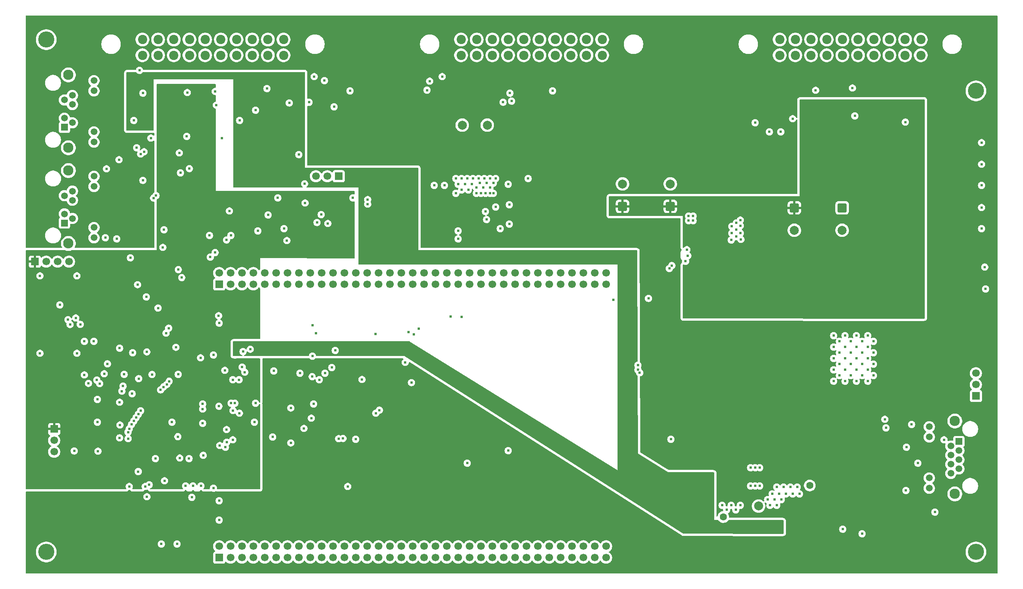
<source format=gbr>
%TF.GenerationSoftware,KiCad,Pcbnew,9.0.3*%
%TF.CreationDate,2025-10-14T12:15:04-07:00*%
%TF.ProjectId,VCU_v1,5643555f-7631-42e6-9b69-6361645f7063,rev?*%
%TF.SameCoordinates,Original*%
%TF.FileFunction,Copper,L3,Inr*%
%TF.FilePolarity,Positive*%
%FSLAX46Y46*%
G04 Gerber Fmt 4.6, Leading zero omitted, Abs format (unit mm)*
G04 Created by KiCad (PCBNEW 9.0.3) date 2025-10-14 12:15:04*
%MOMM*%
%LPD*%
G01*
G04 APERTURE LIST*
G04 Aperture macros list*
%AMRoundRect*
0 Rectangle with rounded corners*
0 $1 Rounding radius*
0 $2 $3 $4 $5 $6 $7 $8 $9 X,Y pos of 4 corners*
0 Add a 4 corners polygon primitive as box body*
4,1,4,$2,$3,$4,$5,$6,$7,$8,$9,$2,$3,0*
0 Add four circle primitives for the rounded corners*
1,1,$1+$1,$2,$3*
1,1,$1+$1,$4,$5*
1,1,$1+$1,$6,$7*
1,1,$1+$1,$8,$9*
0 Add four rect primitives between the rounded corners*
20,1,$1+$1,$2,$3,$4,$5,0*
20,1,$1+$1,$4,$5,$6,$7,0*
20,1,$1+$1,$6,$7,$8,$9,0*
20,1,$1+$1,$8,$9,$2,$3,0*%
G04 Aperture macros list end*
%TA.AperFunction,ComponentPad*%
%ADD10C,3.600000*%
%TD*%
%TA.AperFunction,ComponentPad*%
%ADD11R,1.500000X1.500000*%
%TD*%
%TA.AperFunction,ComponentPad*%
%ADD12C,1.500000*%
%TD*%
%TA.AperFunction,ComponentPad*%
%ADD13C,2.300000*%
%TD*%
%TA.AperFunction,ComponentPad*%
%ADD14RoundRect,0.250000X0.750000X0.750000X-0.750000X0.750000X-0.750000X-0.750000X0.750000X-0.750000X0*%
%TD*%
%TA.AperFunction,ComponentPad*%
%ADD15C,2.000000*%
%TD*%
%TA.AperFunction,ComponentPad*%
%ADD16RoundRect,0.250000X-0.550000X-0.550000X0.550000X-0.550000X0.550000X0.550000X-0.550000X0.550000X0*%
%TD*%
%TA.AperFunction,ComponentPad*%
%ADD17C,1.600000*%
%TD*%
%TA.AperFunction,ComponentPad*%
%ADD18RoundRect,0.250000X-0.550000X0.550000X-0.550000X-0.550000X0.550000X-0.550000X0.550000X0.550000X0*%
%TD*%
%TA.AperFunction,ComponentPad*%
%ADD19C,2.057400*%
%TD*%
%TA.AperFunction,ComponentPad*%
%ADD20R,1.700000X1.700000*%
%TD*%
%TA.AperFunction,ComponentPad*%
%ADD21C,1.700000*%
%TD*%
%TA.AperFunction,ComponentPad*%
%ADD22RoundRect,0.250000X-0.750000X-0.750000X0.750000X-0.750000X0.750000X0.750000X-0.750000X0.750000X0*%
%TD*%
%TA.AperFunction,ComponentPad*%
%ADD23RoundRect,0.250000X-0.750000X0.750000X-0.750000X-0.750000X0.750000X-0.750000X0.750000X0.750000X0*%
%TD*%
%TA.AperFunction,ComponentPad*%
%ADD24RoundRect,0.250000X0.750000X-0.750000X0.750000X0.750000X-0.750000X0.750000X-0.750000X-0.750000X0*%
%TD*%
%TA.AperFunction,ViaPad*%
%ADD25C,0.609600*%
%TD*%
G04 APERTURE END LIST*
D10*
%TO.N,unconnected-(H1-Pad1)*%
%TO.C,H1*%
X237490000Y-68580000D03*
%TD*%
D11*
%TO.N,/BRUHbus/CAN2_H*%
%TO.C,J8*%
X34040000Y-98050000D03*
D12*
%TO.N,/BRUHbus/CAN2_L*%
X35820000Y-97034000D03*
%TO.N,GND*%
X34040000Y-96018000D03*
%TO.N,+12V*%
X35820000Y-95002000D03*
X34040000Y-93986000D03*
%TO.N,GND*%
X35820000Y-92970000D03*
%TO.N,/BRUHbus/CAN2_L*%
X34040000Y-91954000D03*
%TO.N,/BRUHbus/CAN2_H*%
X35820000Y-90938000D03*
%TO.N,GND*%
X40640000Y-101350000D03*
%TO.N,Net-(J8-POWER_GOOD)*%
X40640000Y-99060000D03*
%TO.N,GND*%
X40640000Y-89920000D03*
%TO.N,Net-(J8-CAN_IND)*%
X40640000Y-87630000D03*
D13*
%TO.N,Net-(J8-SHIELD)*%
X34930000Y-102620000D03*
X34930000Y-86360000D03*
%TD*%
D11*
%TO.N,/BRUHbus/CAN1_H*%
%TO.C,J7*%
X34036000Y-76708000D03*
D12*
%TO.N,/BRUHbus/CAN1_L*%
X35816000Y-75692000D03*
%TO.N,GND*%
X34036000Y-74676000D03*
%TO.N,+12V*%
X35816000Y-73660000D03*
X34036000Y-72644000D03*
%TO.N,GND*%
X35816000Y-71628000D03*
%TO.N,/BRUHbus/CAN1_L*%
X34036000Y-70612000D03*
%TO.N,/BRUHbus/CAN1_H*%
X35816000Y-69596000D03*
%TO.N,GND*%
X40636000Y-80008000D03*
%TO.N,Net-(J7-POWER_GOOD)*%
X40636000Y-77718000D03*
%TO.N,GND*%
X40636000Y-68578000D03*
%TO.N,Net-(J7-CAN_IND)*%
X40636000Y-66288000D03*
D13*
%TO.N,Net-(J7-SHIELD)*%
X34926000Y-81278000D03*
X34926000Y-65018000D03*
%TD*%
D14*
%TO.N,+12V*%
%TO.C,C65*%
X133431677Y-76224001D03*
D15*
%TO.N,GND*%
X128431677Y-76224001D03*
%TD*%
D16*
%TO.N,+5V*%
%TO.C,C11*%
X177602000Y-163660000D03*
D17*
%TO.N,GND*%
X181102000Y-163660000D03*
%TD*%
D18*
%TO.N,+12V*%
%TO.C,C2*%
X200406000Y-153117349D03*
D17*
%TO.N,GND*%
X200406000Y-156617349D03*
%TD*%
D19*
%TO.N,/Connector-Root/APPS1-SIG*%
%TO.C,U6*%
X82950010Y-60626001D03*
%TO.N,unconnected-(U6-Pad2)*%
X79450009Y-60626001D03*
%TO.N,/Connector-Root/APPS2-SIG*%
X75950008Y-60626001D03*
%TO.N,unconnected-(U6-Pad4)*%
X72450005Y-60626001D03*
%TO.N,/Connector-Root/BSE-SIG*%
X68950005Y-60626001D03*
%TO.N,unconnected-(U6-Pad6)*%
X65450004Y-60626001D03*
%TO.N,/STM32-Root/STM32H723ZGT6/PG4*%
X61950003Y-60626001D03*
%TO.N,+4.8V*%
X58450003Y-60626001D03*
X54950002Y-60626001D03*
X51450001Y-60626001D03*
%TO.N,/BRUHbus/CAN1_L*%
X82950010Y-57125999D03*
%TO.N,/BRUHbus/CAN1_H*%
X79450009Y-57125999D03*
%TO.N,/Connector-Root/RTD_BTN+*%
X75950008Y-57125999D03*
%TO.N,/Connector-Root/RTD_BTN-*%
X72450005Y-57125999D03*
%TO.N,/Connector-Root/PRECHARGE_BTN+*%
X68950005Y-57125999D03*
%TO.N,/Connector-Root/PRECHARGE_BTN-*%
X65450004Y-57125999D03*
%TO.N,/STM32-Root/STM32H723ZGT6/PB15*%
X61950003Y-57125999D03*
%TO.N,GND*%
X58450003Y-57125999D03*
X54950002Y-57125999D03*
X51450001Y-57125999D03*
%TD*%
%TO.N,/Connector-Root/Vin+*%
%TO.C,U7*%
X154070010Y-60626001D03*
%TO.N,/STM32-Root/STM32H723ZGT6/PG14*%
X150570009Y-60626001D03*
%TO.N,/STM32-Root/STM32H723ZGT6/PG12*%
X147070008Y-60626001D03*
%TO.N,/STM32-Root/STM32H723ZGT6/PG9*%
X143570005Y-60626001D03*
%TO.N,/STM32-Root/STM32H723ZGT6/PG5*%
X140070005Y-60626001D03*
%TO.N,/Connector-Root/BSPD-FAULT*%
X136570004Y-60626001D03*
%TO.N,/Connector-Root/IMD-FAULT*%
X133070003Y-60626001D03*
%TO.N,/Connector-Root/BMS-FAULT*%
X129570003Y-60626001D03*
%TO.N,/Connector-Root/SPEAKER-*%
X126070002Y-60626001D03*
%TO.N,/Connector-Root/SPEAKER+*%
X122570001Y-60626001D03*
%TO.N,GND*%
X154070010Y-57125999D03*
%TO.N,/STM32-Root/STM32H723ZGT6/PG15*%
X150570009Y-57125999D03*
%TO.N,/STM32-Root/STM32H723ZGT6/PG13*%
X147070008Y-57125999D03*
%TO.N,/STM32-Root/STM32H723ZGT6/PG11*%
X143570005Y-57125999D03*
%TO.N,/STM32-Root/STM32H723ZGT6/PG10*%
X140070005Y-57125999D03*
%TO.N,/STM32-Root/STM32H723ZGT6/PG8*%
X136570004Y-57125999D03*
%TO.N,/STM32-Root/STM32H723ZGT6/PG7*%
X133070003Y-57125999D03*
%TO.N,/STM32-Root/STM32H723ZGT6/PG6*%
X129570003Y-57125999D03*
%TO.N,/STM32-Root/STM32H723ZGT6/PE10*%
X126070002Y-57125999D03*
%TO.N,/STM32-Root/STM32H723ZGT6/PE11*%
X122570001Y-57125999D03*
%TD*%
D20*
%TO.N,unconnected-(JP3-A-Pad1)*%
%TO.C,JP3*%
X237490000Y-136652000D03*
D21*
%TO.N,Net-(JP3-C)*%
X237490000Y-134112000D03*
%TO.N,/BRUHbus/CAN2_L*%
X237490000Y-131572000D03*
%TD*%
D22*
%TO.N,+12V*%
%TO.C,C66*%
X117843677Y-76224001D03*
D15*
%TO.N,GND*%
X122843677Y-76224001D03*
%TD*%
D20*
%TO.N,+3.3V*%
%TO.C,JP1*%
X31750000Y-144018000D03*
D21*
%TO.N,Net-(JP1-C)*%
X31750000Y-146558000D03*
%TO.N,GND*%
X31750000Y-149098000D03*
%TD*%
D20*
%TO.N,+3.3V*%
%TO.C,J1*%
X27432000Y-106680000D03*
D21*
%TO.N,/STM32-Root/STM32H723ZGT6/PA14*%
X29972000Y-106680000D03*
%TO.N,GND*%
X32512000Y-106680000D03*
%TO.N,/STM32-Root/STM32H723ZGT6/PA13*%
X35052000Y-106680000D03*
%TD*%
D23*
%TO.N,+3.3V*%
%TO.C,C53*%
X196957990Y-94673678D03*
D15*
%TO.N,GND*%
X196957990Y-99673678D03*
%TD*%
D11*
%TO.N,/BRUHbus/CAN2_H*%
%TO.C,J6*%
X233680000Y-146808000D03*
D12*
%TO.N,/BRUHbus/CAN2_L*%
X231900000Y-147824000D03*
%TO.N,unconnected-(J6--Vs-Pad3)*%
X233680000Y-148840000D03*
%TO.N,Net-(J6-+Vs-Pad4)*%
X231900000Y-149856000D03*
X233680000Y-150872000D03*
%TO.N,unconnected-(J6--Vs-Pad6)*%
X231900000Y-151888000D03*
%TO.N,/BRUHbus/CAN2_L*%
X233680000Y-152904000D03*
%TO.N,/BRUHbus/CAN2_H*%
X231900000Y-153920000D03*
%TO.N,GND*%
X227080000Y-143508000D03*
%TO.N,Net-(J6-POWER_GOOD)*%
X227080000Y-145798000D03*
%TO.N,GND*%
X227080000Y-154938000D03*
%TO.N,Net-(J6-CAN_IND)*%
X227080000Y-157228000D03*
D13*
%TO.N,Net-(J6-SHIELD)*%
X232790000Y-142238000D03*
X232790000Y-158498000D03*
%TD*%
D20*
%TO.N,unconnected-(JP2-A-Pad1)*%
%TO.C,JP2*%
X95250000Y-87630000D03*
D21*
%TO.N,Net-(JP2-C)*%
X92710000Y-87630000D03*
%TO.N,/BRUHbus/CAN1_L*%
X90170000Y-87630000D03*
%TD*%
D24*
%TO.N,+3.3V*%
%TO.C,C76*%
X158603990Y-94339678D03*
D15*
%TO.N,GND*%
X158603990Y-89339678D03*
%TD*%
D10*
%TO.N,unconnected-(H2-Pad1)_1*%
%TO.C,H2*%
X29972000Y-57150000D03*
%TD*%
D20*
%TO.N,/STM32-Root/STM32H723ZGT6/PC9*%
%TO.C,J3*%
X68580000Y-111760000D03*
D21*
%TO.N,unconnected-(J3-Pin_2-Pad2)*%
X68580000Y-109220000D03*
%TO.N,unconnected-(J3-Pin_3-Pad3)*%
X71120000Y-111760000D03*
%TO.N,unconnected-(J3-Pin_4-Pad4)*%
X71120000Y-109220000D03*
%TO.N,unconnected-(J3-Pin_5-Pad5)*%
X73660000Y-111760000D03*
%TO.N,unconnected-(J3-Pin_6-Pad6)*%
X73660000Y-109220000D03*
%TO.N,unconnected-(J3-Pin_7-Pad7)*%
X76200000Y-111760000D03*
%TO.N,unconnected-(J3-Pin_8-Pad8)*%
X76200000Y-109220000D03*
%TO.N,GND*%
X78740000Y-111760000D03*
%TO.N,unconnected-(J3-Pin_10-Pad10)*%
X78740000Y-109220000D03*
%TO.N,/STM32-Root/STM32H723ZGT6/PA5*%
X81280000Y-111760000D03*
%TO.N,unconnected-(J3-Pin_12-Pad12)*%
X81280000Y-109220000D03*
%TO.N,/STM32-Root/STM32H723ZGT6/PA6*%
X83820000Y-111760000D03*
%TO.N,unconnected-(J3-Pin_14-Pad14)*%
X83820000Y-109220000D03*
%TO.N,/STM32-Root/STM32H723ZGT6/PA7*%
X86360000Y-111760000D03*
%TO.N,/STM32-Root/STM32H723ZGT6/PB12*%
X86360000Y-109220000D03*
%TO.N,/STM32-Root/STM32H723ZGT6/PB6*%
X88900000Y-111760000D03*
%TO.N,unconnected-(J3-Pin_18-Pad18)*%
X88900000Y-109220000D03*
%TO.N,unconnected-(J3-Pin_19-Pad19)*%
X91440000Y-111760000D03*
%TO.N,GND*%
X91440000Y-109220000D03*
%TO.N,unconnected-(J3-Pin_21-Pad21)*%
X93980000Y-111760000D03*
%TO.N,unconnected-(J3-Pin_22-Pad22)*%
X93980000Y-109220000D03*
%TO.N,unconnected-(J3-Pin_23-Pad23)*%
X96520000Y-111760000D03*
%TO.N,unconnected-(J3-Pin_24-Pad24)*%
X96520000Y-109220000D03*
%TO.N,/STM32-Root/STM32H723ZGT6/PB10*%
X99060000Y-111760000D03*
%TO.N,/STM32-Root/STM32H723ZGT6/PB15*%
X99060000Y-109220000D03*
%TO.N,unconnected-(J3-Pin_27-Pad27)*%
X101600000Y-111760000D03*
%TO.N,unconnected-(J3-Pin_28-Pad28)*%
X101600000Y-109220000D03*
%TO.N,/STM32-Root/STM32H723ZGT6/PB5*%
X104140000Y-111760000D03*
%TO.N,/STM32-Root/STM32H723ZGT6/PB13*%
X104140000Y-109220000D03*
%TO.N,unconnected-(J3-Pin_31-Pad31)*%
X106680000Y-111760000D03*
%TO.N,GND*%
X106680000Y-109220000D03*
%TO.N,unconnected-(J3-Pin_33-Pad33)*%
X109220000Y-111760000D03*
%TO.N,unconnected-(J3-Pin_34-Pad34)*%
X109220000Y-109220000D03*
%TO.N,/STM32-Root/STM32H723ZGT6/PA2*%
X111760000Y-111760000D03*
%TO.N,unconnected-(J3-Pin_36-Pad36)*%
X111760000Y-109220000D03*
%TO.N,unconnected-(J3-Pin_37-Pad37)*%
X114300000Y-111760000D03*
%TO.N,unconnected-(J3-Pin_38-Pad38)*%
X114300000Y-109220000D03*
%TO.N,GND*%
X116840000Y-111760000D03*
%TO.N,/STM32-Root/STM32H723ZGT6/PE8*%
X116840000Y-109220000D03*
%TO.N,unconnected-(J3-Pin_41-Pad41)*%
X119380000Y-111760000D03*
%TO.N,/STM32-Root/STM32H723ZGT6/PF10*%
X119380000Y-109220000D03*
%TO.N,unconnected-(J3-Pin_43-Pad43)*%
X121920000Y-111760000D03*
%TO.N,/STM32-Root/STM32H723ZGT6/PE7*%
X121920000Y-109220000D03*
%TO.N,unconnected-(J3-Pin_45-Pad45)*%
X124460000Y-111760000D03*
%TO.N,unconnected-(J3-Pin_46-Pad46)*%
X124460000Y-109220000D03*
%TO.N,unconnected-(J3-Pin_47-Pad47)*%
X127000000Y-111760000D03*
%TO.N,unconnected-(J3-Pin_48-Pad48)*%
X127000000Y-109220000D03*
%TO.N,unconnected-(J3-Pin_49-Pad49)*%
X129540000Y-111760000D03*
%TO.N,/STM32-Root/STM32H723ZGT6/PF14*%
X129540000Y-109220000D03*
%TO.N,unconnected-(J3-Pin_51-Pad51)*%
X132080000Y-111760000D03*
%TO.N,/STM32-Root/STM32H723ZGT6/PE9*%
X132080000Y-109220000D03*
%TO.N,unconnected-(J3-Pin_53-Pad53)*%
X134620000Y-111760000D03*
%TO.N,GND*%
X134620000Y-109220000D03*
%TO.N,unconnected-(J3-Pin_55-Pad55)*%
X137160000Y-111760000D03*
%TO.N,unconnected-(J3-Pin_56-Pad56)*%
X137160000Y-109220000D03*
%TO.N,unconnected-(J3-Pin_57-Pad57)*%
X139700000Y-111760000D03*
%TO.N,unconnected-(J3-Pin_58-Pad58)*%
X139700000Y-109220000D03*
%TO.N,unconnected-(J3-Pin_59-Pad59)*%
X142240000Y-111760000D03*
%TO.N,/STM32-Root/STM32H723ZGT6/PF15*%
X142240000Y-109220000D03*
%TO.N,unconnected-(J3-Pin_61-Pad61)*%
X144780000Y-111760000D03*
%TO.N,unconnected-(J3-Pin_62-Pad62)*%
X144780000Y-109220000D03*
%TO.N,GND*%
X147320000Y-111760000D03*
%TO.N,unconnected-(J3-Pin_64-Pad64)*%
X147320000Y-109220000D03*
%TO.N,unconnected-(J3-Pin_65-Pad65)*%
X149860000Y-111760000D03*
%TO.N,unconnected-(J3-Pin_66-Pad66)*%
X149860000Y-109220000D03*
%TO.N,unconnected-(J3-Pin_67-Pad67)*%
X152400000Y-111760000D03*
%TO.N,unconnected-(J3-Pin_68-Pad68)*%
X152400000Y-109220000D03*
%TO.N,unconnected-(J3-Pin_69-Pad69)*%
X154940000Y-111760000D03*
%TO.N,unconnected-(J3-Pin_70-Pad70)*%
X154940000Y-109220000D03*
%TD*%
D10*
%TO.N,unconnected-(H3-Pad1)_1*%
%TO.C,H3*%
X237490000Y-171450000D03*
%TD*%
D23*
%TO.N,Net-(U14-LDOO)*%
%TO.C,C61*%
X207625990Y-94673678D03*
D15*
%TO.N,GND*%
X207625990Y-99673678D03*
%TD*%
D10*
%TO.N,unconnected-(H4-Pad1)_2*%
%TO.C,H4*%
X29972000Y-171450000D03*
%TD*%
D24*
%TO.N,+5V*%
%TO.C,C13*%
X188976000Y-166200000D03*
D15*
%TO.N,GND*%
X188976000Y-161200000D03*
%TD*%
D24*
%TO.N,+3.3V*%
%TO.C,C80*%
X169271990Y-94339678D03*
D15*
%TO.N,GND*%
X169271990Y-89339678D03*
%TD*%
D19*
%TO.N,unconnected-(U8-Pad1)*%
%TO.C,U8*%
X225190010Y-60626001D03*
%TO.N,unconnected-(U8-Pad2)*%
X221690009Y-60626001D03*
%TO.N,/Connector-Root/GEN_BTN1+*%
X218190008Y-60626001D03*
%TO.N,/Connector-Root/GEN_BTN2+*%
X214690005Y-60626001D03*
%TO.N,/STM32-Root/STM32H723ZGT6/PG2*%
X211190005Y-60626001D03*
%TO.N,/STM32-Root/STM32H723ZGT6/PG3*%
X207690004Y-60626001D03*
%TO.N,/Connector-Root/BRAKE_LIGHT*%
X204190003Y-60626001D03*
%TO.N,/Connector-Root/BSPD_FAULT+*%
X200690003Y-60626001D03*
%TO.N,/Connector-Root/IMD_FAULT+*%
X197190002Y-60626001D03*
%TO.N,/Connector-Root/BMS_FAULT+*%
X193690001Y-60626001D03*
%TO.N,unconnected-(U8-Pad11)*%
X225190010Y-57125999D03*
%TO.N,unconnected-(U8-Pad12)*%
X221690009Y-57125999D03*
%TO.N,/Connector-Root/GEN_BTN1-*%
X218190008Y-57125999D03*
%TO.N,/Connector-Root/GEN_BTN2-*%
X214690005Y-57125999D03*
%TO.N,/STM32-Root/STM32H723ZGT6/PA2*%
X211190005Y-57125999D03*
%TO.N,/STM32-Root/STM32H723ZGT6/PA1*%
X207690004Y-57125999D03*
%TO.N,/STM32-Root/STM32H723ZGT6/PA0*%
X204190003Y-57125999D03*
%TO.N,GND*%
X200690003Y-57125999D03*
X197190002Y-57125999D03*
X193690001Y-57125999D03*
%TD*%
D20*
%TO.N,/STM32-Root/STM32H723ZGT6/PC10*%
%TO.C,J2*%
X68580000Y-172720000D03*
D21*
%TO.N,/STM32-Root/STM32H723ZGT6/PC11*%
X68580000Y-170180000D03*
%TO.N,/STM32-Root/STM32H723ZGT6/PC12*%
X71120000Y-172720000D03*
%TO.N,/STM32-Root/STM32H723ZGT6/PD2*%
X71120000Y-170180000D03*
%TO.N,unconnected-(J2-Pin_5-Pad5)*%
X73660000Y-172720000D03*
%TO.N,+5V*%
X73660000Y-170180000D03*
%TO.N,unconnected-(J2-Pin_7-Pad7)*%
X76200000Y-172720000D03*
%TO.N,GND*%
X76200000Y-170180000D03*
%TO.N,unconnected-(J2-Pin_9-Pad9)*%
X78740000Y-172720000D03*
%TO.N,unconnected-(J2-Pin_10-Pad10)*%
X78740000Y-170180000D03*
%TO.N,unconnected-(J2-Pin_11-Pad11)*%
X81280000Y-172720000D03*
%TO.N,unconnected-(J2-Pin_12-Pad12)*%
X81280000Y-170180000D03*
%TO.N,unconnected-(J2-Pin_13-Pad13)*%
X83820000Y-172720000D03*
%TO.N,unconnected-(J2-Pin_14-Pad14)*%
X83820000Y-170180000D03*
%TO.N,unconnected-(J2-Pin_15-Pad15)*%
X86360000Y-172720000D03*
%TO.N,unconnected-(J2-Pin_16-Pad16)*%
X86360000Y-170180000D03*
%TO.N,unconnected-(J2-Pin_17-Pad17)*%
X88900000Y-172720000D03*
%TO.N,unconnected-(J2-Pin_18-Pad18)*%
X88900000Y-170180000D03*
%TO.N,GND*%
X91440000Y-172720000D03*
X91440000Y-170180000D03*
%TO.N,unconnected-(J2-Pin_21-Pad21)*%
X93980000Y-172720000D03*
%TO.N,GND*%
X93980000Y-170180000D03*
%TO.N,unconnected-(J2-Pin_23-Pad23)*%
X96520000Y-172720000D03*
%TO.N,unconnected-(J2-Pin_24-Pad24)*%
X96520000Y-170180000D03*
%TO.N,unconnected-(J2-Pin_25-Pad25)*%
X99060000Y-172720000D03*
%TO.N,unconnected-(J2-Pin_26-Pad26)*%
X99060000Y-170180000D03*
%TO.N,unconnected-(J2-Pin_27-Pad27)*%
X101600000Y-172720000D03*
%TO.N,/STM32-Root/STM32H723ZGT6/PA0*%
X101600000Y-170180000D03*
%TO.N,unconnected-(J2-Pin_29-Pad29)*%
X104140000Y-172720000D03*
%TO.N,/STM32-Root/STM32H723ZGT6/PA1*%
X104140000Y-170180000D03*
%TO.N,unconnected-(J2-Pin_31-Pad31)*%
X106680000Y-172720000D03*
%TO.N,unconnected-(J2-Pin_32-Pad32)*%
X106680000Y-170180000D03*
%TO.N,/STM32-Root/STM32H723ZGT6/VBAT*%
X109220000Y-172720000D03*
%TO.N,unconnected-(J2-Pin_34-Pad34)*%
X109220000Y-170180000D03*
%TO.N,/STM32-Root/STM32H723ZGT6/PC2*%
X111760000Y-172720000D03*
%TO.N,/STM32-Root/STM32H723ZGT6/PC1*%
X111760000Y-170180000D03*
%TO.N,unconnected-(J2-Pin_37-Pad37)*%
X114300000Y-172720000D03*
%TO.N,unconnected-(J2-Pin_38-Pad38)*%
X114300000Y-170180000D03*
%TO.N,unconnected-(J2-Pin_39-Pad39)*%
X116840000Y-172720000D03*
%TO.N,unconnected-(J2-Pin_40-Pad40)*%
X116840000Y-170180000D03*
%TO.N,unconnected-(J2-Pin_41-Pad41)*%
X119380000Y-172720000D03*
%TO.N,unconnected-(J2-Pin_42-Pad42)*%
X119380000Y-170180000D03*
%TO.N,unconnected-(J2-Pin_43-Pad43)*%
X121920000Y-172720000D03*
%TO.N,unconnected-(J2-Pin_44-Pad44)*%
X121920000Y-170180000D03*
%TO.N,unconnected-(J2-Pin_45-Pad45)*%
X124460000Y-172720000D03*
%TO.N,unconnected-(J2-Pin_46-Pad46)*%
X124460000Y-170180000D03*
%TO.N,unconnected-(J2-Pin_47-Pad47)*%
X127000000Y-172720000D03*
%TO.N,unconnected-(J2-Pin_48-Pad48)*%
X127000000Y-170180000D03*
%TO.N,GND*%
X129540000Y-172720000D03*
%TO.N,unconnected-(J2-Pin_50-Pad50)*%
X129540000Y-170180000D03*
%TO.N,unconnected-(J2-Pin_51-Pad51)*%
X132080000Y-172720000D03*
%TO.N,unconnected-(J2-Pin_52-Pad52)*%
X132080000Y-170180000D03*
%TO.N,unconnected-(J2-Pin_53-Pad53)*%
X134620000Y-172720000D03*
%TO.N,/STM32-Root/STM32H723ZGT6/PF8*%
X134620000Y-170180000D03*
%TO.N,/STM32-Root/STM32H723ZGT6/PD1*%
X137160000Y-172720000D03*
%TO.N,unconnected-(J2-Pin_56-Pad56)*%
X137160000Y-170180000D03*
%TO.N,/STM32-Root/STM32H723ZGT6/PD0*%
X139700000Y-172720000D03*
%TO.N,unconnected-(J2-Pin_58-Pad58)*%
X139700000Y-170180000D03*
%TO.N,unconnected-(J2-Pin_59-Pad59)*%
X142240000Y-172720000D03*
%TO.N,GND*%
X142240000Y-170180000D03*
%TO.N,unconnected-(J2-Pin_61-Pad61)*%
X144780000Y-172720000D03*
%TO.N,unconnected-(J2-Pin_62-Pad62)*%
X144780000Y-170180000D03*
%TO.N,unconnected-(J2-Pin_63-Pad63)*%
X147320000Y-172720000D03*
%TO.N,unconnected-(J2-Pin_64-Pad64)*%
X147320000Y-170180000D03*
%TO.N,unconnected-(J2-Pin_65-Pad65)*%
X149860000Y-172720000D03*
%TO.N,unconnected-(J2-Pin_66-Pad66)*%
X149860000Y-170180000D03*
%TO.N,unconnected-(J2-Pin_67-Pad67)*%
X152400000Y-172720000D03*
%TO.N,unconnected-(J2-Pin_68-Pad68)*%
X152400000Y-170180000D03*
%TO.N,unconnected-(J2-Pin_69-Pad69)*%
X154940000Y-172720000D03*
%TO.N,unconnected-(J2-Pin_70-Pad70)*%
X154940000Y-170180000D03*
%TD*%
D25*
%TO.N,/STM32-Root/STM32H723ZGT6/VBAT*%
X97282000Y-156845000D03*
%TO.N,GND*%
X28575000Y-127127000D03*
X187198000Y-152654000D03*
X191008000Y-159766000D03*
X69215000Y-79121000D03*
X49530000Y-75184000D03*
X187198000Y-156718000D03*
X70866000Y-95377000D03*
X121412000Y-91440000D03*
X131318000Y-99314000D03*
X174371000Y-96520000D03*
X125222000Y-88138000D03*
X46355000Y-138049000D03*
X128270000Y-97282000D03*
X133858000Y-70866000D03*
X89662000Y-138430000D03*
X193040000Y-156972000D03*
X193040000Y-161036000D03*
X238760000Y-89662000D03*
X46432800Y-143129000D03*
X97790000Y-68580000D03*
X58928000Y-125780800D03*
X192024000Y-158496000D03*
X238760000Y-80137000D03*
X92202000Y-131572000D03*
X184023000Y-99568000D03*
X126746000Y-89154000D03*
X61849000Y-150622000D03*
X195072000Y-158496000D03*
X62738000Y-156718000D03*
X114977505Y-68418001D03*
X210464400Y-74168000D03*
X118872000Y-89662000D03*
X207772000Y-166370000D03*
X188214000Y-156718000D03*
X54356000Y-150622000D03*
X238760000Y-94615000D03*
X64897000Y-142748000D03*
X90170000Y-122682000D03*
X89789000Y-65405000D03*
X94488000Y-126492000D03*
X196596000Y-158496000D03*
X52425100Y-126797900D03*
X71628000Y-133019800D03*
X28575000Y-109855000D03*
X36830000Y-109855000D03*
X228346000Y-162560000D03*
X80518000Y-145796000D03*
X133350000Y-98298000D03*
X33020000Y-116332000D03*
X183007000Y-100330000D03*
X238760000Y-84963000D03*
X174371000Y-97536000D03*
X115570000Y-66421000D03*
X183007000Y-98806000D03*
X133096000Y-89408000D03*
X65024000Y-149885400D03*
X181864000Y-162052000D03*
X53594000Y-131848501D03*
X41529000Y-148971000D03*
X180848000Y-161036000D03*
X98425000Y-92456000D03*
X184912000Y-100330000D03*
X128270000Y-89154000D03*
X94234000Y-72136000D03*
X128016000Y-91440000D03*
X43434000Y-85979000D03*
X129032000Y-91440000D03*
X193548000Y-158496000D03*
X52959000Y-156464000D03*
X188214000Y-152654000D03*
X67691800Y-68707000D03*
X182880000Y-101854000D03*
X71223617Y-138262199D03*
X41402000Y-137414000D03*
X68453000Y-118745000D03*
X68580000Y-120396000D03*
X127508000Y-90170000D03*
X84579389Y-147114391D03*
X69850000Y-130937000D03*
X70231000Y-144145000D03*
X50800000Y-64008000D03*
X67310000Y-157226000D03*
X121412000Y-88138000D03*
X93726000Y-130302000D03*
X126492000Y-88138000D03*
X129794000Y-91440000D03*
X217424000Y-143764000D03*
X127762000Y-88138000D03*
X59690000Y-82423000D03*
X194056000Y-159766000D03*
X184912000Y-97409000D03*
X48514000Y-156845000D03*
X122682000Y-88138000D03*
X59436000Y-131826000D03*
X59167300Y-169672000D03*
X196088000Y-156972000D03*
X48768000Y-105824000D03*
X56388000Y-155575000D03*
X197612000Y-156972000D03*
X128016000Y-95504000D03*
X133350000Y-93980000D03*
X87503000Y-143891000D03*
X52070000Y-156845000D03*
X130302000Y-94488000D03*
X125984000Y-91440000D03*
X68580000Y-164338000D03*
X238760000Y-99314000D03*
X193937611Y-77724000D03*
X223139000Y-143002000D03*
X52451000Y-159131000D03*
X212090000Y-167386000D03*
X49276000Y-127000000D03*
X129032000Y-90170000D03*
X67945000Y-71755000D03*
X69977000Y-148082000D03*
X189230000Y-156718000D03*
X124206000Y-90678000D03*
X41402000Y-142494000D03*
X184912000Y-98679000D03*
X86360000Y-82804000D03*
X209931000Y-67945000D03*
X129032000Y-88138000D03*
X121920000Y-101600000D03*
X121920000Y-89408000D03*
X64516000Y-156718000D03*
X221742000Y-75539600D03*
X51816000Y-82169000D03*
X184023000Y-101092000D03*
X68580000Y-160020000D03*
X185039000Y-101727000D03*
X123952000Y-151638000D03*
X51054000Y-82677000D03*
X191516000Y-161036000D03*
X88646000Y-71120000D03*
X67310000Y-127508000D03*
X188214000Y-75692000D03*
X43180000Y-101346000D03*
X182880000Y-161036000D03*
X137541000Y-88138000D03*
X89154000Y-141605000D03*
X66421000Y-100838000D03*
X192532000Y-159766000D03*
X118364000Y-65405000D03*
X173355000Y-97536000D03*
X47371000Y-131826000D03*
X87757000Y-93599000D03*
X172974000Y-104013000D03*
X173355000Y-96520000D03*
X184912000Y-161036000D03*
X127000000Y-91440000D03*
X46355000Y-125984000D03*
X239649000Y-112776000D03*
X46228000Y-83947000D03*
X198120000Y-158496000D03*
X51562000Y-69088000D03*
X123444000Y-89408000D03*
X129794000Y-89154000D03*
X45720000Y-101600000D03*
X62484000Y-159258000D03*
X125984000Y-90170000D03*
X36830000Y-127127000D03*
X194564000Y-156972000D03*
X133477000Y-69088000D03*
X121920000Y-99822000D03*
X184023000Y-98044000D03*
X130302000Y-88138000D03*
X77216000Y-99822000D03*
X191389000Y-77724000D03*
X123952000Y-88138000D03*
X79248000Y-68072000D03*
X131953000Y-71109250D03*
X36233200Y-148905700D03*
X76708000Y-72898000D03*
X55667300Y-169672000D03*
X221869000Y-157734000D03*
X61468000Y-68961000D03*
X64897000Y-138430000D03*
X189230000Y-152654000D03*
X86614000Y-131572000D03*
X196596000Y-74803000D03*
X239456146Y-107893951D03*
X116586000Y-89662000D03*
X92075000Y-66294000D03*
X73152000Y-75184000D03*
X61341000Y-78740000D03*
X50165000Y-81280000D03*
X124968000Y-89408000D03*
X61087000Y-156718000D03*
X50513300Y-153508357D03*
X183896000Y-162052000D03*
X122682000Y-90678000D03*
%TO.N,+5V*%
X193802000Y-165862000D03*
X49911000Y-71882000D03*
X192024000Y-166878000D03*
X191262000Y-165862000D03*
X53594000Y-76835000D03*
X48641000Y-70993000D03*
X48641000Y-68072000D03*
X72263000Y-89535000D03*
X85598000Y-72898000D03*
X48641000Y-72644000D03*
X72136000Y-127508000D03*
X48641000Y-69469000D03*
X190754000Y-164846000D03*
X192024000Y-164846000D03*
X74930000Y-77216000D03*
X90043000Y-89789000D03*
X193294000Y-166878000D03*
X192532000Y-165862000D03*
X72136000Y-124968000D03*
X193294000Y-164846000D03*
X190754000Y-166878000D03*
%TO.N,+3.3V*%
X73660000Y-120904000D03*
X76638583Y-139325601D03*
X68148200Y-130911600D03*
X75184000Y-103759000D03*
X72898000Y-122174000D03*
X174625000Y-117475000D03*
X176530000Y-109855000D03*
X178435000Y-109855000D03*
X175895000Y-118745000D03*
X173990000Y-113665000D03*
X65151000Y-153924000D03*
X43021001Y-137414000D03*
X188722000Y-98298000D03*
X74168000Y-122174000D03*
X173990000Y-108585000D03*
X175895000Y-113665000D03*
X46101000Y-149733000D03*
X178435000Y-117475000D03*
X177800000Y-111125000D03*
X179578000Y-102565200D03*
X176530000Y-114935000D03*
X76835000Y-101600000D03*
X175895000Y-111125000D03*
X224536000Y-73406000D03*
X174625000Y-114935000D03*
X176530000Y-112395000D03*
X52959000Y-154686000D03*
X73660000Y-123444000D03*
X72390000Y-120904000D03*
X177800000Y-116205000D03*
X173990000Y-111125000D03*
X199644000Y-94742000D03*
X74168000Y-119888000D03*
X55118000Y-67437000D03*
X202692000Y-72136000D03*
X72390000Y-123444000D03*
X59944000Y-95250000D03*
X175895000Y-116205000D03*
X178435000Y-114935000D03*
X65235557Y-67868109D03*
X72898000Y-119888000D03*
X176530000Y-117475000D03*
X173990000Y-116205000D03*
X66040000Y-76581000D03*
X174244000Y-94488000D03*
X60198000Y-154813000D03*
X69850000Y-138740400D03*
X43053000Y-142494000D03*
X56388000Y-153924000D03*
X68199000Y-149987000D03*
X77025500Y-129730500D03*
X61913647Y-154829710D03*
X174625000Y-112395000D03*
X173990000Y-118745000D03*
X174625000Y-107315000D03*
X98552000Y-94234000D03*
X57912000Y-128625600D03*
X214122000Y-73660000D03*
X177800000Y-118745000D03*
X43180000Y-148971000D03*
X74930000Y-123444000D03*
X174625000Y-109855000D03*
X68509299Y-144145000D03*
X177800000Y-108585000D03*
X178435000Y-107315000D03*
X45593000Y-128651000D03*
X96647000Y-96520000D03*
X52324000Y-128676400D03*
X215646000Y-71882000D03*
X74930000Y-120904000D03*
X77368400Y-139325600D03*
X178435000Y-112395000D03*
X175895000Y-108585000D03*
X176530000Y-107315000D03*
X177800000Y-113665000D03*
X55499000Y-73787000D03*
X33020000Y-118491000D03*
%TO.N,/STM32-Root/STM32H723ZGT6/PC2*%
X59361800Y-145721800D03*
%TO.N,/STM32-Root/STM32H723ZGT6/PF10*%
X84221501Y-71267501D03*
%TO.N,/STM32-Root/STM32H723ZGT6/PF8*%
X58039000Y-142494000D03*
%TO.N,/STM32-Root/STM32H723ZGT6/PF14*%
X59451850Y-108458000D03*
X53941515Y-92484150D03*
X75532908Y-126205908D03*
%TO.N,/STM32-Root/STM32H723ZGT6/PF15*%
X120269000Y-118900867D03*
X60213633Y-110236000D03*
X122682000Y-118999000D03*
X54480333Y-91945333D03*
X73914000Y-126746000D03*
%TO.N,/STM32-Root/STM32H723ZGT6/PG0*%
X73082400Y-140494000D03*
X103554442Y-140486042D03*
%TO.N,/STM32-Root/STM32H723ZGT6/PG1*%
X104343200Y-139801600D03*
X71678800Y-139909800D03*
%TO.N,/STM32-Root/STM32H723ZGT6/PA14*%
X42926000Y-131699000D03*
%TO.N,/STM32-Root/STM32H723ZGT6/PA13*%
X43624500Y-129476500D03*
%TO.N,/STM32-Root/STM32H723ZGT6/PA0*%
X95250000Y-146177000D03*
%TO.N,/STM32-Root/STM32H723ZGT6/PG2*%
X57302400Y-121513600D03*
X169062400Y-108204000D03*
X66598800Y-105664000D03*
%TO.N,/STM32-Root/STM32H723ZGT6/PC12*%
X47117000Y-134443800D03*
%TO.N,/STM32-Root/STM32H723ZGT6/PG11*%
X50038000Y-141478000D03*
%TO.N,/STM32-Root/STM32H723ZGT6/PG15*%
X48236333Y-144699723D03*
%TO.N,/STM32-Root/STM32H723ZGT6/PG10*%
X50546000Y-140716000D03*
%TO.N,/STM32-Root/STM32H723ZGT6/PG13*%
X49022000Y-143002000D03*
%TO.N,/STM32-Root/STM32H723ZGT6/PG9*%
X51054000Y-139954000D03*
%TO.N,/STM32-Root/STM32H723ZGT6/PD1*%
X56261000Y-99568000D03*
X46863000Y-135558200D03*
%TO.N,/STM32-Root/STM32H723ZGT6/PG3*%
X56718200Y-122631200D03*
X169621200Y-107543600D03*
X67665600Y-104648000D03*
%TO.N,/STM32-Root/STM32H723ZGT6/PA1*%
X96202500Y-146113500D03*
%TO.N,/STM32-Root/STM32H723ZGT6/PG12*%
X49530000Y-142240000D03*
%TO.N,/STM32-Root/STM32H723ZGT6/PD0*%
X50610200Y-132777800D03*
X51562000Y-88538808D03*
X56007000Y-103505000D03*
%TO.N,/STM32-Root/STM32H723ZGT6/PC11*%
X41910000Y-133889200D03*
X37575159Y-120666841D03*
X39403816Y-133824184D03*
X35306000Y-120701000D03*
%TO.N,/STM32-Root/STM32H723ZGT6/PC1*%
X162052000Y-130810000D03*
X59786301Y-150495000D03*
X133096000Y-148844000D03*
%TO.N,/STM32-Root/STM32H723ZGT6/PC10*%
X40609800Y-124455224D03*
X38491200Y-124460000D03*
X41275000Y-133096000D03*
X38491200Y-131953000D03*
%TO.N,/STM32-Root/STM32H723ZGT6/PD2*%
X49149000Y-136144000D03*
X36576000Y-119253000D03*
X34814841Y-119617159D03*
%TO.N,/STM32-Root/STM32H723ZGT6/PB12*%
X64427701Y-128143000D03*
X162444047Y-131463412D03*
%TO.N,/STM32-Root/STM32H723ZGT6/PG8*%
X55512000Y-135268000D03*
%TO.N,/STM32-Root/STM32H723ZGT6/PG14*%
X48514000Y-143968800D03*
%TO.N,/STM32-Root/STM32H723ZGT6/PB15*%
X61912500Y-85915500D03*
%TO.N,/STM32-Root/STM32H723ZGT6/PG5*%
X57417000Y-133363000D03*
%TO.N,/STM32-Root/STM32H723ZGT6/PE10*%
X74295000Y-131329700D03*
%TO.N,/STM32-Root/STM32H723ZGT6/PC9*%
X50370338Y-111808662D03*
%TO.N,/STM32-Root/STM32H723ZGT6/PE7*%
X64897000Y-139573000D03*
X89331800Y-132327400D03*
X76708000Y-138262200D03*
%TO.N,/STM32-Root/STM32H723ZGT6/PE9*%
X76454000Y-142494000D03*
X68511132Y-138939000D03*
X84582000Y-139325600D03*
%TO.N,/STM32-Root/STM32H723ZGT6/PG7*%
X56147000Y-134633000D03*
%TO.N,/STM32-Root/STM32H723ZGT6/PE8*%
X72072500Y-138262200D03*
X89408000Y-127762000D03*
X80772000Y-131064000D03*
%TO.N,/STM32-Root/STM32H723ZGT6/PB13*%
X52324000Y-114554000D03*
X54927500Y-117030500D03*
%TO.N,/STM32-Root/STM32H723ZGT6/PB6*%
X81661000Y-92456000D03*
X46355000Y-146000400D03*
%TO.N,/STM32-Root/STM32H723ZGT6/PA2*%
X111506000Y-133656800D03*
%TO.N,/STM32-Root/STM32H723ZGT6/PB5*%
X53340000Y-79121000D03*
X99060000Y-146304000D03*
X48260000Y-146174923D03*
X169418000Y-146304000D03*
X217170000Y-141859000D03*
X79502000Y-96266000D03*
X91353029Y-96179029D03*
%TO.N,/STM32-Root/STM32H723ZGT6/PA6*%
X70263092Y-146971092D03*
%TO.N,/STM32-Root/STM32H723ZGT6/PA7*%
X71628684Y-146431684D03*
%TO.N,/STM32-Root/STM32H723ZGT6/PG4*%
X59944000Y-86868000D03*
%TO.N,/STM32-Root/STM32H723ZGT6/PE11*%
X73710800Y-130182262D03*
%TO.N,/STM32-Root/STM32H723ZGT6/PB10*%
X162052000Y-129794000D03*
X73025000Y-133019800D03*
X100457000Y-132969000D03*
X90932000Y-133019800D03*
%TO.N,/STM32-Root/STM32H723ZGT6/PG6*%
X56896000Y-134077943D03*
%TO.N,/STM32-Root/STM32H723ZGT6/PA5*%
X68707000Y-147701000D03*
%TO.N,/BRUHbus/CAN1_L*%
X83693000Y-101981000D03*
X70209266Y-101832266D03*
%TO.N,/BRUHbus/CAN1_H*%
X71203532Y-100838000D03*
X83058000Y-99314000D03*
X87646841Y-89297841D03*
%TO.N,/BRUHbus/CAN2_L*%
X101727000Y-93853000D03*
X92837000Y-98171000D03*
X230378000Y-146430000D03*
%TO.N,Net-(J6-CAN_IND)*%
X221996000Y-148082000D03*
X224536000Y-151638000D03*
%TO.N,/BRUHbus/CAN2_H*%
X90424000Y-97934242D03*
X101727000Y-92837000D03*
%TO.N,/Connector-Root/BSPD_FAULT+*%
X173168329Y-105350329D03*
X89408000Y-120904000D03*
X201718703Y-68453000D03*
X156589000Y-115220408D03*
%TO.N,/Connector-Root/BSPD-FAULT*%
X112014000Y-122936000D03*
X103512873Y-122801127D03*
X143002000Y-68580000D03*
%TO.N,/Connector-Root/BMS-FAULT*%
X113157000Y-121589800D03*
%TO.N,/Connector-Root/BRAKE_LIGHT*%
X110109000Y-129159000D03*
X172681900Y-106591100D03*
X164401500Y-114871500D03*
%TO.N,/Connector-Root/IMD-FAULT*%
X110853389Y-122351800D03*
%TO.N,+12V*%
X214122000Y-156464000D03*
X215138000Y-161798000D03*
X215138000Y-163322000D03*
X198374000Y-68580000D03*
X116840000Y-102108000D03*
X232664000Y-109220000D03*
X214122000Y-164084000D03*
X215138000Y-157226000D03*
X43815000Y-90678000D03*
X115062000Y-86106000D03*
X214122000Y-157988000D03*
X214122000Y-161036000D03*
X137541000Y-85979000D03*
X79756000Y-129032000D03*
X43688000Y-74295000D03*
X43561000Y-71120000D03*
X214122000Y-154940000D03*
X215138000Y-164846000D03*
X214122000Y-162560000D03*
X215138000Y-160274000D03*
X43688000Y-95123000D03*
X117348000Y-99822000D03*
X215138000Y-158750000D03*
X214122000Y-159512000D03*
X215138000Y-155702000D03*
X189484000Y-67310000D03*
%TO.N,/Connector-Root/Vin+*%
X208280000Y-128270000D03*
X205740000Y-130810000D03*
X207010000Y-127000000D03*
X207010000Y-129540000D03*
X208280000Y-125730000D03*
X205740000Y-125730000D03*
X214630000Y-124460000D03*
X213360000Y-130810000D03*
X209550000Y-127000000D03*
X205740000Y-123190000D03*
X207010000Y-124460000D03*
X210820000Y-125730000D03*
X207010000Y-132080000D03*
X213360000Y-133350000D03*
X205740000Y-133350000D03*
X210820000Y-123190000D03*
X210820000Y-133350000D03*
X213360000Y-128270000D03*
X208280000Y-133350000D03*
X210820000Y-130810000D03*
X213360000Y-123190000D03*
X205740000Y-128270000D03*
X210820000Y-128270000D03*
X212090000Y-132080000D03*
X209550000Y-132080000D03*
X212090000Y-124460000D03*
X212090000Y-127000000D03*
X214630000Y-129540000D03*
X209550000Y-129540000D03*
X209550000Y-124460000D03*
X208280000Y-130810000D03*
X214630000Y-127000000D03*
X208280000Y-123190000D03*
X214630000Y-132080000D03*
X212090000Y-129540000D03*
X213360000Y-125730000D03*
%TD*%
%TA.AperFunction,Conductor*%
%TO.N,+3.3V*%
G36*
X226003063Y-70504685D02*
G01*
X226048818Y-70557489D01*
X226060023Y-70608974D01*
X226064114Y-92086206D01*
X226069289Y-119265267D01*
X226049617Y-119332311D01*
X225996822Y-119378076D01*
X225945268Y-119389291D01*
X172208979Y-119380021D01*
X172141943Y-119360325D01*
X172096197Y-119307513D01*
X172085000Y-119256021D01*
X172085000Y-107392779D01*
X172104685Y-107325740D01*
X172157489Y-107279985D01*
X172226647Y-107270041D01*
X172277891Y-107289677D01*
X172300441Y-107304744D01*
X172300447Y-107304748D01*
X172300449Y-107304749D01*
X172300453Y-107304751D01*
X172410364Y-107350276D01*
X172447003Y-107365453D01*
X172447005Y-107365453D01*
X172447010Y-107365455D01*
X172602580Y-107396399D01*
X172602584Y-107396400D01*
X172602585Y-107396400D01*
X172761216Y-107396400D01*
X172761217Y-107396399D01*
X172813075Y-107386084D01*
X172916789Y-107365455D01*
X172916792Y-107365453D01*
X172916797Y-107365453D01*
X173063353Y-107304748D01*
X173195249Y-107216618D01*
X173307418Y-107104449D01*
X173395548Y-106972553D01*
X173456253Y-106825997D01*
X173487200Y-106670415D01*
X173487200Y-106511785D01*
X173486924Y-106510398D01*
X173456255Y-106356210D01*
X173456252Y-106356201D01*
X173414085Y-106254400D01*
X173406616Y-106184931D01*
X173437891Y-106122452D01*
X173481194Y-106092387D01*
X173549776Y-106063980D01*
X173549779Y-106063978D01*
X173549782Y-106063977D01*
X173681678Y-105975847D01*
X173793847Y-105863678D01*
X173881977Y-105731782D01*
X173942682Y-105585226D01*
X173973629Y-105429644D01*
X173973629Y-105271014D01*
X173973353Y-105269627D01*
X173942684Y-105115439D01*
X173942681Y-105115430D01*
X173881980Y-104968882D01*
X173881973Y-104968869D01*
X173793847Y-104836980D01*
X173793844Y-104836976D01*
X173681681Y-104724813D01*
X173681677Y-104724810D01*
X173636302Y-104694491D01*
X173591497Y-104640878D01*
X173582790Y-104571553D01*
X173602091Y-104522498D01*
X173687644Y-104394459D01*
X173687644Y-104394458D01*
X173687648Y-104394453D01*
X173748353Y-104247897D01*
X173779300Y-104092315D01*
X173779300Y-103933685D01*
X173779024Y-103932298D01*
X173748355Y-103778110D01*
X173748352Y-103778101D01*
X173687651Y-103631553D01*
X173687644Y-103631540D01*
X173599518Y-103499651D01*
X173599515Y-103499647D01*
X173487352Y-103387484D01*
X173487348Y-103387481D01*
X173355459Y-103299355D01*
X173355446Y-103299348D01*
X173208898Y-103238647D01*
X173208889Y-103238644D01*
X173053319Y-103207700D01*
X173053315Y-103207700D01*
X172894685Y-103207700D01*
X172894680Y-103207700D01*
X172739110Y-103238644D01*
X172739101Y-103238647D01*
X172592553Y-103299348D01*
X172592540Y-103299355D01*
X172460651Y-103387481D01*
X172460647Y-103387484D01*
X172348484Y-103499647D01*
X172312102Y-103554097D01*
X172258489Y-103598901D01*
X172189164Y-103607608D01*
X172126137Y-103577453D01*
X172089418Y-103518010D01*
X172085000Y-103485205D01*
X172085000Y-101774680D01*
X182074700Y-101774680D01*
X182074700Y-101933319D01*
X182105644Y-102088889D01*
X182105647Y-102088898D01*
X182166348Y-102235446D01*
X182166355Y-102235459D01*
X182254481Y-102367348D01*
X182254484Y-102367352D01*
X182366647Y-102479515D01*
X182366651Y-102479518D01*
X182498540Y-102567644D01*
X182498553Y-102567651D01*
X182608464Y-102613176D01*
X182645103Y-102628353D01*
X182645105Y-102628353D01*
X182645110Y-102628355D01*
X182800680Y-102659299D01*
X182800684Y-102659300D01*
X182800685Y-102659300D01*
X182959316Y-102659300D01*
X182959317Y-102659299D01*
X183011175Y-102648984D01*
X183114889Y-102628355D01*
X183114892Y-102628353D01*
X183114897Y-102628353D01*
X183261453Y-102567648D01*
X183393349Y-102479518D01*
X183505518Y-102367349D01*
X183593648Y-102235453D01*
X183654353Y-102088897D01*
X183677834Y-101970845D01*
X183710218Y-101908937D01*
X183770934Y-101874363D01*
X183823641Y-101873422D01*
X183943683Y-101897299D01*
X183943684Y-101897300D01*
X183943685Y-101897300D01*
X184102312Y-101897300D01*
X184102315Y-101897300D01*
X184127760Y-101892238D01*
X184197348Y-101898464D01*
X184252527Y-101941325D01*
X184266513Y-101966403D01*
X184325348Y-102108446D01*
X184325355Y-102108459D01*
X184413481Y-102240348D01*
X184413484Y-102240352D01*
X184525647Y-102352515D01*
X184525651Y-102352518D01*
X184657540Y-102440644D01*
X184657553Y-102440651D01*
X184751381Y-102479515D01*
X184804103Y-102501353D01*
X184804105Y-102501353D01*
X184804110Y-102501355D01*
X184959680Y-102532299D01*
X184959684Y-102532300D01*
X184959685Y-102532300D01*
X185118316Y-102532300D01*
X185118317Y-102532299D01*
X185170175Y-102521984D01*
X185273889Y-102501355D01*
X185273892Y-102501353D01*
X185273897Y-102501353D01*
X185420453Y-102440648D01*
X185552349Y-102352518D01*
X185664518Y-102240349D01*
X185752648Y-102108453D01*
X185813353Y-101961897D01*
X185819038Y-101933319D01*
X185844299Y-101806319D01*
X185844300Y-101806316D01*
X185844300Y-101647684D01*
X185844299Y-101647680D01*
X185813355Y-101492110D01*
X185813352Y-101492101D01*
X185752651Y-101345553D01*
X185752644Y-101345540D01*
X185664518Y-101213651D01*
X185664515Y-101213647D01*
X185552349Y-101101481D01*
X185514349Y-101076091D01*
X185469544Y-101022479D01*
X185460837Y-100953154D01*
X185490991Y-100890127D01*
X185495560Y-100885307D01*
X185537515Y-100843352D01*
X185537518Y-100843349D01*
X185625648Y-100711453D01*
X185686353Y-100564897D01*
X185717300Y-100409315D01*
X185717300Y-100250685D01*
X185717024Y-100249298D01*
X185686355Y-100095110D01*
X185686352Y-100095101D01*
X185625651Y-99948553D01*
X185625644Y-99948540D01*
X185537518Y-99816651D01*
X185537515Y-99816647D01*
X185425352Y-99704484D01*
X185425348Y-99704481D01*
X185350192Y-99654263D01*
X185350152Y-99654237D01*
X185293453Y-99616352D01*
X185288904Y-99614468D01*
X185279712Y-99608499D01*
X185260258Y-99585833D01*
X185238945Y-99564899D01*
X185237742Y-99559601D01*
X185234291Y-99555580D01*
X195457490Y-99555580D01*
X195457490Y-99791775D01*
X195494436Y-100025046D01*
X195567423Y-100249674D01*
X195648767Y-100409319D01*
X195674647Y-100460111D01*
X195813473Y-100651188D01*
X195980480Y-100818195D01*
X196171557Y-100957021D01*
X196241132Y-100992471D01*
X196381993Y-101064244D01*
X196381995Y-101064244D01*
X196381998Y-101064246D01*
X196496595Y-101101481D01*
X196606621Y-101137231D01*
X196839893Y-101174178D01*
X196839898Y-101174178D01*
X197076087Y-101174178D01*
X197309358Y-101137231D01*
X197355529Y-101122229D01*
X197533982Y-101064246D01*
X197744423Y-100957021D01*
X197935500Y-100818195D01*
X198102507Y-100651188D01*
X198241333Y-100460111D01*
X198348558Y-100249670D01*
X198421543Y-100025046D01*
X198433659Y-99948547D01*
X198458490Y-99791775D01*
X198458490Y-99555580D01*
X206125490Y-99555580D01*
X206125490Y-99791775D01*
X206162436Y-100025046D01*
X206235423Y-100249674D01*
X206316767Y-100409319D01*
X206342647Y-100460111D01*
X206481473Y-100651188D01*
X206648480Y-100818195D01*
X206839557Y-100957021D01*
X206909132Y-100992471D01*
X207049993Y-101064244D01*
X207049995Y-101064244D01*
X207049998Y-101064246D01*
X207164595Y-101101481D01*
X207274621Y-101137231D01*
X207507893Y-101174178D01*
X207507898Y-101174178D01*
X207744087Y-101174178D01*
X207977358Y-101137231D01*
X208023529Y-101122229D01*
X208201982Y-101064246D01*
X208412423Y-100957021D01*
X208603500Y-100818195D01*
X208770507Y-100651188D01*
X208909333Y-100460111D01*
X209016558Y-100249670D01*
X209089543Y-100025046D01*
X209101659Y-99948547D01*
X209126490Y-99791775D01*
X209126490Y-99555580D01*
X209089543Y-99322309D01*
X209016556Y-99097681D01*
X208922913Y-98913897D01*
X208909333Y-98887245D01*
X208770507Y-98696168D01*
X208603500Y-98529161D01*
X208412423Y-98390335D01*
X208201986Y-98283111D01*
X207977358Y-98210124D01*
X207744087Y-98173178D01*
X207744082Y-98173178D01*
X207507898Y-98173178D01*
X207507893Y-98173178D01*
X207274621Y-98210124D01*
X207049993Y-98283111D01*
X206839556Y-98390335D01*
X206765552Y-98444103D01*
X206648480Y-98529161D01*
X206648478Y-98529163D01*
X206648477Y-98529163D01*
X206481475Y-98696165D01*
X206481475Y-98696166D01*
X206481473Y-98696168D01*
X206436320Y-98758316D01*
X206342647Y-98887244D01*
X206235423Y-99097681D01*
X206162436Y-99322309D01*
X206125490Y-99555580D01*
X198458490Y-99555580D01*
X198421543Y-99322309D01*
X198348556Y-99097681D01*
X198254913Y-98913897D01*
X198241333Y-98887245D01*
X198102507Y-98696168D01*
X197935500Y-98529161D01*
X197744423Y-98390335D01*
X197533986Y-98283111D01*
X197309358Y-98210124D01*
X197076087Y-98173178D01*
X197076082Y-98173178D01*
X196839898Y-98173178D01*
X196839893Y-98173178D01*
X196606621Y-98210124D01*
X196381993Y-98283111D01*
X196171556Y-98390335D01*
X196097552Y-98444103D01*
X195980480Y-98529161D01*
X195980478Y-98529163D01*
X195980477Y-98529163D01*
X195813475Y-98696165D01*
X195813475Y-98696166D01*
X195813473Y-98696168D01*
X195768320Y-98758316D01*
X195674647Y-98887244D01*
X195567423Y-99097681D01*
X195494436Y-99322309D01*
X195457490Y-99555580D01*
X185234291Y-99555580D01*
X185234206Y-99555481D01*
X185230093Y-99525891D01*
X185223483Y-99496762D01*
X185225334Y-99491657D01*
X185224587Y-99486277D01*
X185237124Y-99459163D01*
X185247312Y-99431082D01*
X185251977Y-99427039D01*
X185253911Y-99422858D01*
X185264784Y-99415941D01*
X185288791Y-99395140D01*
X185293445Y-99392651D01*
X185293453Y-99392648D01*
X185425349Y-99304518D01*
X185537518Y-99192349D01*
X185625648Y-99060453D01*
X185686353Y-98913897D01*
X185691655Y-98887245D01*
X185717299Y-98758319D01*
X185717300Y-98758316D01*
X185717300Y-98599684D01*
X185717299Y-98599680D01*
X185686355Y-98444110D01*
X185686352Y-98444101D01*
X185625651Y-98297553D01*
X185625644Y-98297540D01*
X185537518Y-98165651D01*
X185537515Y-98165647D01*
X185503549Y-98131681D01*
X185470064Y-98070358D01*
X185475048Y-98000666D01*
X185503549Y-97956319D01*
X185537515Y-97922352D01*
X185537518Y-97922349D01*
X185625648Y-97790453D01*
X185686353Y-97643897D01*
X185692038Y-97615319D01*
X185717299Y-97488319D01*
X185717300Y-97488316D01*
X185717300Y-97329684D01*
X185717299Y-97329680D01*
X185686355Y-97174110D01*
X185686352Y-97174101D01*
X185625651Y-97027553D01*
X185625644Y-97027540D01*
X185537518Y-96895651D01*
X185537515Y-96895647D01*
X185425352Y-96783484D01*
X185425348Y-96783481D01*
X185293459Y-96695355D01*
X185293446Y-96695348D01*
X185146898Y-96634647D01*
X185146889Y-96634644D01*
X184991319Y-96603700D01*
X184991315Y-96603700D01*
X184832685Y-96603700D01*
X184832680Y-96603700D01*
X184677110Y-96634644D01*
X184677101Y-96634647D01*
X184530553Y-96695348D01*
X184530540Y-96695355D01*
X184398651Y-96783481D01*
X184398647Y-96783484D01*
X184286484Y-96895647D01*
X184286481Y-96895651D01*
X184198355Y-97027540D01*
X184198348Y-97027553D01*
X184142597Y-97162152D01*
X184098757Y-97216556D01*
X184032462Y-97238621D01*
X184028036Y-97238700D01*
X183943680Y-97238700D01*
X183788110Y-97269644D01*
X183788101Y-97269647D01*
X183641553Y-97330348D01*
X183641540Y-97330355D01*
X183509651Y-97418481D01*
X183509647Y-97418484D01*
X183397484Y-97530647D01*
X183397481Y-97530651D01*
X183309355Y-97662540D01*
X183309348Y-97662553D01*
X183248647Y-97809101D01*
X183248645Y-97809109D01*
X183229998Y-97902851D01*
X183197612Y-97964762D01*
X183136896Y-97999336D01*
X183092493Y-98000132D01*
X183092379Y-98001297D01*
X183086317Y-98000700D01*
X183086315Y-98000700D01*
X182927685Y-98000700D01*
X182927680Y-98000700D01*
X182772110Y-98031644D01*
X182772101Y-98031647D01*
X182625553Y-98092348D01*
X182625540Y-98092355D01*
X182493651Y-98180481D01*
X182493647Y-98180484D01*
X182381484Y-98292647D01*
X182381481Y-98292651D01*
X182293355Y-98424540D01*
X182293348Y-98424553D01*
X182232647Y-98571101D01*
X182232644Y-98571110D01*
X182201700Y-98726680D01*
X182201700Y-98885319D01*
X182232644Y-99040889D01*
X182232647Y-99040898D01*
X182293348Y-99187446D01*
X182293355Y-99187459D01*
X182381481Y-99319348D01*
X182381484Y-99319352D01*
X182493647Y-99431515D01*
X182493651Y-99431518D01*
X182543607Y-99464898D01*
X182588412Y-99518510D01*
X182597119Y-99587835D01*
X182566964Y-99650863D01*
X182543607Y-99671102D01*
X182493651Y-99704481D01*
X182493647Y-99704484D01*
X182381484Y-99816647D01*
X182381481Y-99816651D01*
X182293355Y-99948540D01*
X182293348Y-99948553D01*
X182232647Y-100095101D01*
X182232644Y-100095110D01*
X182201700Y-100250680D01*
X182201700Y-100409319D01*
X182232644Y-100564889D01*
X182232647Y-100564898D01*
X182293348Y-100711446D01*
X182293355Y-100711459D01*
X182381481Y-100843348D01*
X182381484Y-100843352D01*
X182497958Y-100959826D01*
X182496380Y-100961403D01*
X182530084Y-101010884D01*
X182531953Y-101080728D01*
X182495765Y-101140496D01*
X182480975Y-101152092D01*
X182366651Y-101228481D01*
X182366647Y-101228484D01*
X182254484Y-101340647D01*
X182254481Y-101340651D01*
X182166355Y-101472540D01*
X182166348Y-101472553D01*
X182105647Y-101619101D01*
X182105644Y-101619110D01*
X182074700Y-101774680D01*
X172085000Y-101774680D01*
X172085000Y-96520000D01*
X155699000Y-96520000D01*
X155631961Y-96500315D01*
X155586206Y-96447511D01*
X155584720Y-96440680D01*
X172549700Y-96440680D01*
X172549700Y-96599319D01*
X172580644Y-96754889D01*
X172580647Y-96754898D01*
X172641348Y-96901445D01*
X172641349Y-96901446D01*
X172641352Y-96901453D01*
X172641355Y-96901457D01*
X172641357Y-96901461D01*
X172679876Y-96959111D01*
X172700753Y-97025789D01*
X172682267Y-97093169D01*
X172679876Y-97096889D01*
X172641357Y-97154538D01*
X172641348Y-97154554D01*
X172580647Y-97301101D01*
X172580644Y-97301110D01*
X172549700Y-97456680D01*
X172549700Y-97615319D01*
X172580644Y-97770889D01*
X172580647Y-97770898D01*
X172641348Y-97917446D01*
X172641355Y-97917459D01*
X172729481Y-98049348D01*
X172729484Y-98049352D01*
X172841647Y-98161515D01*
X172841651Y-98161518D01*
X172973540Y-98249644D01*
X172973553Y-98249651D01*
X173054332Y-98283110D01*
X173120103Y-98310353D01*
X173120105Y-98310353D01*
X173120110Y-98310355D01*
X173275680Y-98341299D01*
X173275684Y-98341300D01*
X173275685Y-98341300D01*
X173434316Y-98341300D01*
X173434317Y-98341299D01*
X173486175Y-98330984D01*
X173589889Y-98310355D01*
X173589892Y-98310353D01*
X173589897Y-98310353D01*
X173736453Y-98249648D01*
X173736458Y-98249644D01*
X173736461Y-98249643D01*
X173794108Y-98211124D01*
X173860785Y-98190245D01*
X173928165Y-98208729D01*
X173931892Y-98211124D01*
X173989538Y-98249643D01*
X173989553Y-98249651D01*
X174070332Y-98283110D01*
X174136103Y-98310353D01*
X174136105Y-98310353D01*
X174136110Y-98310355D01*
X174291680Y-98341299D01*
X174291684Y-98341300D01*
X174291685Y-98341300D01*
X174450316Y-98341300D01*
X174450317Y-98341299D01*
X174502175Y-98330984D01*
X174605889Y-98310355D01*
X174605892Y-98310353D01*
X174605897Y-98310353D01*
X174752453Y-98249648D01*
X174884349Y-98161518D01*
X174996518Y-98049349D01*
X175084648Y-97917453D01*
X175145353Y-97770897D01*
X175176300Y-97615315D01*
X175176300Y-97456685D01*
X175176024Y-97455298D01*
X175145355Y-97301110D01*
X175145352Y-97301101D01*
X175084651Y-97154553D01*
X175084643Y-97154538D01*
X175046124Y-97096892D01*
X175025245Y-97030215D01*
X175043729Y-96962835D01*
X175046124Y-96959108D01*
X175084643Y-96901461D01*
X175084644Y-96901458D01*
X175084648Y-96901453D01*
X175145353Y-96754897D01*
X175176300Y-96599315D01*
X175176300Y-96440685D01*
X175167412Y-96396000D01*
X175145355Y-96285110D01*
X175145352Y-96285101D01*
X175084651Y-96138553D01*
X175084644Y-96138540D01*
X174996518Y-96006651D01*
X174996515Y-96006647D01*
X174884352Y-95894484D01*
X174884348Y-95894481D01*
X174752459Y-95806355D01*
X174752446Y-95806348D01*
X174605898Y-95745647D01*
X174605889Y-95745644D01*
X174450319Y-95714700D01*
X174450315Y-95714700D01*
X174291685Y-95714700D01*
X174291680Y-95714700D01*
X174136110Y-95745644D01*
X174136101Y-95745647D01*
X173989554Y-95806348D01*
X173989538Y-95806357D01*
X173931889Y-95844876D01*
X173865211Y-95865753D01*
X173797831Y-95847267D01*
X173794111Y-95844876D01*
X173736461Y-95806357D01*
X173736457Y-95806355D01*
X173736453Y-95806352D01*
X173736449Y-95806350D01*
X173736445Y-95806348D01*
X173589898Y-95745647D01*
X173589889Y-95745644D01*
X173434319Y-95714700D01*
X173434315Y-95714700D01*
X173275685Y-95714700D01*
X173275680Y-95714700D01*
X173120110Y-95745644D01*
X173120101Y-95745647D01*
X172973553Y-95806348D01*
X172973540Y-95806355D01*
X172841651Y-95894481D01*
X172841647Y-95894484D01*
X172729484Y-96006647D01*
X172729481Y-96006651D01*
X172641355Y-96138540D01*
X172641348Y-96138553D01*
X172580647Y-96285101D01*
X172580644Y-96285110D01*
X172549700Y-96440680D01*
X155584720Y-96440680D01*
X155575000Y-96396000D01*
X155575000Y-93539691D01*
X157103990Y-93539691D01*
X157103990Y-94089678D01*
X158170978Y-94089678D01*
X158138065Y-94146685D01*
X158103990Y-94273852D01*
X158103990Y-94405504D01*
X158138065Y-94532671D01*
X158170978Y-94589678D01*
X157103991Y-94589678D01*
X157103991Y-95139664D01*
X157114484Y-95242375D01*
X157169631Y-95408797D01*
X157169633Y-95408802D01*
X157261674Y-95558023D01*
X157385644Y-95681993D01*
X157534865Y-95774034D01*
X157534870Y-95774036D01*
X157701292Y-95829183D01*
X157701299Y-95829184D01*
X157804009Y-95839677D01*
X158353989Y-95839677D01*
X158353990Y-95839676D01*
X158353990Y-94772690D01*
X158410997Y-94805603D01*
X158538164Y-94839678D01*
X158669816Y-94839678D01*
X158796983Y-94805603D01*
X158853990Y-94772690D01*
X158853990Y-95839677D01*
X159403962Y-95839677D01*
X159403976Y-95839676D01*
X159506687Y-95829183D01*
X159673109Y-95774036D01*
X159673114Y-95774034D01*
X159822335Y-95681993D01*
X159946305Y-95558023D01*
X160038346Y-95408802D01*
X160038348Y-95408797D01*
X160093495Y-95242375D01*
X160093496Y-95242368D01*
X160103989Y-95139664D01*
X160103990Y-95139651D01*
X160103990Y-94589678D01*
X159037002Y-94589678D01*
X159069915Y-94532671D01*
X159103990Y-94405504D01*
X159103990Y-94273852D01*
X159069915Y-94146685D01*
X159037002Y-94089678D01*
X160103989Y-94089678D01*
X160103989Y-93539707D01*
X160103988Y-93539691D01*
X167771990Y-93539691D01*
X167771990Y-94089678D01*
X168838978Y-94089678D01*
X168806065Y-94146685D01*
X168771990Y-94273852D01*
X168771990Y-94405504D01*
X168806065Y-94532671D01*
X168838978Y-94589678D01*
X167771991Y-94589678D01*
X167771991Y-95139664D01*
X167782484Y-95242375D01*
X167837631Y-95408797D01*
X167837633Y-95408802D01*
X167929674Y-95558023D01*
X168053644Y-95681993D01*
X168202865Y-95774034D01*
X168202870Y-95774036D01*
X168369292Y-95829183D01*
X168369299Y-95829184D01*
X168472009Y-95839677D01*
X169021989Y-95839677D01*
X169021990Y-95839676D01*
X169021990Y-94772690D01*
X169078997Y-94805603D01*
X169206164Y-94839678D01*
X169337816Y-94839678D01*
X169464983Y-94805603D01*
X169521990Y-94772690D01*
X169521990Y-95839677D01*
X170071962Y-95839677D01*
X170071976Y-95839676D01*
X170174687Y-95829183D01*
X170341109Y-95774036D01*
X170341114Y-95774034D01*
X170490335Y-95681993D01*
X170614305Y-95558023D01*
X170706346Y-95408802D01*
X170706348Y-95408797D01*
X170761495Y-95242375D01*
X170761496Y-95242368D01*
X170771989Y-95139664D01*
X170771990Y-95139651D01*
X170771990Y-94589678D01*
X169705002Y-94589678D01*
X169737915Y-94532671D01*
X169771990Y-94405504D01*
X169771990Y-94273852D01*
X169737915Y-94146685D01*
X169705002Y-94089678D01*
X170771989Y-94089678D01*
X170771989Y-93873691D01*
X195457990Y-93873691D01*
X195457990Y-94423678D01*
X196524978Y-94423678D01*
X196492065Y-94480685D01*
X196457990Y-94607852D01*
X196457990Y-94739504D01*
X196492065Y-94866671D01*
X196524978Y-94923678D01*
X195457991Y-94923678D01*
X195457991Y-95473664D01*
X195468484Y-95576375D01*
X195523631Y-95742797D01*
X195523633Y-95742802D01*
X195615674Y-95892023D01*
X195739644Y-96015993D01*
X195888865Y-96108034D01*
X195888870Y-96108036D01*
X196055292Y-96163183D01*
X196055299Y-96163184D01*
X196158009Y-96173677D01*
X196707989Y-96173677D01*
X196707990Y-96173676D01*
X196707990Y-95106690D01*
X196764997Y-95139603D01*
X196892164Y-95173678D01*
X197023816Y-95173678D01*
X197150983Y-95139603D01*
X197207990Y-95106690D01*
X197207990Y-96173677D01*
X197757962Y-96173677D01*
X197757976Y-96173676D01*
X197860687Y-96163183D01*
X198027109Y-96108036D01*
X198027114Y-96108034D01*
X198176335Y-96015993D01*
X198300305Y-95892023D01*
X198392346Y-95742802D01*
X198392348Y-95742797D01*
X198447495Y-95576375D01*
X198447496Y-95576368D01*
X198457989Y-95473664D01*
X198457990Y-95473651D01*
X198457990Y-94923678D01*
X197391002Y-94923678D01*
X197423915Y-94866671D01*
X197457990Y-94739504D01*
X197457990Y-94607852D01*
X197423915Y-94480685D01*
X197391002Y-94423678D01*
X198457989Y-94423678D01*
X198457989Y-93873702D01*
X198457988Y-93873694D01*
X198457985Y-93873661D01*
X206125490Y-93873661D01*
X206125490Y-95473679D01*
X206125491Y-95473696D01*
X206135990Y-95576474D01*
X206135991Y-95576477D01*
X206170956Y-95681993D01*
X206191176Y-95743012D01*
X206283278Y-95892334D01*
X206407334Y-96016390D01*
X206556656Y-96108492D01*
X206723193Y-96163677D01*
X206825981Y-96174178D01*
X208425998Y-96174177D01*
X208528787Y-96163677D01*
X208695324Y-96108492D01*
X208844646Y-96016390D01*
X208968702Y-95892334D01*
X209060804Y-95743012D01*
X209115989Y-95576475D01*
X209126490Y-95473687D01*
X209126489Y-93873670D01*
X209115989Y-93770881D01*
X209060804Y-93604344D01*
X208968702Y-93455022D01*
X208844646Y-93330966D01*
X208695324Y-93238864D01*
X208528787Y-93183679D01*
X208528785Y-93183678D01*
X208426000Y-93173178D01*
X206825988Y-93173178D01*
X206825971Y-93173179D01*
X206723193Y-93183678D01*
X206723190Y-93183679D01*
X206556658Y-93238863D01*
X206556653Y-93238865D01*
X206407332Y-93330967D01*
X206283279Y-93455020D01*
X206191177Y-93604341D01*
X206191175Y-93604346D01*
X206191105Y-93604558D01*
X206135991Y-93770881D01*
X206135991Y-93770882D01*
X206135990Y-93770882D01*
X206125490Y-93873661D01*
X198457985Y-93873661D01*
X198447495Y-93770980D01*
X198392348Y-93604558D01*
X198392346Y-93604553D01*
X198300305Y-93455332D01*
X198176335Y-93331362D01*
X198027114Y-93239321D01*
X198027109Y-93239319D01*
X197860687Y-93184172D01*
X197860680Y-93184171D01*
X197757976Y-93173678D01*
X197207990Y-93173678D01*
X197207990Y-94240666D01*
X197150983Y-94207753D01*
X197023816Y-94173678D01*
X196892164Y-94173678D01*
X196764997Y-94207753D01*
X196707990Y-94240666D01*
X196707990Y-93173678D01*
X196158018Y-93173678D01*
X196158002Y-93173679D01*
X196055292Y-93184172D01*
X195888870Y-93239319D01*
X195888865Y-93239321D01*
X195739644Y-93331362D01*
X195615674Y-93455332D01*
X195523633Y-93604553D01*
X195523631Y-93604558D01*
X195468484Y-93770980D01*
X195468483Y-93770987D01*
X195457990Y-93873691D01*
X170771989Y-93873691D01*
X170771989Y-93539706D01*
X170771988Y-93539691D01*
X170761495Y-93436980D01*
X170706348Y-93270558D01*
X170706346Y-93270553D01*
X170614305Y-93121332D01*
X170490335Y-92997362D01*
X170341114Y-92905321D01*
X170341109Y-92905319D01*
X170174687Y-92850172D01*
X170174680Y-92850171D01*
X170071976Y-92839678D01*
X169521990Y-92839678D01*
X169521990Y-93906666D01*
X169464983Y-93873753D01*
X169337816Y-93839678D01*
X169206164Y-93839678D01*
X169078997Y-93873753D01*
X169021990Y-93906666D01*
X169021990Y-92839678D01*
X168472018Y-92839678D01*
X168472002Y-92839679D01*
X168369292Y-92850172D01*
X168202870Y-92905319D01*
X168202865Y-92905321D01*
X168053644Y-92997362D01*
X167929674Y-93121332D01*
X167837633Y-93270553D01*
X167837631Y-93270558D01*
X167782484Y-93436980D01*
X167782483Y-93436987D01*
X167771990Y-93539691D01*
X160103988Y-93539691D01*
X160103988Y-93539690D01*
X160093495Y-93436980D01*
X160038348Y-93270558D01*
X160038346Y-93270553D01*
X159946305Y-93121332D01*
X159822335Y-92997362D01*
X159673114Y-92905321D01*
X159673109Y-92905319D01*
X159506687Y-92850172D01*
X159506680Y-92850171D01*
X159403976Y-92839678D01*
X158853990Y-92839678D01*
X158853990Y-93906666D01*
X158796983Y-93873753D01*
X158669816Y-93839678D01*
X158538164Y-93839678D01*
X158410997Y-93873753D01*
X158353990Y-93906666D01*
X158353990Y-92839678D01*
X157804018Y-92839678D01*
X157804002Y-92839679D01*
X157701292Y-92850172D01*
X157534870Y-92905319D01*
X157534865Y-92905321D01*
X157385644Y-92997362D01*
X157261674Y-93121332D01*
X157169633Y-93270553D01*
X157169631Y-93270558D01*
X157114484Y-93436980D01*
X157114483Y-93436987D01*
X157103990Y-93539691D01*
X155575000Y-93539691D01*
X155575000Y-92199000D01*
X155594685Y-92131961D01*
X155647489Y-92086206D01*
X155699000Y-92075000D01*
X198120000Y-92075000D01*
X198120000Y-75460280D01*
X220936700Y-75460280D01*
X220936700Y-75618919D01*
X220967644Y-75774489D01*
X220967647Y-75774498D01*
X221028348Y-75921046D01*
X221028355Y-75921059D01*
X221116481Y-76052948D01*
X221116484Y-76052952D01*
X221228647Y-76165115D01*
X221228651Y-76165118D01*
X221360540Y-76253244D01*
X221360553Y-76253251D01*
X221470464Y-76298776D01*
X221507103Y-76313953D01*
X221507105Y-76313953D01*
X221507110Y-76313955D01*
X221662680Y-76344899D01*
X221662684Y-76344900D01*
X221662685Y-76344900D01*
X221821316Y-76344900D01*
X221821317Y-76344899D01*
X221873175Y-76334584D01*
X221976889Y-76313955D01*
X221976892Y-76313953D01*
X221976897Y-76313953D01*
X222123453Y-76253248D01*
X222255349Y-76165118D01*
X222367518Y-76052949D01*
X222455648Y-75921053D01*
X222516353Y-75774497D01*
X222547300Y-75618915D01*
X222547300Y-75460285D01*
X222518670Y-75316349D01*
X222516355Y-75304710D01*
X222516352Y-75304701D01*
X222455651Y-75158153D01*
X222455644Y-75158140D01*
X222367518Y-75026251D01*
X222367515Y-75026247D01*
X222255352Y-74914084D01*
X222255348Y-74914081D01*
X222123459Y-74825955D01*
X222123446Y-74825948D01*
X221976898Y-74765247D01*
X221976889Y-74765244D01*
X221821319Y-74734300D01*
X221821315Y-74734300D01*
X221662685Y-74734300D01*
X221662680Y-74734300D01*
X221507110Y-74765244D01*
X221507101Y-74765247D01*
X221360553Y-74825948D01*
X221360540Y-74825955D01*
X221228651Y-74914081D01*
X221228647Y-74914084D01*
X221116484Y-75026247D01*
X221116481Y-75026251D01*
X221028355Y-75158140D01*
X221028348Y-75158153D01*
X220967647Y-75304701D01*
X220967644Y-75304710D01*
X220936700Y-75460280D01*
X198120000Y-75460280D01*
X198120000Y-74088680D01*
X209659100Y-74088680D01*
X209659100Y-74247319D01*
X209690044Y-74402889D01*
X209690047Y-74402898D01*
X209750748Y-74549446D01*
X209750755Y-74549459D01*
X209838881Y-74681348D01*
X209838884Y-74681352D01*
X209951047Y-74793515D01*
X209951051Y-74793518D01*
X210082940Y-74881644D01*
X210082953Y-74881651D01*
X210161250Y-74914082D01*
X210229503Y-74942353D01*
X210229505Y-74942353D01*
X210229510Y-74942355D01*
X210385080Y-74973299D01*
X210385084Y-74973300D01*
X210385085Y-74973300D01*
X210543716Y-74973300D01*
X210543717Y-74973299D01*
X210595575Y-74962984D01*
X210699289Y-74942355D01*
X210699292Y-74942353D01*
X210699297Y-74942353D01*
X210845853Y-74881648D01*
X210977749Y-74793518D01*
X211089918Y-74681349D01*
X211178048Y-74549453D01*
X211238753Y-74402897D01*
X211269700Y-74247315D01*
X211269700Y-74088685D01*
X211251602Y-73997700D01*
X211238755Y-73933110D01*
X211238752Y-73933101D01*
X211178051Y-73786553D01*
X211178044Y-73786540D01*
X211089918Y-73654651D01*
X211089915Y-73654647D01*
X210977752Y-73542484D01*
X210977748Y-73542481D01*
X210845859Y-73454355D01*
X210845846Y-73454348D01*
X210699298Y-73393647D01*
X210699289Y-73393644D01*
X210543719Y-73362700D01*
X210543715Y-73362700D01*
X210385085Y-73362700D01*
X210385080Y-73362700D01*
X210229510Y-73393644D01*
X210229501Y-73393647D01*
X210082953Y-73454348D01*
X210082940Y-73454355D01*
X209951051Y-73542481D01*
X209951047Y-73542484D01*
X209838884Y-73654647D01*
X209838881Y-73654651D01*
X209750755Y-73786540D01*
X209750748Y-73786553D01*
X209690047Y-73933101D01*
X209690044Y-73933110D01*
X209659100Y-74088680D01*
X198120000Y-74088680D01*
X198120000Y-70609000D01*
X198139685Y-70541961D01*
X198192489Y-70496206D01*
X198244000Y-70485000D01*
X225936024Y-70485000D01*
X226003063Y-70504685D01*
G37*
%TD.AperFunction*%
%TD*%
%TA.AperFunction,Conductor*%
%TO.N,+5V*%
G36*
X50086809Y-64408685D02*
G01*
X50122872Y-64444110D01*
X50174478Y-64521344D01*
X50174484Y-64521352D01*
X50286647Y-64633515D01*
X50286651Y-64633518D01*
X50418540Y-64721644D01*
X50418553Y-64721651D01*
X50528464Y-64767176D01*
X50565103Y-64782353D01*
X50565105Y-64782353D01*
X50565110Y-64782355D01*
X50720680Y-64813299D01*
X50720684Y-64813300D01*
X50720685Y-64813300D01*
X50879316Y-64813300D01*
X50879317Y-64813299D01*
X50931175Y-64802984D01*
X51034889Y-64782355D01*
X51034892Y-64782353D01*
X51034897Y-64782353D01*
X51181453Y-64721648D01*
X51313349Y-64633518D01*
X51425518Y-64521349D01*
X51444165Y-64493440D01*
X51477128Y-64444110D01*
X51530740Y-64399304D01*
X51580230Y-64389000D01*
X87633000Y-64389000D01*
X87700039Y-64408685D01*
X87745794Y-64461489D01*
X87757000Y-64513000D01*
X87757000Y-85725000D01*
X112906000Y-85725000D01*
X112973039Y-85744685D01*
X113018794Y-85797489D01*
X113030000Y-85849000D01*
X113030000Y-104140000D01*
X161801346Y-104140000D01*
X161868385Y-104159685D01*
X161914140Y-104212489D01*
X161925346Y-104263653D01*
X161994305Y-128882287D01*
X161974808Y-128949381D01*
X161922132Y-128995284D01*
X161894498Y-129004251D01*
X161817107Y-129019645D01*
X161817101Y-129019647D01*
X161670553Y-129080348D01*
X161670540Y-129080355D01*
X161538651Y-129168481D01*
X161538647Y-129168484D01*
X161426484Y-129280647D01*
X161426481Y-129280651D01*
X161338355Y-129412540D01*
X161338348Y-129412553D01*
X161277647Y-129559101D01*
X161277644Y-129559110D01*
X161246700Y-129714680D01*
X161246700Y-129873319D01*
X161277644Y-130028889D01*
X161277647Y-130028898D01*
X161338348Y-130175445D01*
X161338350Y-130175449D01*
X161338352Y-130175453D01*
X161338355Y-130175457D01*
X161338357Y-130175461D01*
X161376876Y-130233111D01*
X161397753Y-130299789D01*
X161379267Y-130367169D01*
X161376876Y-130370889D01*
X161338357Y-130428538D01*
X161338348Y-130428554D01*
X161277647Y-130575101D01*
X161277644Y-130575110D01*
X161246700Y-130730680D01*
X161246700Y-130889319D01*
X161277644Y-131044889D01*
X161277647Y-131044898D01*
X161338348Y-131191446D01*
X161338355Y-131191459D01*
X161426481Y-131323348D01*
X161426484Y-131323352D01*
X161538646Y-131435514D01*
X161538649Y-131435516D01*
X161538651Y-131435518D01*
X161586789Y-131467682D01*
X161631594Y-131521293D01*
X161639515Y-131546593D01*
X161669691Y-131698301D01*
X161669694Y-131698310D01*
X161730395Y-131844858D01*
X161730402Y-131844871D01*
X161818528Y-131976760D01*
X161818531Y-131976764D01*
X161930695Y-132088928D01*
X161948499Y-132100824D01*
X161993304Y-132154436D01*
X162003609Y-132203580D01*
X162052000Y-149479000D01*
X168782998Y-153670000D01*
X168783000Y-153670000D01*
X178946000Y-153670000D01*
X179013039Y-153689685D01*
X179058794Y-153742489D01*
X179069999Y-153793999D01*
X179069999Y-163206494D01*
X172720000Y-163195000D01*
X157480000Y-153670000D01*
X157480000Y-107315000D01*
X99819000Y-107315000D01*
X99751961Y-107295315D01*
X99706206Y-107242511D01*
X99695000Y-107191000D01*
X99695000Y-92757680D01*
X100921700Y-92757680D01*
X100921700Y-92916319D01*
X100952644Y-93071889D01*
X100952647Y-93071898D01*
X101013348Y-93218445D01*
X101013349Y-93218446D01*
X101013352Y-93218453D01*
X101013355Y-93218457D01*
X101013357Y-93218461D01*
X101051876Y-93276111D01*
X101072753Y-93342789D01*
X101054267Y-93410169D01*
X101051876Y-93413889D01*
X101013357Y-93471538D01*
X101013348Y-93471554D01*
X100952647Y-93618101D01*
X100952644Y-93618110D01*
X100921700Y-93773680D01*
X100921700Y-93932319D01*
X100952644Y-94087889D01*
X100952647Y-94087898D01*
X101013348Y-94234446D01*
X101013355Y-94234459D01*
X101101481Y-94366348D01*
X101101484Y-94366352D01*
X101213647Y-94478515D01*
X101213651Y-94478518D01*
X101345540Y-94566644D01*
X101345553Y-94566651D01*
X101432457Y-94602647D01*
X101492103Y-94627353D01*
X101492105Y-94627353D01*
X101492110Y-94627355D01*
X101647680Y-94658299D01*
X101647684Y-94658300D01*
X101647685Y-94658300D01*
X101806316Y-94658300D01*
X101806317Y-94658299D01*
X101858175Y-94647984D01*
X101961889Y-94627355D01*
X101961892Y-94627353D01*
X101961897Y-94627353D01*
X102108453Y-94566648D01*
X102240349Y-94478518D01*
X102352518Y-94366349D01*
X102440648Y-94234453D01*
X102501353Y-94087897D01*
X102507039Y-94059315D01*
X102532299Y-93932319D01*
X102532300Y-93932316D01*
X102532300Y-93773684D01*
X102532299Y-93773680D01*
X102501355Y-93618110D01*
X102501352Y-93618101D01*
X102440651Y-93471553D01*
X102440643Y-93471538D01*
X102402124Y-93413892D01*
X102381245Y-93347215D01*
X102399729Y-93279835D01*
X102402124Y-93276108D01*
X102405976Y-93270344D01*
X102440648Y-93218453D01*
X102501353Y-93071897D01*
X102532300Y-92916315D01*
X102532300Y-92757685D01*
X102532024Y-92756298D01*
X102501355Y-92602110D01*
X102501352Y-92602101D01*
X102440651Y-92455553D01*
X102440644Y-92455540D01*
X102352518Y-92323651D01*
X102352515Y-92323647D01*
X102240352Y-92211484D01*
X102240348Y-92211481D01*
X102108459Y-92123355D01*
X102108446Y-92123348D01*
X101961898Y-92062647D01*
X101961889Y-92062644D01*
X101806319Y-92031700D01*
X101806315Y-92031700D01*
X101647685Y-92031700D01*
X101647680Y-92031700D01*
X101492110Y-92062644D01*
X101492101Y-92062647D01*
X101345553Y-92123348D01*
X101345540Y-92123355D01*
X101213651Y-92211481D01*
X101213647Y-92211484D01*
X101101484Y-92323647D01*
X101101481Y-92323651D01*
X101013355Y-92455540D01*
X101013348Y-92455553D01*
X100952647Y-92602101D01*
X100952644Y-92602110D01*
X100921700Y-92757680D01*
X99695000Y-92757680D01*
X99695000Y-90170000D01*
X88199839Y-90170000D01*
X88132800Y-90150315D01*
X88087045Y-90097511D01*
X88077101Y-90028353D01*
X88106126Y-89964797D01*
X88130949Y-89942897D01*
X88160190Y-89923359D01*
X88272359Y-89811190D01*
X88360489Y-89679294D01*
X88421194Y-89532738D01*
X88452141Y-89377156D01*
X88452141Y-89218526D01*
X88437174Y-89143279D01*
X88421196Y-89062951D01*
X88421193Y-89062942D01*
X88360492Y-88916394D01*
X88360485Y-88916381D01*
X88272359Y-88784492D01*
X88272356Y-88784488D01*
X88160193Y-88672325D01*
X88160189Y-88672322D01*
X88028300Y-88584196D01*
X88028287Y-88584189D01*
X87881739Y-88523488D01*
X87881730Y-88523485D01*
X87726160Y-88492541D01*
X87726156Y-88492541D01*
X87567526Y-88492541D01*
X87567521Y-88492541D01*
X87411951Y-88523485D01*
X87411942Y-88523488D01*
X87265394Y-88584189D01*
X87265381Y-88584196D01*
X87133492Y-88672322D01*
X87133488Y-88672325D01*
X87021325Y-88784488D01*
X87021322Y-88784492D01*
X86933196Y-88916381D01*
X86933189Y-88916394D01*
X86872488Y-89062942D01*
X86872485Y-89062951D01*
X86841541Y-89218521D01*
X86841541Y-89377160D01*
X86872485Y-89532730D01*
X86872488Y-89532739D01*
X86933189Y-89679287D01*
X86933196Y-89679300D01*
X87021322Y-89811189D01*
X87021325Y-89811193D01*
X87133489Y-89923357D01*
X87162733Y-89942897D01*
X87207539Y-89996510D01*
X87216246Y-90065834D01*
X87186092Y-90128862D01*
X87126649Y-90165582D01*
X87093843Y-90170000D01*
X71879000Y-90170000D01*
X71811961Y-90150315D01*
X71766206Y-90097511D01*
X71755000Y-90046000D01*
X71755000Y-87523713D01*
X88819500Y-87523713D01*
X88819500Y-87736286D01*
X88847534Y-87913290D01*
X88852754Y-87946243D01*
X88888525Y-88056335D01*
X88918444Y-88148414D01*
X89014951Y-88337820D01*
X89139890Y-88509786D01*
X89290213Y-88660109D01*
X89462179Y-88785048D01*
X89462181Y-88785049D01*
X89462184Y-88785051D01*
X89651588Y-88881557D01*
X89853757Y-88947246D01*
X90063713Y-88980500D01*
X90063714Y-88980500D01*
X90276286Y-88980500D01*
X90276287Y-88980500D01*
X90486243Y-88947246D01*
X90688412Y-88881557D01*
X90877816Y-88785051D01*
X90964138Y-88722335D01*
X91049786Y-88660109D01*
X91049788Y-88660106D01*
X91049792Y-88660104D01*
X91200104Y-88509792D01*
X91200106Y-88509788D01*
X91200109Y-88509786D01*
X91325048Y-88337820D01*
X91325047Y-88337820D01*
X91325051Y-88337816D01*
X91329514Y-88329054D01*
X91377488Y-88278259D01*
X91445308Y-88261463D01*
X91511444Y-88283999D01*
X91550486Y-88329056D01*
X91554951Y-88337820D01*
X91679890Y-88509786D01*
X91830213Y-88660109D01*
X92002179Y-88785048D01*
X92002181Y-88785049D01*
X92002184Y-88785051D01*
X92191588Y-88881557D01*
X92393757Y-88947246D01*
X92603713Y-88980500D01*
X92603714Y-88980500D01*
X92816286Y-88980500D01*
X92816287Y-88980500D01*
X93026243Y-88947246D01*
X93228412Y-88881557D01*
X93417816Y-88785051D01*
X93589792Y-88660104D01*
X93703329Y-88546566D01*
X93764648Y-88513084D01*
X93834340Y-88518068D01*
X93890274Y-88559939D01*
X93907189Y-88590917D01*
X93956202Y-88722328D01*
X93956206Y-88722335D01*
X94042452Y-88837544D01*
X94042455Y-88837547D01*
X94157664Y-88923793D01*
X94157671Y-88923797D01*
X94292517Y-88974091D01*
X94292516Y-88974091D01*
X94299444Y-88974835D01*
X94352127Y-88980500D01*
X96147872Y-88980499D01*
X96207483Y-88974091D01*
X96342331Y-88923796D01*
X96457546Y-88837546D01*
X96543796Y-88722331D01*
X96594091Y-88587483D01*
X96600500Y-88527873D01*
X96600499Y-86732128D01*
X96594091Y-86672517D01*
X96592810Y-86669083D01*
X96543797Y-86537671D01*
X96543793Y-86537664D01*
X96457547Y-86422455D01*
X96457544Y-86422452D01*
X96342335Y-86336206D01*
X96342328Y-86336202D01*
X96207482Y-86285908D01*
X96207483Y-86285908D01*
X96147883Y-86279501D01*
X96147881Y-86279500D01*
X96147873Y-86279500D01*
X96147864Y-86279500D01*
X94352129Y-86279500D01*
X94352123Y-86279501D01*
X94292516Y-86285908D01*
X94157671Y-86336202D01*
X94157664Y-86336206D01*
X94042455Y-86422452D01*
X94042452Y-86422455D01*
X93956206Y-86537664D01*
X93956203Y-86537669D01*
X93907189Y-86669083D01*
X93865317Y-86725016D01*
X93799853Y-86749433D01*
X93731580Y-86734581D01*
X93703326Y-86713430D01*
X93589786Y-86599890D01*
X93417820Y-86474951D01*
X93228414Y-86378444D01*
X93228413Y-86378443D01*
X93228412Y-86378443D01*
X93026243Y-86312754D01*
X93026241Y-86312753D01*
X93026240Y-86312753D01*
X92864957Y-86287208D01*
X92816287Y-86279500D01*
X92603713Y-86279500D01*
X92555042Y-86287208D01*
X92393760Y-86312753D01*
X92191585Y-86378444D01*
X92002179Y-86474951D01*
X91830213Y-86599890D01*
X91679890Y-86750213D01*
X91554949Y-86922182D01*
X91550484Y-86930946D01*
X91502509Y-86981742D01*
X91434688Y-86998536D01*
X91368553Y-86975998D01*
X91329516Y-86930946D01*
X91325050Y-86922182D01*
X91200109Y-86750213D01*
X91049786Y-86599890D01*
X90877820Y-86474951D01*
X90688414Y-86378444D01*
X90688413Y-86378443D01*
X90688412Y-86378443D01*
X90486243Y-86312754D01*
X90486241Y-86312753D01*
X90486240Y-86312753D01*
X90324957Y-86287208D01*
X90276287Y-86279500D01*
X90063713Y-86279500D01*
X90015042Y-86287208D01*
X89853760Y-86312753D01*
X89651585Y-86378444D01*
X89462179Y-86474951D01*
X89290213Y-86599890D01*
X89139890Y-86750213D01*
X89014951Y-86922179D01*
X88918444Y-87111585D01*
X88852753Y-87313760D01*
X88819500Y-87523713D01*
X71755000Y-87523713D01*
X71755000Y-82724680D01*
X85554700Y-82724680D01*
X85554700Y-82883319D01*
X85585644Y-83038889D01*
X85585647Y-83038898D01*
X85646348Y-83185446D01*
X85646355Y-83185459D01*
X85734481Y-83317348D01*
X85734484Y-83317352D01*
X85846647Y-83429515D01*
X85846651Y-83429518D01*
X85978540Y-83517644D01*
X85978553Y-83517651D01*
X86088464Y-83563176D01*
X86125103Y-83578353D01*
X86125105Y-83578353D01*
X86125110Y-83578355D01*
X86280680Y-83609299D01*
X86280684Y-83609300D01*
X86280685Y-83609300D01*
X86439316Y-83609300D01*
X86439317Y-83609299D01*
X86491175Y-83598984D01*
X86594889Y-83578355D01*
X86594892Y-83578353D01*
X86594897Y-83578353D01*
X86741453Y-83517648D01*
X86873349Y-83429518D01*
X86985518Y-83317349D01*
X87073648Y-83185453D01*
X87134353Y-83038897D01*
X87165300Y-82883315D01*
X87165300Y-82724685D01*
X87152015Y-82657897D01*
X87134355Y-82569110D01*
X87134352Y-82569101D01*
X87073651Y-82422553D01*
X87073644Y-82422540D01*
X86985518Y-82290651D01*
X86985515Y-82290647D01*
X86873352Y-82178484D01*
X86873348Y-82178481D01*
X86741459Y-82090355D01*
X86741446Y-82090348D01*
X86594898Y-82029647D01*
X86594889Y-82029644D01*
X86439319Y-81998700D01*
X86439315Y-81998700D01*
X86280685Y-81998700D01*
X86280680Y-81998700D01*
X86125110Y-82029644D01*
X86125101Y-82029647D01*
X85978553Y-82090348D01*
X85978540Y-82090355D01*
X85846651Y-82178481D01*
X85846647Y-82178484D01*
X85734484Y-82290647D01*
X85734481Y-82290651D01*
X85646355Y-82422540D01*
X85646348Y-82422553D01*
X85585647Y-82569101D01*
X85585644Y-82569110D01*
X85554700Y-82724680D01*
X71755000Y-82724680D01*
X71755000Y-75104680D01*
X72346700Y-75104680D01*
X72346700Y-75263319D01*
X72377644Y-75418889D01*
X72377647Y-75418898D01*
X72438348Y-75565446D01*
X72438355Y-75565459D01*
X72526481Y-75697348D01*
X72526484Y-75697352D01*
X72638647Y-75809515D01*
X72638651Y-75809518D01*
X72770540Y-75897644D01*
X72770553Y-75897651D01*
X72880464Y-75943176D01*
X72917103Y-75958353D01*
X72917105Y-75958353D01*
X72917110Y-75958355D01*
X73072680Y-75989299D01*
X73072684Y-75989300D01*
X73072685Y-75989300D01*
X73231316Y-75989300D01*
X73231317Y-75989299D01*
X73283175Y-75978984D01*
X73386889Y-75958355D01*
X73386892Y-75958353D01*
X73386897Y-75958353D01*
X73533453Y-75897648D01*
X73665349Y-75809518D01*
X73777518Y-75697349D01*
X73865648Y-75565453D01*
X73926353Y-75418897D01*
X73957300Y-75263315D01*
X73957300Y-75104685D01*
X73952287Y-75079484D01*
X73926355Y-74949110D01*
X73926352Y-74949101D01*
X73865651Y-74802553D01*
X73865644Y-74802540D01*
X73777518Y-74670651D01*
X73777515Y-74670647D01*
X73665352Y-74558484D01*
X73665348Y-74558481D01*
X73533459Y-74470355D01*
X73533446Y-74470348D01*
X73386898Y-74409647D01*
X73386889Y-74409644D01*
X73231319Y-74378700D01*
X73231315Y-74378700D01*
X73072685Y-74378700D01*
X73072680Y-74378700D01*
X72917110Y-74409644D01*
X72917101Y-74409647D01*
X72770553Y-74470348D01*
X72770540Y-74470355D01*
X72638651Y-74558481D01*
X72638647Y-74558484D01*
X72526484Y-74670647D01*
X72526481Y-74670651D01*
X72438355Y-74802540D01*
X72438348Y-74802553D01*
X72377647Y-74949101D01*
X72377644Y-74949110D01*
X72346700Y-75104680D01*
X71755000Y-75104680D01*
X71755000Y-72818680D01*
X75902700Y-72818680D01*
X75902700Y-72977319D01*
X75933644Y-73132889D01*
X75933647Y-73132898D01*
X75994348Y-73279446D01*
X75994355Y-73279459D01*
X76082481Y-73411348D01*
X76082484Y-73411352D01*
X76194647Y-73523515D01*
X76194651Y-73523518D01*
X76326540Y-73611644D01*
X76326553Y-73611651D01*
X76436464Y-73657176D01*
X76473103Y-73672353D01*
X76473105Y-73672353D01*
X76473110Y-73672355D01*
X76628680Y-73703299D01*
X76628684Y-73703300D01*
X76628685Y-73703300D01*
X76787316Y-73703300D01*
X76787317Y-73703299D01*
X76839175Y-73692984D01*
X76942889Y-73672355D01*
X76942892Y-73672353D01*
X76942897Y-73672353D01*
X77089453Y-73611648D01*
X77221349Y-73523518D01*
X77333518Y-73411349D01*
X77421648Y-73279453D01*
X77482353Y-73132897D01*
X77513300Y-72977315D01*
X77513300Y-72818685D01*
X77501929Y-72761518D01*
X77482355Y-72663110D01*
X77482352Y-72663101D01*
X77421651Y-72516553D01*
X77421644Y-72516540D01*
X77333518Y-72384651D01*
X77333515Y-72384647D01*
X77221352Y-72272484D01*
X77221348Y-72272481D01*
X77089459Y-72184355D01*
X77089446Y-72184348D01*
X76942898Y-72123647D01*
X76942889Y-72123644D01*
X76787319Y-72092700D01*
X76787315Y-72092700D01*
X76628685Y-72092700D01*
X76628680Y-72092700D01*
X76473110Y-72123644D01*
X76473101Y-72123647D01*
X76326553Y-72184348D01*
X76326540Y-72184355D01*
X76194651Y-72272481D01*
X76194647Y-72272484D01*
X76082484Y-72384647D01*
X76082481Y-72384651D01*
X75994355Y-72516540D01*
X75994348Y-72516553D01*
X75933647Y-72663101D01*
X75933644Y-72663110D01*
X75902700Y-72818680D01*
X71755000Y-72818680D01*
X71755000Y-71188181D01*
X83416201Y-71188181D01*
X83416201Y-71346820D01*
X83447145Y-71502390D01*
X83447148Y-71502399D01*
X83507849Y-71648947D01*
X83507856Y-71648960D01*
X83595982Y-71780849D01*
X83595985Y-71780853D01*
X83708148Y-71893016D01*
X83708152Y-71893019D01*
X83840041Y-71981145D01*
X83840054Y-71981152D01*
X83949965Y-72026677D01*
X83986604Y-72041854D01*
X83986606Y-72041854D01*
X83986611Y-72041856D01*
X84142181Y-72072800D01*
X84142185Y-72072801D01*
X84142186Y-72072801D01*
X84300817Y-72072801D01*
X84300818Y-72072800D01*
X84352676Y-72062485D01*
X84456390Y-72041856D01*
X84456393Y-72041854D01*
X84456398Y-72041854D01*
X84602954Y-71981149D01*
X84734850Y-71893019D01*
X84847019Y-71780850D01*
X84935149Y-71648954D01*
X84995854Y-71502398D01*
X84998019Y-71491518D01*
X85023851Y-71361647D01*
X85026801Y-71346816D01*
X85026801Y-71188186D01*
X85015124Y-71129482D01*
X84995856Y-71032611D01*
X84995853Y-71032602D01*
X84935152Y-70886054D01*
X84935145Y-70886041D01*
X84847019Y-70754152D01*
X84847016Y-70754148D01*
X84734853Y-70641985D01*
X84734849Y-70641982D01*
X84602960Y-70553856D01*
X84602947Y-70553849D01*
X84456399Y-70493148D01*
X84456390Y-70493145D01*
X84300820Y-70462201D01*
X84300816Y-70462201D01*
X84142186Y-70462201D01*
X84142181Y-70462201D01*
X83986611Y-70493145D01*
X83986602Y-70493148D01*
X83840054Y-70553849D01*
X83840041Y-70553856D01*
X83708152Y-70641982D01*
X83708148Y-70641985D01*
X83595985Y-70754148D01*
X83595982Y-70754152D01*
X83507856Y-70886041D01*
X83507849Y-70886054D01*
X83447148Y-71032602D01*
X83447145Y-71032611D01*
X83416201Y-71188181D01*
X71755000Y-71188181D01*
X71755000Y-67992680D01*
X78442700Y-67992680D01*
X78442700Y-68151319D01*
X78473644Y-68306889D01*
X78473647Y-68306898D01*
X78534348Y-68453446D01*
X78534355Y-68453459D01*
X78622481Y-68585348D01*
X78622484Y-68585352D01*
X78734647Y-68697515D01*
X78734651Y-68697518D01*
X78866540Y-68785644D01*
X78866553Y-68785651D01*
X78976464Y-68831176D01*
X79013103Y-68846353D01*
X79013105Y-68846353D01*
X79013110Y-68846355D01*
X79168680Y-68877299D01*
X79168684Y-68877300D01*
X79168685Y-68877300D01*
X79327316Y-68877300D01*
X79327317Y-68877299D01*
X79379175Y-68866984D01*
X79482889Y-68846355D01*
X79482892Y-68846353D01*
X79482897Y-68846353D01*
X79629453Y-68785648D01*
X79761349Y-68697518D01*
X79873518Y-68585349D01*
X79961648Y-68453453D01*
X80022353Y-68306897D01*
X80053300Y-68151315D01*
X80053300Y-67992685D01*
X80041358Y-67932647D01*
X80022355Y-67837110D01*
X80022352Y-67837101D01*
X79961651Y-67690553D01*
X79961644Y-67690540D01*
X79873518Y-67558651D01*
X79873515Y-67558647D01*
X79761352Y-67446484D01*
X79761348Y-67446481D01*
X79629459Y-67358355D01*
X79629446Y-67358348D01*
X79482898Y-67297647D01*
X79482889Y-67297644D01*
X79327319Y-67266700D01*
X79327315Y-67266700D01*
X79168685Y-67266700D01*
X79168680Y-67266700D01*
X79013110Y-67297644D01*
X79013101Y-67297647D01*
X78866553Y-67358348D01*
X78866540Y-67358355D01*
X78734651Y-67446481D01*
X78734647Y-67446484D01*
X78622484Y-67558647D01*
X78622481Y-67558651D01*
X78534355Y-67690540D01*
X78534348Y-67690553D01*
X78473647Y-67837101D01*
X78473644Y-67837110D01*
X78442700Y-67992680D01*
X71755000Y-67992680D01*
X71755000Y-66040000D01*
X53975000Y-66040000D01*
X53975000Y-77346000D01*
X53955315Y-77413039D01*
X53902511Y-77458794D01*
X53851000Y-77470000D01*
X48003000Y-77470000D01*
X47935961Y-77450315D01*
X47890206Y-77397511D01*
X47879000Y-77346000D01*
X47879000Y-75104680D01*
X48724700Y-75104680D01*
X48724700Y-75263319D01*
X48755644Y-75418889D01*
X48755647Y-75418898D01*
X48816348Y-75565446D01*
X48816355Y-75565459D01*
X48904481Y-75697348D01*
X48904484Y-75697352D01*
X49016647Y-75809515D01*
X49016651Y-75809518D01*
X49148540Y-75897644D01*
X49148553Y-75897651D01*
X49258464Y-75943176D01*
X49295103Y-75958353D01*
X49295105Y-75958353D01*
X49295110Y-75958355D01*
X49450680Y-75989299D01*
X49450684Y-75989300D01*
X49450685Y-75989300D01*
X49609316Y-75989300D01*
X49609317Y-75989299D01*
X49661175Y-75978984D01*
X49764889Y-75958355D01*
X49764892Y-75958353D01*
X49764897Y-75958353D01*
X49911453Y-75897648D01*
X50043349Y-75809518D01*
X50155518Y-75697349D01*
X50243648Y-75565453D01*
X50304353Y-75418897D01*
X50335300Y-75263315D01*
X50335300Y-75104685D01*
X50330287Y-75079484D01*
X50304355Y-74949110D01*
X50304352Y-74949101D01*
X50243651Y-74802553D01*
X50243644Y-74802540D01*
X50155518Y-74670651D01*
X50155515Y-74670647D01*
X50043352Y-74558484D01*
X50043348Y-74558481D01*
X49911459Y-74470355D01*
X49911446Y-74470348D01*
X49764898Y-74409647D01*
X49764889Y-74409644D01*
X49609319Y-74378700D01*
X49609315Y-74378700D01*
X49450685Y-74378700D01*
X49450680Y-74378700D01*
X49295110Y-74409644D01*
X49295101Y-74409647D01*
X49148553Y-74470348D01*
X49148540Y-74470355D01*
X49016651Y-74558481D01*
X49016647Y-74558484D01*
X48904484Y-74670647D01*
X48904481Y-74670651D01*
X48816355Y-74802540D01*
X48816348Y-74802553D01*
X48755647Y-74949101D01*
X48755644Y-74949110D01*
X48724700Y-75104680D01*
X47879000Y-75104680D01*
X47879000Y-69008680D01*
X50756700Y-69008680D01*
X50756700Y-69167319D01*
X50787644Y-69322889D01*
X50787647Y-69322898D01*
X50848348Y-69469446D01*
X50848355Y-69469459D01*
X50936481Y-69601348D01*
X50936484Y-69601352D01*
X51048647Y-69713515D01*
X51048651Y-69713518D01*
X51180540Y-69801644D01*
X51180553Y-69801651D01*
X51290464Y-69847176D01*
X51327103Y-69862353D01*
X51327105Y-69862353D01*
X51327110Y-69862355D01*
X51482680Y-69893299D01*
X51482684Y-69893300D01*
X51482685Y-69893300D01*
X51641316Y-69893300D01*
X51641317Y-69893299D01*
X51693175Y-69882984D01*
X51796889Y-69862355D01*
X51796892Y-69862353D01*
X51796897Y-69862353D01*
X51943453Y-69801648D01*
X52075349Y-69713518D01*
X52187518Y-69601349D01*
X52275648Y-69469453D01*
X52336353Y-69322897D01*
X52367300Y-69167315D01*
X52367300Y-69008685D01*
X52354015Y-68941897D01*
X52336355Y-68853110D01*
X52336352Y-68853101D01*
X52275651Y-68706553D01*
X52275644Y-68706540D01*
X52187518Y-68574651D01*
X52187515Y-68574647D01*
X52075352Y-68462484D01*
X52075348Y-68462481D01*
X51943459Y-68374355D01*
X51943446Y-68374348D01*
X51796898Y-68313647D01*
X51796889Y-68313644D01*
X51641319Y-68282700D01*
X51641315Y-68282700D01*
X51482685Y-68282700D01*
X51482680Y-68282700D01*
X51327110Y-68313644D01*
X51327101Y-68313647D01*
X51180553Y-68374348D01*
X51180540Y-68374355D01*
X51048651Y-68462481D01*
X51048647Y-68462484D01*
X50936484Y-68574647D01*
X50936481Y-68574651D01*
X50848355Y-68706540D01*
X50848348Y-68706553D01*
X50787647Y-68853101D01*
X50787644Y-68853110D01*
X50756700Y-69008680D01*
X47879000Y-69008680D01*
X47879000Y-64513000D01*
X47898685Y-64445961D01*
X47951489Y-64400206D01*
X48003000Y-64389000D01*
X50019770Y-64389000D01*
X50086809Y-64408685D01*
G37*
%TD.AperFunction*%
%TD*%
%TA.AperFunction,Conductor*%
%TO.N,+5V*%
G36*
X111125442Y-124478575D02*
G01*
X157480000Y-153183311D01*
X157480000Y-153670000D01*
X172720000Y-163195000D01*
X179069999Y-163206494D01*
X179069999Y-162306000D01*
X179070000Y-162306000D01*
X179070000Y-164338000D01*
X179923908Y-164338000D01*
X179990947Y-164357685D01*
X180024226Y-164389115D01*
X180110028Y-164507212D01*
X180110032Y-164507217D01*
X180254786Y-164651971D01*
X180409749Y-164764556D01*
X180420390Y-164772287D01*
X180536607Y-164831503D01*
X180602776Y-164865218D01*
X180602778Y-164865218D01*
X180602781Y-164865220D01*
X180707137Y-164899127D01*
X180797465Y-164928477D01*
X180898557Y-164944488D01*
X180999648Y-164960500D01*
X180999649Y-164960500D01*
X181204351Y-164960500D01*
X181204352Y-164960500D01*
X181406534Y-164928477D01*
X181601219Y-164865220D01*
X181783610Y-164772287D01*
X181876590Y-164704732D01*
X181949213Y-164651971D01*
X181949215Y-164651968D01*
X181949219Y-164651966D01*
X182093966Y-164507219D01*
X182100067Y-164498821D01*
X182179774Y-164389115D01*
X182235103Y-164346449D01*
X182280092Y-164338000D01*
X194440000Y-164338000D01*
X194507039Y-164357685D01*
X194552794Y-164410489D01*
X194564000Y-164462000D01*
X194564000Y-167270063D01*
X194544315Y-167337102D01*
X194491511Y-167382857D01*
X194439975Y-167394063D01*
X172248097Y-167389602D01*
X172181545Y-167370213D01*
X109945788Y-127762000D01*
X109945787Y-127762000D01*
X90330841Y-127762000D01*
X90263802Y-127742315D01*
X90218047Y-127689511D01*
X90209224Y-127662191D01*
X90182355Y-127527110D01*
X90182352Y-127527101D01*
X90180522Y-127522684D01*
X90154414Y-127459651D01*
X90121651Y-127380553D01*
X90121644Y-127380540D01*
X90033518Y-127248651D01*
X90033515Y-127248647D01*
X89921352Y-127136484D01*
X89921348Y-127136481D01*
X89789459Y-127048355D01*
X89789446Y-127048348D01*
X89642898Y-126987647D01*
X89642889Y-126987644D01*
X89487319Y-126956700D01*
X89487315Y-126956700D01*
X89328685Y-126956700D01*
X89328680Y-126956700D01*
X89173110Y-126987644D01*
X89173101Y-126987647D01*
X89026553Y-127048348D01*
X89026540Y-127048355D01*
X88894651Y-127136481D01*
X88894647Y-127136484D01*
X88782484Y-127248647D01*
X88782481Y-127248651D01*
X88694355Y-127380540D01*
X88694348Y-127380553D01*
X88633647Y-127527101D01*
X88633644Y-127527110D01*
X88606776Y-127662191D01*
X88574391Y-127724102D01*
X88513676Y-127758676D01*
X88485159Y-127762000D01*
X74188233Y-127762000D01*
X74121194Y-127742315D01*
X74075439Y-127689511D01*
X74065495Y-127620353D01*
X74094520Y-127556797D01*
X74144076Y-127524632D01*
X74143269Y-127522684D01*
X74295446Y-127459651D01*
X74295446Y-127459650D01*
X74295453Y-127459648D01*
X74427349Y-127371518D01*
X74539518Y-127259349D01*
X74627648Y-127127453D01*
X74688353Y-126980897D01*
X74688480Y-126980263D01*
X74719299Y-126825319D01*
X74719300Y-126825315D01*
X74719300Y-126825308D01*
X74719897Y-126819254D01*
X74722534Y-126819513D01*
X74738985Y-126763491D01*
X74791789Y-126717736D01*
X74860947Y-126707792D01*
X74924503Y-126736817D01*
X74930981Y-126742849D01*
X75019555Y-126831423D01*
X75019559Y-126831426D01*
X75151448Y-126919552D01*
X75151461Y-126919559D01*
X75241129Y-126956700D01*
X75298011Y-126980261D01*
X75298013Y-126980261D01*
X75298018Y-126980263D01*
X75453588Y-127011207D01*
X75453592Y-127011208D01*
X75453593Y-127011208D01*
X75612224Y-127011208D01*
X75612225Y-127011207D01*
X75664083Y-127000892D01*
X75767797Y-126980263D01*
X75767800Y-126980261D01*
X75767805Y-126980261D01*
X75914361Y-126919556D01*
X76046257Y-126831426D01*
X76158426Y-126719257D01*
X76246556Y-126587361D01*
X76307261Y-126440805D01*
X76312855Y-126412680D01*
X93682700Y-126412680D01*
X93682700Y-126571319D01*
X93713644Y-126726889D01*
X93713647Y-126726898D01*
X93774348Y-126873446D01*
X93774355Y-126873459D01*
X93862481Y-127005348D01*
X93862484Y-127005352D01*
X93974647Y-127117515D01*
X93974651Y-127117518D01*
X94106540Y-127205644D01*
X94106553Y-127205651D01*
X94210357Y-127248647D01*
X94253103Y-127266353D01*
X94253105Y-127266353D01*
X94253110Y-127266355D01*
X94408680Y-127297299D01*
X94408684Y-127297300D01*
X94408685Y-127297300D01*
X94567316Y-127297300D01*
X94567317Y-127297299D01*
X94619175Y-127286984D01*
X94722889Y-127266355D01*
X94722892Y-127266353D01*
X94722897Y-127266353D01*
X94869453Y-127205648D01*
X95001349Y-127117518D01*
X95113518Y-127005349D01*
X95201648Y-126873453D01*
X95262353Y-126726897D01*
X95264176Y-126717736D01*
X95293299Y-126571319D01*
X95293300Y-126571316D01*
X95293300Y-126412684D01*
X95293299Y-126412680D01*
X95262355Y-126257110D01*
X95262352Y-126257101D01*
X95201651Y-126110553D01*
X95201644Y-126110540D01*
X95113518Y-125978651D01*
X95113515Y-125978647D01*
X95001352Y-125866484D01*
X95001348Y-125866481D01*
X94869459Y-125778355D01*
X94869446Y-125778348D01*
X94722898Y-125717647D01*
X94722889Y-125717644D01*
X94567319Y-125686700D01*
X94567315Y-125686700D01*
X94408685Y-125686700D01*
X94408680Y-125686700D01*
X94253110Y-125717644D01*
X94253101Y-125717647D01*
X94106553Y-125778348D01*
X94106540Y-125778355D01*
X93974651Y-125866481D01*
X93974647Y-125866484D01*
X93862484Y-125978647D01*
X93862481Y-125978651D01*
X93774355Y-126110540D01*
X93774348Y-126110553D01*
X93713647Y-126257101D01*
X93713644Y-126257110D01*
X93682700Y-126412680D01*
X76312855Y-126412680D01*
X76318873Y-126382430D01*
X76318878Y-126382402D01*
X76322428Y-126364553D01*
X76338208Y-126285223D01*
X76338208Y-126126593D01*
X76336992Y-126120481D01*
X76307263Y-125971018D01*
X76307260Y-125971009D01*
X76246559Y-125824461D01*
X76246552Y-125824448D01*
X76158426Y-125692559D01*
X76158423Y-125692555D01*
X76046260Y-125580392D01*
X76046256Y-125580389D01*
X75914367Y-125492263D01*
X75914354Y-125492256D01*
X75767806Y-125431555D01*
X75767797Y-125431552D01*
X75612227Y-125400608D01*
X75612223Y-125400608D01*
X75453593Y-125400608D01*
X75453588Y-125400608D01*
X75298018Y-125431552D01*
X75298009Y-125431555D01*
X75151461Y-125492256D01*
X75151448Y-125492263D01*
X75019559Y-125580389D01*
X75019555Y-125580392D01*
X74907392Y-125692555D01*
X74907389Y-125692559D01*
X74819263Y-125824448D01*
X74819256Y-125824461D01*
X74758555Y-125971009D01*
X74758552Y-125971018D01*
X74727608Y-126126588D01*
X74727011Y-126132654D01*
X74724373Y-126132394D01*
X74707923Y-126188417D01*
X74655119Y-126234172D01*
X74585961Y-126244116D01*
X74522405Y-126215091D01*
X74515927Y-126209059D01*
X74427352Y-126120484D01*
X74427348Y-126120481D01*
X74295459Y-126032355D01*
X74295446Y-126032348D01*
X74148898Y-125971647D01*
X74148889Y-125971644D01*
X73993319Y-125940700D01*
X73993315Y-125940700D01*
X73834685Y-125940700D01*
X73834680Y-125940700D01*
X73679110Y-125971644D01*
X73679101Y-125971647D01*
X73532553Y-126032348D01*
X73532540Y-126032355D01*
X73400651Y-126120481D01*
X73400647Y-126120484D01*
X73288484Y-126232647D01*
X73288481Y-126232651D01*
X73200355Y-126364540D01*
X73200348Y-126364553D01*
X73139647Y-126511101D01*
X73139644Y-126511110D01*
X73108700Y-126666680D01*
X73108700Y-126825319D01*
X73139644Y-126980889D01*
X73139647Y-126980898D01*
X73200348Y-127127446D01*
X73200355Y-127127459D01*
X73288481Y-127259348D01*
X73288484Y-127259352D01*
X73400647Y-127371515D01*
X73400651Y-127371518D01*
X73532540Y-127459644D01*
X73532553Y-127459651D01*
X73684731Y-127522684D01*
X73683906Y-127524673D01*
X73734209Y-127557646D01*
X73762659Y-127621461D01*
X73752092Y-127690527D01*
X73705862Y-127742916D01*
X73639767Y-127762000D01*
X71752000Y-127762000D01*
X71684961Y-127742315D01*
X71639206Y-127689511D01*
X71628000Y-127638000D01*
X71628000Y-124584000D01*
X71647685Y-124516961D01*
X71700489Y-124471206D01*
X71752000Y-124460000D01*
X111060160Y-124460000D01*
X111125442Y-124478575D01*
G37*
%TD.AperFunction*%
%TD*%
%TA.AperFunction,Conductor*%
%TO.N,+3.3V*%
G36*
X67761039Y-67075685D02*
G01*
X67806794Y-67128489D01*
X67818000Y-67180000D01*
X67818000Y-67777700D01*
X67798315Y-67844739D01*
X67745511Y-67890494D01*
X67694000Y-67901700D01*
X67612480Y-67901700D01*
X67456910Y-67932644D01*
X67456901Y-67932647D01*
X67310353Y-67993348D01*
X67310340Y-67993355D01*
X67178451Y-68081481D01*
X67178447Y-68081484D01*
X67066284Y-68193647D01*
X67066281Y-68193651D01*
X66978155Y-68325540D01*
X66978148Y-68325553D01*
X66917447Y-68472101D01*
X66917444Y-68472110D01*
X66886500Y-68627680D01*
X66886500Y-68786319D01*
X66917444Y-68941889D01*
X66917447Y-68941898D01*
X66978148Y-69088446D01*
X66978155Y-69088459D01*
X67066281Y-69220348D01*
X67066284Y-69220352D01*
X67178447Y-69332515D01*
X67178451Y-69332518D01*
X67310340Y-69420644D01*
X67310353Y-69420651D01*
X67388732Y-69453116D01*
X67456903Y-69481353D01*
X67456905Y-69481353D01*
X67456910Y-69481355D01*
X67612480Y-69512299D01*
X67612484Y-69512300D01*
X67694000Y-69512300D01*
X67761039Y-69531985D01*
X67806794Y-69584789D01*
X67818000Y-69636300D01*
X67818000Y-70857420D01*
X67798315Y-70924459D01*
X67745511Y-70970214D01*
X67718197Y-70979036D01*
X67710111Y-70980644D01*
X67710101Y-70980647D01*
X67563553Y-71041348D01*
X67563540Y-71041355D01*
X67431651Y-71129481D01*
X67431647Y-71129484D01*
X67319484Y-71241647D01*
X67319481Y-71241651D01*
X67231355Y-71373540D01*
X67231348Y-71373553D01*
X67170647Y-71520101D01*
X67170644Y-71520110D01*
X67139700Y-71675680D01*
X67139700Y-71834319D01*
X67170644Y-71989889D01*
X67170647Y-71989898D01*
X67231348Y-72136446D01*
X67231355Y-72136459D01*
X67319481Y-72268348D01*
X67319484Y-72268352D01*
X67431647Y-72380515D01*
X67431651Y-72380518D01*
X67563540Y-72468644D01*
X67563553Y-72468651D01*
X67651480Y-72505071D01*
X67710103Y-72529353D01*
X67718191Y-72530961D01*
X67780102Y-72563346D01*
X67814676Y-72624062D01*
X67818000Y-72652579D01*
X67818000Y-90932000D01*
X98722818Y-90932000D01*
X98789857Y-90951685D01*
X98835612Y-91004489D01*
X98846818Y-91056189D01*
X98846031Y-91573356D01*
X98826244Y-91640365D01*
X98773371Y-91686040D01*
X98704197Y-91695878D01*
X98674582Y-91687729D01*
X98659902Y-91681648D01*
X98659889Y-91681644D01*
X98504319Y-91650700D01*
X98504315Y-91650700D01*
X98345685Y-91650700D01*
X98345680Y-91650700D01*
X98190110Y-91681644D01*
X98190101Y-91681647D01*
X98043553Y-91742348D01*
X98043540Y-91742355D01*
X97911651Y-91830481D01*
X97911647Y-91830484D01*
X97799484Y-91942647D01*
X97799481Y-91942651D01*
X97711355Y-92074540D01*
X97711348Y-92074553D01*
X97650647Y-92221101D01*
X97650644Y-92221110D01*
X97619700Y-92376680D01*
X97619700Y-92535319D01*
X97650644Y-92690889D01*
X97650647Y-92690898D01*
X97711348Y-92837446D01*
X97711355Y-92837459D01*
X97799481Y-92969348D01*
X97799484Y-92969352D01*
X97911647Y-93081515D01*
X97911651Y-93081518D01*
X98043540Y-93169644D01*
X98043553Y-93169651D01*
X98149377Y-93213484D01*
X98190103Y-93230353D01*
X98190105Y-93230353D01*
X98190110Y-93230355D01*
X98345680Y-93261299D01*
X98345684Y-93261300D01*
X98345685Y-93261300D01*
X98504316Y-93261300D01*
X98504317Y-93261299D01*
X98565212Y-93249187D01*
X98659889Y-93230355D01*
X98659891Y-93230354D01*
X98659897Y-93230353D01*
X98671894Y-93225383D01*
X98741360Y-93217914D01*
X98803840Y-93249187D01*
X98839494Y-93309275D01*
X98843346Y-93340133D01*
X98824386Y-105812280D01*
X98804599Y-105879289D01*
X98751726Y-105924964D01*
X98700279Y-105936091D01*
X77724000Y-105918000D01*
X77724000Y-108280504D01*
X77718235Y-108300136D01*
X77717345Y-108320582D01*
X77705568Y-108343273D01*
X77704315Y-108347543D01*
X77701300Y-108352018D01*
X77700765Y-108352775D01*
X77584949Y-108512184D01*
X77576441Y-108528881D01*
X77571300Y-108536164D01*
X77550626Y-108552559D01*
X77532509Y-108571742D01*
X77523681Y-108573927D01*
X77516556Y-108579579D01*
X77490298Y-108582194D01*
X77464688Y-108588536D01*
X77456080Y-108585602D01*
X77447030Y-108586504D01*
X77423527Y-108574509D01*
X77398553Y-108565998D01*
X77391973Y-108558404D01*
X77384797Y-108554742D01*
X77376573Y-108540632D01*
X77359516Y-108520946D01*
X77355050Y-108512182D01*
X77230109Y-108340213D01*
X77079786Y-108189890D01*
X76907820Y-108064951D01*
X76718414Y-107968444D01*
X76718413Y-107968443D01*
X76718412Y-107968443D01*
X76516243Y-107902754D01*
X76516241Y-107902753D01*
X76516240Y-107902753D01*
X76354957Y-107877208D01*
X76306287Y-107869500D01*
X76093713Y-107869500D01*
X76045042Y-107877208D01*
X75883760Y-107902753D01*
X75681585Y-107968444D01*
X75492179Y-108064951D01*
X75320213Y-108189890D01*
X75169890Y-108340213D01*
X75044949Y-108512182D01*
X75040484Y-108520946D01*
X74992509Y-108571742D01*
X74924688Y-108588536D01*
X74858553Y-108565998D01*
X74819516Y-108520946D01*
X74815050Y-108512182D01*
X74690109Y-108340213D01*
X74539786Y-108189890D01*
X74367820Y-108064951D01*
X74178414Y-107968444D01*
X74178413Y-107968443D01*
X74178412Y-107968443D01*
X73976243Y-107902754D01*
X73976241Y-107902753D01*
X73976240Y-107902753D01*
X73814957Y-107877208D01*
X73766287Y-107869500D01*
X73553713Y-107869500D01*
X73505042Y-107877208D01*
X73343760Y-107902753D01*
X73141585Y-107968444D01*
X72952179Y-108064951D01*
X72780213Y-108189890D01*
X72629890Y-108340213D01*
X72504949Y-108512182D01*
X72500484Y-108520946D01*
X72452509Y-108571742D01*
X72384688Y-108588536D01*
X72318553Y-108565998D01*
X72279516Y-108520946D01*
X72275050Y-108512182D01*
X72150109Y-108340213D01*
X71999786Y-108189890D01*
X71827820Y-108064951D01*
X71638414Y-107968444D01*
X71638413Y-107968443D01*
X71638412Y-107968443D01*
X71436243Y-107902754D01*
X71436241Y-107902753D01*
X71436240Y-107902753D01*
X71274957Y-107877208D01*
X71226287Y-107869500D01*
X71013713Y-107869500D01*
X70965042Y-107877208D01*
X70803760Y-107902753D01*
X70601585Y-107968444D01*
X70412179Y-108064951D01*
X70240213Y-108189890D01*
X70089890Y-108340213D01*
X69964949Y-108512182D01*
X69960484Y-108520946D01*
X69912509Y-108571742D01*
X69844688Y-108588536D01*
X69778553Y-108565998D01*
X69739516Y-108520946D01*
X69735050Y-108512182D01*
X69610109Y-108340213D01*
X69459786Y-108189890D01*
X69287820Y-108064951D01*
X69098414Y-107968444D01*
X69098413Y-107968443D01*
X69098412Y-107968443D01*
X68896243Y-107902754D01*
X68896241Y-107902753D01*
X68896240Y-107902753D01*
X68734957Y-107877208D01*
X68686287Y-107869500D01*
X68473713Y-107869500D01*
X68425042Y-107877208D01*
X68263760Y-107902753D01*
X68061585Y-107968444D01*
X67872179Y-108064951D01*
X67700213Y-108189890D01*
X67549890Y-108340213D01*
X67424951Y-108512179D01*
X67328444Y-108701585D01*
X67262753Y-108903760D01*
X67252048Y-108971349D01*
X67229500Y-109113713D01*
X67229500Y-109326287D01*
X67239534Y-109389644D01*
X67250938Y-109461644D01*
X67262754Y-109536243D01*
X67290001Y-109620101D01*
X67328444Y-109738414D01*
X67424951Y-109927820D01*
X67549890Y-110099786D01*
X67663430Y-110213326D01*
X67696915Y-110274649D01*
X67691931Y-110344341D01*
X67650059Y-110400274D01*
X67619083Y-110417189D01*
X67487669Y-110466203D01*
X67487664Y-110466206D01*
X67372455Y-110552452D01*
X67372452Y-110552455D01*
X67286206Y-110667664D01*
X67286202Y-110667671D01*
X67235908Y-110802517D01*
X67229501Y-110862116D01*
X67229500Y-110862135D01*
X67229500Y-112657870D01*
X67229501Y-112657876D01*
X67235908Y-112717483D01*
X67286202Y-112852328D01*
X67286206Y-112852335D01*
X67372452Y-112967544D01*
X67372455Y-112967547D01*
X67487664Y-113053793D01*
X67487671Y-113053797D01*
X67622517Y-113104091D01*
X67622516Y-113104091D01*
X67629444Y-113104835D01*
X67682127Y-113110500D01*
X69477872Y-113110499D01*
X69537483Y-113104091D01*
X69672331Y-113053796D01*
X69787546Y-112967546D01*
X69873796Y-112852331D01*
X69922810Y-112720916D01*
X69964681Y-112664984D01*
X70030145Y-112640566D01*
X70098418Y-112655417D01*
X70126673Y-112676569D01*
X70240213Y-112790109D01*
X70412179Y-112915048D01*
X70412181Y-112915049D01*
X70412184Y-112915051D01*
X70601588Y-113011557D01*
X70803757Y-113077246D01*
X71013713Y-113110500D01*
X71013714Y-113110500D01*
X71226286Y-113110500D01*
X71226287Y-113110500D01*
X71436243Y-113077246D01*
X71638412Y-113011557D01*
X71827816Y-112915051D01*
X71914138Y-112852335D01*
X71999786Y-112790109D01*
X71999788Y-112790106D01*
X71999792Y-112790104D01*
X72150104Y-112639792D01*
X72150106Y-112639788D01*
X72150109Y-112639786D01*
X72275048Y-112467820D01*
X72275047Y-112467820D01*
X72275051Y-112467816D01*
X72279514Y-112459054D01*
X72327488Y-112408259D01*
X72395308Y-112391463D01*
X72461444Y-112413999D01*
X72500486Y-112459056D01*
X72504951Y-112467820D01*
X72629890Y-112639786D01*
X72780213Y-112790109D01*
X72952179Y-112915048D01*
X72952181Y-112915049D01*
X72952184Y-112915051D01*
X73141588Y-113011557D01*
X73343757Y-113077246D01*
X73553713Y-113110500D01*
X73553714Y-113110500D01*
X73766286Y-113110500D01*
X73766287Y-113110500D01*
X73976243Y-113077246D01*
X74178412Y-113011557D01*
X74367816Y-112915051D01*
X74454138Y-112852335D01*
X74539786Y-112790109D01*
X74539788Y-112790106D01*
X74539792Y-112790104D01*
X74690104Y-112639792D01*
X74690106Y-112639788D01*
X74690109Y-112639786D01*
X74815048Y-112467820D01*
X74815047Y-112467820D01*
X74815051Y-112467816D01*
X74819514Y-112459054D01*
X74867488Y-112408259D01*
X74935308Y-112391463D01*
X75001444Y-112413999D01*
X75040486Y-112459056D01*
X75044951Y-112467820D01*
X75169890Y-112639786D01*
X75320213Y-112790109D01*
X75492179Y-112915048D01*
X75492181Y-112915049D01*
X75492184Y-112915051D01*
X75681588Y-113011557D01*
X75883757Y-113077246D01*
X76093713Y-113110500D01*
X76093714Y-113110500D01*
X76306286Y-113110500D01*
X76306287Y-113110500D01*
X76516243Y-113077246D01*
X76718412Y-113011557D01*
X76907816Y-112915051D01*
X76994138Y-112852335D01*
X77079786Y-112790109D01*
X77079788Y-112790106D01*
X77079792Y-112790104D01*
X77230104Y-112639792D01*
X77230106Y-112639788D01*
X77230109Y-112639786D01*
X77355048Y-112467820D01*
X77355047Y-112467820D01*
X77355051Y-112467816D01*
X77359514Y-112459054D01*
X77407488Y-112408259D01*
X77475308Y-112391463D01*
X77541444Y-112413999D01*
X77571300Y-112443835D01*
X77576439Y-112451115D01*
X77584949Y-112467816D01*
X77700789Y-112627258D01*
X77701300Y-112627981D01*
X77712329Y-112660274D01*
X77723798Y-112692416D01*
X77723842Y-112693983D01*
X77723883Y-112694101D01*
X77723849Y-112694235D01*
X77724000Y-112699495D01*
X77724000Y-123830500D01*
X77704315Y-123897539D01*
X77651511Y-123943294D01*
X77600000Y-123954500D01*
X71752000Y-123954500D01*
X71751991Y-123954500D01*
X71751990Y-123954501D01*
X71644549Y-123966052D01*
X71644537Y-123966054D01*
X71593027Y-123977260D01*
X71490502Y-124011383D01*
X71490496Y-124011386D01*
X71369462Y-124089171D01*
X71369451Y-124089179D01*
X71316659Y-124134923D01*
X71222433Y-124243664D01*
X71222430Y-124243668D01*
X71162664Y-124374534D01*
X71162662Y-124374541D01*
X71142977Y-124441580D01*
X71142976Y-124441584D01*
X71122500Y-124584000D01*
X71122500Y-126317144D01*
X71122500Y-126716464D01*
X71122500Y-127638000D01*
X71122501Y-127638009D01*
X71134052Y-127745450D01*
X71134054Y-127745462D01*
X71145260Y-127796972D01*
X71179383Y-127899497D01*
X71179386Y-127899503D01*
X71257171Y-128020537D01*
X71257179Y-128020548D01*
X71302923Y-128073340D01*
X71302926Y-128073343D01*
X71302930Y-128073347D01*
X71411664Y-128167567D01*
X71411667Y-128167568D01*
X71411668Y-128167569D01*
X71531544Y-128222316D01*
X71542541Y-128227338D01*
X71609580Y-128247023D01*
X71609584Y-128247024D01*
X71752000Y-128267500D01*
X71840580Y-128267500D01*
X71888028Y-128276937D01*
X71901103Y-128282353D01*
X71901107Y-128282353D01*
X71901110Y-128282355D01*
X72056680Y-128313299D01*
X72056684Y-128313300D01*
X72056685Y-128313300D01*
X72215316Y-128313300D01*
X72215317Y-128313299D01*
X72267175Y-128302984D01*
X72370889Y-128282355D01*
X72370890Y-128282354D01*
X72370897Y-128282353D01*
X72383971Y-128276937D01*
X72431420Y-128267500D01*
X73639768Y-128267500D01*
X73639769Y-128267499D01*
X73732232Y-128254418D01*
X73779989Y-128247662D01*
X73779990Y-128247661D01*
X73779995Y-128247661D01*
X73846090Y-128228577D01*
X73863190Y-128220906D01*
X73932413Y-128211431D01*
X73965449Y-128221253D01*
X73978767Y-128227335D01*
X73978774Y-128227338D01*
X74045813Y-128247023D01*
X74045817Y-128247024D01*
X74188233Y-128267500D01*
X77600000Y-128267500D01*
X77667039Y-128287185D01*
X77712794Y-128339989D01*
X77724000Y-128391500D01*
X77724000Y-137987967D01*
X77704315Y-138055006D01*
X77651511Y-138100761D01*
X77582353Y-138110705D01*
X77518797Y-138081680D01*
X77486632Y-138032123D01*
X77484684Y-138032931D01*
X77482352Y-138027302D01*
X77458485Y-137969680D01*
X77421651Y-137880753D01*
X77421644Y-137880740D01*
X77333518Y-137748851D01*
X77333515Y-137748847D01*
X77221352Y-137636684D01*
X77221348Y-137636681D01*
X77089459Y-137548555D01*
X77089446Y-137548548D01*
X76942898Y-137487847D01*
X76942889Y-137487844D01*
X76787319Y-137456900D01*
X76787315Y-137456900D01*
X76628685Y-137456900D01*
X76628680Y-137456900D01*
X76473110Y-137487844D01*
X76473101Y-137487847D01*
X76326553Y-137548548D01*
X76326540Y-137548555D01*
X76194651Y-137636681D01*
X76194647Y-137636684D01*
X76082484Y-137748847D01*
X76082481Y-137748851D01*
X75994355Y-137880740D01*
X75994348Y-137880753D01*
X75933647Y-138027301D01*
X75933644Y-138027310D01*
X75902700Y-138182880D01*
X75902700Y-138341519D01*
X75933644Y-138497089D01*
X75933647Y-138497098D01*
X75994348Y-138643646D01*
X75994355Y-138643659D01*
X76082481Y-138775548D01*
X76082484Y-138775552D01*
X76194647Y-138887715D01*
X76194651Y-138887718D01*
X76326540Y-138975844D01*
X76326553Y-138975851D01*
X76393822Y-139003714D01*
X76473103Y-139036553D01*
X76473105Y-139036553D01*
X76473110Y-139036555D01*
X76628680Y-139067499D01*
X76628684Y-139067500D01*
X76628685Y-139067500D01*
X76787316Y-139067500D01*
X76787317Y-139067499D01*
X76862002Y-139052644D01*
X76942889Y-139036555D01*
X76942892Y-139036553D01*
X76942897Y-139036553D01*
X77089453Y-138975848D01*
X77221349Y-138887718D01*
X77333518Y-138775549D01*
X77421648Y-138643653D01*
X77482353Y-138497097D01*
X77482353Y-138497096D01*
X77484684Y-138491469D01*
X77486675Y-138492294D01*
X77519636Y-138441999D01*
X77583448Y-138413542D01*
X77652515Y-138424101D01*
X77704909Y-138470325D01*
X77724000Y-138536432D01*
X77724000Y-157356000D01*
X77704315Y-157423039D01*
X77651511Y-157468794D01*
X77600000Y-157480000D01*
X68231648Y-157480000D01*
X68164609Y-157460315D01*
X68118854Y-157407511D01*
X68108910Y-157338353D01*
X68110030Y-157331811D01*
X68115300Y-157305314D01*
X68115300Y-157146684D01*
X68115299Y-157146680D01*
X68084355Y-156991110D01*
X68084352Y-156991101D01*
X68078655Y-156977348D01*
X68061299Y-156935445D01*
X68023651Y-156844553D01*
X68023644Y-156844540D01*
X67935518Y-156712651D01*
X67935515Y-156712647D01*
X67823352Y-156600484D01*
X67823348Y-156600481D01*
X67691459Y-156512355D01*
X67691446Y-156512348D01*
X67544898Y-156451647D01*
X67544889Y-156451644D01*
X67389319Y-156420700D01*
X67389315Y-156420700D01*
X67230685Y-156420700D01*
X67230680Y-156420700D01*
X67075110Y-156451644D01*
X67075101Y-156451647D01*
X66928553Y-156512348D01*
X66928540Y-156512355D01*
X66796651Y-156600481D01*
X66796647Y-156600484D01*
X66684484Y-156712647D01*
X66684481Y-156712651D01*
X66596355Y-156844540D01*
X66596348Y-156844553D01*
X66535647Y-156991101D01*
X66535644Y-156991110D01*
X66504700Y-157146680D01*
X66504700Y-157305314D01*
X66509970Y-157331811D01*
X66503741Y-157401402D01*
X66460877Y-157456579D01*
X66394987Y-157479822D01*
X66388352Y-157480000D01*
X65192230Y-157480000D01*
X65125191Y-157460315D01*
X65079436Y-157407511D01*
X65069492Y-157338353D01*
X65098517Y-157274797D01*
X65104549Y-157268319D01*
X65141515Y-157231352D01*
X65141518Y-157231349D01*
X65229648Y-157099453D01*
X65290353Y-156952897D01*
X65290395Y-156952689D01*
X65321299Y-156797319D01*
X65321300Y-156797316D01*
X65321300Y-156638684D01*
X65321299Y-156638680D01*
X65290355Y-156483110D01*
X65290352Y-156483101D01*
X65229651Y-156336553D01*
X65229644Y-156336540D01*
X65141518Y-156204651D01*
X65141515Y-156204647D01*
X65029352Y-156092484D01*
X65029348Y-156092481D01*
X64897459Y-156004355D01*
X64897446Y-156004348D01*
X64750898Y-155943647D01*
X64750889Y-155943644D01*
X64595319Y-155912700D01*
X64595315Y-155912700D01*
X64436685Y-155912700D01*
X64436680Y-155912700D01*
X64281110Y-155943644D01*
X64281101Y-155943647D01*
X64134553Y-156004348D01*
X64134540Y-156004355D01*
X64002651Y-156092481D01*
X64002647Y-156092484D01*
X63890484Y-156204647D01*
X63890481Y-156204651D01*
X63802355Y-156336540D01*
X63802348Y-156336553D01*
X63741561Y-156483310D01*
X63697720Y-156537714D01*
X63631426Y-156559779D01*
X63563727Y-156542500D01*
X63516116Y-156491363D01*
X63512439Y-156483310D01*
X63451651Y-156336553D01*
X63451644Y-156336540D01*
X63363518Y-156204651D01*
X63363515Y-156204647D01*
X63251352Y-156092484D01*
X63251348Y-156092481D01*
X63119459Y-156004355D01*
X63119446Y-156004348D01*
X62972898Y-155943647D01*
X62972889Y-155943644D01*
X62817319Y-155912700D01*
X62817315Y-155912700D01*
X62658685Y-155912700D01*
X62658680Y-155912700D01*
X62503110Y-155943644D01*
X62503101Y-155943647D01*
X62356553Y-156004348D01*
X62356540Y-156004355D01*
X62224651Y-156092481D01*
X62224647Y-156092484D01*
X62112484Y-156204647D01*
X62112481Y-156204651D01*
X62024352Y-156336545D01*
X62021858Y-156341212D01*
X61972895Y-156391056D01*
X61904757Y-156406516D01*
X61839078Y-156382684D01*
X61803142Y-156341212D01*
X61800647Y-156336545D01*
X61712518Y-156204651D01*
X61712515Y-156204647D01*
X61600352Y-156092484D01*
X61600348Y-156092481D01*
X61468459Y-156004355D01*
X61468446Y-156004348D01*
X61321898Y-155943647D01*
X61321889Y-155943644D01*
X61166319Y-155912700D01*
X61166315Y-155912700D01*
X61007685Y-155912700D01*
X61007680Y-155912700D01*
X60852110Y-155943644D01*
X60852101Y-155943647D01*
X60705553Y-156004348D01*
X60705540Y-156004355D01*
X60573651Y-156092481D01*
X60573647Y-156092484D01*
X60461484Y-156204647D01*
X60461481Y-156204651D01*
X60373355Y-156336540D01*
X60373348Y-156336553D01*
X60312647Y-156483101D01*
X60312644Y-156483110D01*
X60281700Y-156638680D01*
X60281700Y-156797319D01*
X60312644Y-156952889D01*
X60312647Y-156952898D01*
X60373348Y-157099446D01*
X60373355Y-157099459D01*
X60461481Y-157231348D01*
X60461484Y-157231352D01*
X60498451Y-157268319D01*
X60531936Y-157329642D01*
X60526952Y-157399334D01*
X60485080Y-157455267D01*
X60419616Y-157479684D01*
X60410770Y-157480000D01*
X53233233Y-157480000D01*
X53166194Y-157460315D01*
X53120439Y-157407511D01*
X53110495Y-157338353D01*
X53139520Y-157274797D01*
X53189076Y-157242632D01*
X53188269Y-157240684D01*
X53210809Y-157231348D01*
X53340453Y-157177648D01*
X53472349Y-157089518D01*
X53584518Y-156977349D01*
X53672648Y-156845453D01*
X53733353Y-156698897D01*
X53764300Y-156543315D01*
X53764300Y-156384685D01*
X53763428Y-156380299D01*
X53733355Y-156229110D01*
X53733352Y-156229101D01*
X53672651Y-156082553D01*
X53672644Y-156082540D01*
X53584518Y-155950651D01*
X53584515Y-155950647D01*
X53472352Y-155838484D01*
X53472348Y-155838481D01*
X53340459Y-155750355D01*
X53340446Y-155750348D01*
X53193898Y-155689647D01*
X53193889Y-155689644D01*
X53038319Y-155658700D01*
X53038315Y-155658700D01*
X52879685Y-155658700D01*
X52879680Y-155658700D01*
X52724110Y-155689644D01*
X52724101Y-155689647D01*
X52577553Y-155750348D01*
X52577540Y-155750355D01*
X52445651Y-155838481D01*
X52445647Y-155838484D01*
X52333482Y-155950649D01*
X52305385Y-155992699D01*
X52251772Y-156037503D01*
X52182446Y-156046209D01*
X52178095Y-156045424D01*
X52149315Y-156039700D01*
X51990685Y-156039700D01*
X51990680Y-156039700D01*
X51835110Y-156070644D01*
X51835101Y-156070647D01*
X51688553Y-156131348D01*
X51688540Y-156131355D01*
X51556651Y-156219481D01*
X51556647Y-156219484D01*
X51444484Y-156331647D01*
X51444481Y-156331651D01*
X51356355Y-156463540D01*
X51356348Y-156463553D01*
X51295647Y-156610101D01*
X51295644Y-156610110D01*
X51264700Y-156765680D01*
X51264700Y-156924319D01*
X51295644Y-157079889D01*
X51295647Y-157079898D01*
X51356348Y-157226446D01*
X51356358Y-157226464D01*
X51396880Y-157287110D01*
X51417758Y-157353787D01*
X51399273Y-157421167D01*
X51347294Y-157467857D01*
X51293778Y-157480000D01*
X49290222Y-157480000D01*
X49223183Y-157460315D01*
X49177428Y-157407511D01*
X49167484Y-157338353D01*
X49187120Y-157287110D01*
X49227641Y-157226464D01*
X49227642Y-157226460D01*
X49227648Y-157226453D01*
X49288353Y-157079897D01*
X49295306Y-157044945D01*
X49308984Y-156976175D01*
X49319300Y-156924315D01*
X49319300Y-156765685D01*
X49308750Y-156712647D01*
X49288355Y-156610110D01*
X49288352Y-156610101D01*
X49227651Y-156463553D01*
X49227644Y-156463540D01*
X49139518Y-156331651D01*
X49139515Y-156331647D01*
X49027352Y-156219484D01*
X49027348Y-156219481D01*
X48895459Y-156131355D01*
X48895446Y-156131348D01*
X48748898Y-156070647D01*
X48748889Y-156070644D01*
X48593319Y-156039700D01*
X48593315Y-156039700D01*
X48434685Y-156039700D01*
X48434680Y-156039700D01*
X48279110Y-156070644D01*
X48279101Y-156070647D01*
X48132553Y-156131348D01*
X48132540Y-156131355D01*
X48000651Y-156219481D01*
X48000647Y-156219484D01*
X47888484Y-156331647D01*
X47888481Y-156331651D01*
X47800355Y-156463540D01*
X47800348Y-156463553D01*
X47739647Y-156610101D01*
X47739644Y-156610110D01*
X47708700Y-156765680D01*
X47708700Y-156924319D01*
X47739644Y-157079889D01*
X47739647Y-157079898D01*
X47800348Y-157226446D01*
X47800358Y-157226464D01*
X47840880Y-157287110D01*
X47861758Y-157353787D01*
X47843273Y-157421167D01*
X47791294Y-157467857D01*
X47737778Y-157480000D01*
X25524500Y-157480000D01*
X25457461Y-157460315D01*
X25411706Y-157407511D01*
X25400500Y-157356000D01*
X25400500Y-155495680D01*
X55582700Y-155495680D01*
X55582700Y-155654319D01*
X55613644Y-155809889D01*
X55613647Y-155809898D01*
X55674348Y-155956446D01*
X55674355Y-155956459D01*
X55762481Y-156088348D01*
X55762484Y-156088352D01*
X55874647Y-156200515D01*
X55874651Y-156200518D01*
X56006540Y-156288644D01*
X56006553Y-156288651D01*
X56110357Y-156331647D01*
X56153103Y-156349353D01*
X56153105Y-156349353D01*
X56153110Y-156349355D01*
X56308680Y-156380299D01*
X56308684Y-156380300D01*
X56308685Y-156380300D01*
X56467316Y-156380300D01*
X56467317Y-156380299D01*
X56519175Y-156369984D01*
X56622889Y-156349355D01*
X56622892Y-156349353D01*
X56622897Y-156349353D01*
X56769453Y-156288648D01*
X56901349Y-156200518D01*
X57013518Y-156088349D01*
X57101648Y-155956453D01*
X57162353Y-155809897D01*
X57193300Y-155654315D01*
X57193300Y-155495685D01*
X57193024Y-155494298D01*
X57162355Y-155340110D01*
X57162352Y-155340101D01*
X57101651Y-155193553D01*
X57101644Y-155193540D01*
X57013518Y-155061651D01*
X57013515Y-155061647D01*
X56901352Y-154949484D01*
X56901348Y-154949481D01*
X56769459Y-154861355D01*
X56769446Y-154861348D01*
X56622898Y-154800647D01*
X56622889Y-154800644D01*
X56467319Y-154769700D01*
X56467315Y-154769700D01*
X56308685Y-154769700D01*
X56308680Y-154769700D01*
X56153110Y-154800644D01*
X56153101Y-154800647D01*
X56006553Y-154861348D01*
X56006540Y-154861355D01*
X55874651Y-154949481D01*
X55874647Y-154949484D01*
X55762484Y-155061647D01*
X55762481Y-155061651D01*
X55674355Y-155193540D01*
X55674348Y-155193553D01*
X55613647Y-155340101D01*
X55613644Y-155340110D01*
X55582700Y-155495680D01*
X25400500Y-155495680D01*
X25400500Y-153429037D01*
X49708000Y-153429037D01*
X49708000Y-153587676D01*
X49738944Y-153743246D01*
X49738947Y-153743255D01*
X49799648Y-153889803D01*
X49799655Y-153889816D01*
X49887781Y-154021705D01*
X49887784Y-154021709D01*
X49999947Y-154133872D01*
X49999951Y-154133875D01*
X50131840Y-154222001D01*
X50131853Y-154222008D01*
X50241764Y-154267533D01*
X50278403Y-154282710D01*
X50278405Y-154282710D01*
X50278410Y-154282712D01*
X50433980Y-154313656D01*
X50433984Y-154313657D01*
X50433985Y-154313657D01*
X50592616Y-154313657D01*
X50592617Y-154313656D01*
X50644475Y-154303341D01*
X50748189Y-154282712D01*
X50748192Y-154282710D01*
X50748197Y-154282710D01*
X50894753Y-154222005D01*
X51026649Y-154133875D01*
X51138818Y-154021706D01*
X51226948Y-153889810D01*
X51287653Y-153743254D01*
X51318600Y-153587672D01*
X51318600Y-153429042D01*
X51304599Y-153358653D01*
X51287655Y-153273467D01*
X51287652Y-153273458D01*
X51226951Y-153126910D01*
X51226944Y-153126897D01*
X51138818Y-152995008D01*
X51138815Y-152995004D01*
X51026652Y-152882841D01*
X51026648Y-152882838D01*
X50894759Y-152794712D01*
X50894746Y-152794705D01*
X50748198Y-152734004D01*
X50748189Y-152734001D01*
X50592619Y-152703057D01*
X50592615Y-152703057D01*
X50433985Y-152703057D01*
X50433980Y-152703057D01*
X50278410Y-152734001D01*
X50278401Y-152734004D01*
X50131853Y-152794705D01*
X50131840Y-152794712D01*
X49999951Y-152882838D01*
X49999947Y-152882841D01*
X49887784Y-152995004D01*
X49887781Y-152995008D01*
X49799655Y-153126897D01*
X49799648Y-153126910D01*
X49738947Y-153273458D01*
X49738944Y-153273467D01*
X49708000Y-153429037D01*
X25400500Y-153429037D01*
X25400500Y-150542680D01*
X53550700Y-150542680D01*
X53550700Y-150701319D01*
X53581644Y-150856889D01*
X53581647Y-150856898D01*
X53642348Y-151003446D01*
X53642355Y-151003459D01*
X53730481Y-151135348D01*
X53730484Y-151135352D01*
X53842647Y-151247515D01*
X53842651Y-151247518D01*
X53974540Y-151335644D01*
X53974553Y-151335651D01*
X54084464Y-151381176D01*
X54121103Y-151396353D01*
X54121105Y-151396353D01*
X54121110Y-151396355D01*
X54276680Y-151427299D01*
X54276684Y-151427300D01*
X54276685Y-151427300D01*
X54435316Y-151427300D01*
X54435317Y-151427299D01*
X54487175Y-151416984D01*
X54590889Y-151396355D01*
X54590892Y-151396353D01*
X54590897Y-151396353D01*
X54737453Y-151335648D01*
X54869349Y-151247518D01*
X54981518Y-151135349D01*
X55069648Y-151003453D01*
X55130353Y-150856897D01*
X55161300Y-150701315D01*
X55161300Y-150542685D01*
X55142566Y-150448500D01*
X55139639Y-150433784D01*
X55136038Y-150415680D01*
X58981001Y-150415680D01*
X58981001Y-150574319D01*
X59011945Y-150729889D01*
X59011948Y-150729898D01*
X59072649Y-150876446D01*
X59072656Y-150876459D01*
X59160782Y-151008348D01*
X59160785Y-151008352D01*
X59272948Y-151120515D01*
X59272952Y-151120518D01*
X59404841Y-151208644D01*
X59404854Y-151208651D01*
X59498682Y-151247515D01*
X59551404Y-151269353D01*
X59551406Y-151269353D01*
X59551411Y-151269355D01*
X59706981Y-151300299D01*
X59706985Y-151300300D01*
X59706986Y-151300300D01*
X59865617Y-151300300D01*
X59865618Y-151300299D01*
X59917476Y-151289984D01*
X60021190Y-151269355D01*
X60021193Y-151269353D01*
X60021198Y-151269353D01*
X60167754Y-151208648D01*
X60299650Y-151120518D01*
X60411819Y-151008349D01*
X60499949Y-150876453D01*
X60560654Y-150729897D01*
X60566339Y-150701319D01*
X60591600Y-150574319D01*
X60591601Y-150574316D01*
X60591601Y-150542680D01*
X61043700Y-150542680D01*
X61043700Y-150701319D01*
X61074644Y-150856889D01*
X61074647Y-150856898D01*
X61135348Y-151003446D01*
X61135355Y-151003459D01*
X61223481Y-151135348D01*
X61223484Y-151135352D01*
X61335647Y-151247515D01*
X61335651Y-151247518D01*
X61467540Y-151335644D01*
X61467553Y-151335651D01*
X61577464Y-151381176D01*
X61614103Y-151396353D01*
X61614105Y-151396353D01*
X61614110Y-151396355D01*
X61769680Y-151427299D01*
X61769684Y-151427300D01*
X61769685Y-151427300D01*
X61928316Y-151427300D01*
X61928317Y-151427299D01*
X61980175Y-151416984D01*
X62083889Y-151396355D01*
X62083892Y-151396353D01*
X62083897Y-151396353D01*
X62230453Y-151335648D01*
X62362349Y-151247518D01*
X62474518Y-151135349D01*
X62562648Y-151003453D01*
X62623353Y-150856897D01*
X62654300Y-150701315D01*
X62654300Y-150542685D01*
X62635566Y-150448500D01*
X62623355Y-150387110D01*
X62623352Y-150387101D01*
X62562651Y-150240553D01*
X62562644Y-150240540D01*
X62474518Y-150108651D01*
X62474515Y-150108647D01*
X62362352Y-149996484D01*
X62362348Y-149996481D01*
X62230453Y-149908351D01*
X62083898Y-149847647D01*
X62083889Y-149847644D01*
X61928319Y-149816700D01*
X61928315Y-149816700D01*
X61769685Y-149816700D01*
X61769680Y-149816700D01*
X61614110Y-149847644D01*
X61614101Y-149847647D01*
X61467553Y-149908348D01*
X61467540Y-149908355D01*
X61335651Y-149996481D01*
X61335647Y-149996484D01*
X61223484Y-150108647D01*
X61223481Y-150108651D01*
X61135355Y-150240540D01*
X61135348Y-150240553D01*
X61074647Y-150387101D01*
X61074644Y-150387110D01*
X61043700Y-150542680D01*
X60591601Y-150542680D01*
X60591601Y-150415684D01*
X60591600Y-150415680D01*
X60560656Y-150260110D01*
X60560653Y-150260101D01*
X60499952Y-150113553D01*
X60499945Y-150113540D01*
X60411819Y-149981651D01*
X60411816Y-149981647D01*
X60299653Y-149869484D01*
X60299649Y-149869481D01*
X60204763Y-149806080D01*
X64218700Y-149806080D01*
X64218700Y-149964719D01*
X64249644Y-150120289D01*
X64249647Y-150120298D01*
X64310348Y-150266846D01*
X64310355Y-150266859D01*
X64398481Y-150398748D01*
X64398484Y-150398752D01*
X64510647Y-150510915D01*
X64510651Y-150510918D01*
X64642540Y-150599044D01*
X64642553Y-150599051D01*
X64752464Y-150644576D01*
X64789103Y-150659753D01*
X64789105Y-150659753D01*
X64789110Y-150659755D01*
X64944680Y-150690699D01*
X64944684Y-150690700D01*
X64944685Y-150690700D01*
X65103316Y-150690700D01*
X65103317Y-150690699D01*
X65155175Y-150680384D01*
X65258889Y-150659755D01*
X65258892Y-150659753D01*
X65258897Y-150659753D01*
X65405453Y-150599048D01*
X65537349Y-150510918D01*
X65649518Y-150398749D01*
X65737648Y-150266853D01*
X65798353Y-150120297D01*
X65799695Y-150113553D01*
X65829299Y-149964719D01*
X65829300Y-149964716D01*
X65829300Y-149806084D01*
X65829299Y-149806080D01*
X65798355Y-149650510D01*
X65798352Y-149650501D01*
X65785449Y-149619351D01*
X65748943Y-149531215D01*
X65737651Y-149503953D01*
X65737644Y-149503940D01*
X65649518Y-149372051D01*
X65649515Y-149372047D01*
X65537352Y-149259884D01*
X65537348Y-149259881D01*
X65405459Y-149171755D01*
X65405446Y-149171748D01*
X65258898Y-149111047D01*
X65258889Y-149111044D01*
X65103319Y-149080100D01*
X65103315Y-149080100D01*
X64944685Y-149080100D01*
X64944680Y-149080100D01*
X64789110Y-149111044D01*
X64789101Y-149111047D01*
X64642553Y-149171748D01*
X64642540Y-149171755D01*
X64510651Y-149259881D01*
X64510647Y-149259884D01*
X64398484Y-149372047D01*
X64398481Y-149372051D01*
X64310355Y-149503940D01*
X64310348Y-149503953D01*
X64249647Y-149650501D01*
X64249644Y-149650510D01*
X64218700Y-149806080D01*
X60204763Y-149806080D01*
X60167760Y-149781355D01*
X60167747Y-149781348D01*
X60021199Y-149720647D01*
X60021190Y-149720644D01*
X59865620Y-149689700D01*
X59865616Y-149689700D01*
X59706986Y-149689700D01*
X59706981Y-149689700D01*
X59551411Y-149720644D01*
X59551402Y-149720647D01*
X59404854Y-149781348D01*
X59404841Y-149781355D01*
X59272952Y-149869481D01*
X59272948Y-149869484D01*
X59160785Y-149981647D01*
X59160782Y-149981651D01*
X59072656Y-150113540D01*
X59072649Y-150113553D01*
X59011948Y-150260101D01*
X59011945Y-150260110D01*
X58981001Y-150415680D01*
X55136038Y-150415680D01*
X55130355Y-150387110D01*
X55130352Y-150387101D01*
X55069651Y-150240553D01*
X55069644Y-150240540D01*
X54981518Y-150108651D01*
X54981515Y-150108647D01*
X54869352Y-149996484D01*
X54869348Y-149996481D01*
X54737459Y-149908355D01*
X54737446Y-149908348D01*
X54590898Y-149847647D01*
X54590889Y-149847644D01*
X54435319Y-149816700D01*
X54435315Y-149816700D01*
X54276685Y-149816700D01*
X54276680Y-149816700D01*
X54121110Y-149847644D01*
X54121101Y-149847647D01*
X53974553Y-149908348D01*
X53974540Y-149908355D01*
X53842651Y-149996481D01*
X53842647Y-149996484D01*
X53730484Y-150108647D01*
X53730481Y-150108651D01*
X53642355Y-150240540D01*
X53642348Y-150240553D01*
X53581647Y-150387101D01*
X53581644Y-150387110D01*
X53550700Y-150542680D01*
X25400500Y-150542680D01*
X25400500Y-146451713D01*
X30399500Y-146451713D01*
X30399500Y-146664287D01*
X30402852Y-146685453D01*
X30423076Y-146813143D01*
X30432754Y-146874243D01*
X30498141Y-147075484D01*
X30498444Y-147076414D01*
X30594951Y-147265820D01*
X30719890Y-147437786D01*
X30870213Y-147588109D01*
X31042182Y-147713050D01*
X31050946Y-147717516D01*
X31101742Y-147765491D01*
X31118536Y-147833312D01*
X31095998Y-147899447D01*
X31050946Y-147938484D01*
X31042182Y-147942949D01*
X30870213Y-148067890D01*
X30719890Y-148218213D01*
X30594951Y-148390179D01*
X30498444Y-148579585D01*
X30432753Y-148781760D01*
X30415344Y-148891680D01*
X30399500Y-148991713D01*
X30399500Y-149204287D01*
X30432754Y-149414243D01*
X30461898Y-149503940D01*
X30498444Y-149616414D01*
X30594951Y-149805820D01*
X30719890Y-149977786D01*
X30870213Y-150128109D01*
X31042179Y-150253048D01*
X31042181Y-150253049D01*
X31042184Y-150253051D01*
X31231588Y-150349557D01*
X31433757Y-150415246D01*
X31643713Y-150448500D01*
X31643714Y-150448500D01*
X31856286Y-150448500D01*
X31856287Y-150448500D01*
X32066243Y-150415246D01*
X32268412Y-150349557D01*
X32457816Y-150253051D01*
X32479789Y-150237086D01*
X32629786Y-150128109D01*
X32629788Y-150128106D01*
X32629792Y-150128104D01*
X32780104Y-149977792D01*
X32780106Y-149977788D01*
X32780109Y-149977786D01*
X32897143Y-149816700D01*
X32905051Y-149805816D01*
X33001557Y-149616412D01*
X33067246Y-149414243D01*
X33100500Y-149204287D01*
X33100500Y-148991713D01*
X33084656Y-148891680D01*
X33076422Y-148839691D01*
X33074314Y-148826380D01*
X35427900Y-148826380D01*
X35427900Y-148985019D01*
X35458844Y-149140589D01*
X35458847Y-149140598D01*
X35519548Y-149287146D01*
X35519555Y-149287159D01*
X35607681Y-149419048D01*
X35607684Y-149419052D01*
X35719847Y-149531215D01*
X35719851Y-149531218D01*
X35851740Y-149619344D01*
X35851753Y-149619351D01*
X35926962Y-149650503D01*
X35998303Y-149680053D01*
X35998305Y-149680053D01*
X35998310Y-149680055D01*
X36153880Y-149710999D01*
X36153884Y-149711000D01*
X36153885Y-149711000D01*
X36312516Y-149711000D01*
X36312517Y-149710999D01*
X36364375Y-149700684D01*
X36468089Y-149680055D01*
X36468092Y-149680053D01*
X36468097Y-149680053D01*
X36614653Y-149619348D01*
X36746549Y-149531218D01*
X36858718Y-149419049D01*
X36946848Y-149287153D01*
X37007553Y-149140597D01*
X37013432Y-149111044D01*
X37038499Y-148985019D01*
X37038500Y-148985016D01*
X37038500Y-148891680D01*
X40723700Y-148891680D01*
X40723700Y-149050319D01*
X40754644Y-149205889D01*
X40754647Y-149205898D01*
X40815348Y-149352446D01*
X40815355Y-149352459D01*
X40903481Y-149484348D01*
X40903484Y-149484352D01*
X41015647Y-149596515D01*
X41015651Y-149596518D01*
X41147540Y-149684644D01*
X41147553Y-149684651D01*
X41234457Y-149720647D01*
X41294103Y-149745353D01*
X41294105Y-149745353D01*
X41294110Y-149745355D01*
X41449680Y-149776299D01*
X41449684Y-149776300D01*
X41449685Y-149776300D01*
X41608316Y-149776300D01*
X41608317Y-149776299D01*
X41660175Y-149765984D01*
X41763889Y-149745355D01*
X41763892Y-149745353D01*
X41763897Y-149745353D01*
X41910453Y-149684648D01*
X42042349Y-149596518D01*
X42154518Y-149484349D01*
X42242648Y-149352453D01*
X42303353Y-149205897D01*
X42303674Y-149204287D01*
X42334299Y-149050319D01*
X42334300Y-149050316D01*
X42334300Y-148891684D01*
X42334299Y-148891680D01*
X42303355Y-148736110D01*
X42303352Y-148736101D01*
X42242651Y-148589553D01*
X42242644Y-148589540D01*
X42154518Y-148457651D01*
X42154515Y-148457647D01*
X42042352Y-148345484D01*
X42042348Y-148345481D01*
X41910459Y-148257355D01*
X41910446Y-148257348D01*
X41763898Y-148196647D01*
X41763889Y-148196644D01*
X41608319Y-148165700D01*
X41608315Y-148165700D01*
X41449685Y-148165700D01*
X41449680Y-148165700D01*
X41294110Y-148196644D01*
X41294101Y-148196647D01*
X41147553Y-148257348D01*
X41147540Y-148257355D01*
X41015651Y-148345481D01*
X41015647Y-148345484D01*
X40903484Y-148457647D01*
X40903481Y-148457651D01*
X40815355Y-148589540D01*
X40815348Y-148589553D01*
X40754647Y-148736101D01*
X40754644Y-148736110D01*
X40723700Y-148891680D01*
X37038500Y-148891680D01*
X37038500Y-148826384D01*
X37038499Y-148826380D01*
X37007555Y-148670810D01*
X37007552Y-148670801D01*
X36946851Y-148524253D01*
X36946844Y-148524240D01*
X36858718Y-148392351D01*
X36858715Y-148392347D01*
X36746552Y-148280184D01*
X36746548Y-148280181D01*
X36614659Y-148192055D01*
X36614646Y-148192048D01*
X36468098Y-148131347D01*
X36468089Y-148131344D01*
X36312519Y-148100400D01*
X36312515Y-148100400D01*
X36153885Y-148100400D01*
X36153880Y-148100400D01*
X35998310Y-148131344D01*
X35998301Y-148131347D01*
X35851753Y-148192048D01*
X35851740Y-148192055D01*
X35719851Y-148280181D01*
X35719847Y-148280184D01*
X35607684Y-148392347D01*
X35607681Y-148392351D01*
X35519555Y-148524240D01*
X35519548Y-148524253D01*
X35458847Y-148670801D01*
X35458844Y-148670810D01*
X35427900Y-148826380D01*
X33074314Y-148826380D01*
X33067246Y-148781757D01*
X33001557Y-148579588D01*
X32905051Y-148390184D01*
X32905049Y-148390181D01*
X32905048Y-148390179D01*
X32780109Y-148218213D01*
X32629786Y-148067890D01*
X32457820Y-147942951D01*
X32457115Y-147942591D01*
X32449054Y-147938485D01*
X32398259Y-147890512D01*
X32381463Y-147822692D01*
X32403999Y-147756556D01*
X32449054Y-147717515D01*
X32457816Y-147713051D01*
X32519381Y-147668322D01*
X32583579Y-147621680D01*
X67901700Y-147621680D01*
X67901700Y-147780319D01*
X67932644Y-147935889D01*
X67932647Y-147935898D01*
X67993348Y-148082446D01*
X67993355Y-148082459D01*
X68081481Y-148214348D01*
X68081484Y-148214352D01*
X68193647Y-148326515D01*
X68193651Y-148326518D01*
X68325540Y-148414644D01*
X68325553Y-148414651D01*
X68431940Y-148458717D01*
X68472103Y-148475353D01*
X68472105Y-148475353D01*
X68472110Y-148475355D01*
X68627680Y-148506299D01*
X68627684Y-148506300D01*
X68627685Y-148506300D01*
X68786316Y-148506300D01*
X68786317Y-148506299D01*
X68838175Y-148495984D01*
X68941889Y-148475355D01*
X68941892Y-148475353D01*
X68941897Y-148475353D01*
X69088453Y-148414648D01*
X69088458Y-148414644D01*
X69093820Y-148411779D01*
X69095033Y-148414048D01*
X69151005Y-148396513D01*
X69218388Y-148414987D01*
X69259474Y-148458717D01*
X69259967Y-148458388D01*
X69261941Y-148461343D01*
X69262598Y-148462042D01*
X69263355Y-148463459D01*
X69351481Y-148595348D01*
X69351484Y-148595352D01*
X69463647Y-148707515D01*
X69463651Y-148707518D01*
X69595540Y-148795644D01*
X69595553Y-148795651D01*
X69669753Y-148826385D01*
X69742103Y-148856353D01*
X69742105Y-148856353D01*
X69742110Y-148856355D01*
X69897680Y-148887299D01*
X69897684Y-148887300D01*
X69897685Y-148887300D01*
X70056316Y-148887300D01*
X70056317Y-148887299D01*
X70108175Y-148876984D01*
X70211889Y-148856355D01*
X70211892Y-148856353D01*
X70211897Y-148856353D01*
X70358453Y-148795648D01*
X70490349Y-148707518D01*
X70602518Y-148595349D01*
X70690648Y-148463453D01*
X70691233Y-148462042D01*
X70710863Y-148414650D01*
X70751353Y-148316897D01*
X70782300Y-148161315D01*
X70782300Y-148002685D01*
X70769530Y-147938484D01*
X70751355Y-147847110D01*
X70751352Y-147847101D01*
X70751079Y-147846443D01*
X70723689Y-147780315D01*
X70714469Y-147758056D01*
X70707000Y-147688587D01*
X70738276Y-147626108D01*
X70760143Y-147607500D01*
X70776438Y-147596612D01*
X70776437Y-147596612D01*
X70776441Y-147596610D01*
X70888610Y-147484441D01*
X70976740Y-147352545D01*
X71037445Y-147205989D01*
X71037446Y-147205982D01*
X71039215Y-147200154D01*
X71041666Y-147200897D01*
X71068814Y-147148895D01*
X71129502Y-147114270D01*
X71199274Y-147117952D01*
X71227008Y-147131820D01*
X71247226Y-147145329D01*
X71247237Y-147145335D01*
X71349389Y-147187647D01*
X71393787Y-147206037D01*
X71393789Y-147206037D01*
X71393794Y-147206039D01*
X71549364Y-147236983D01*
X71549368Y-147236984D01*
X71549369Y-147236984D01*
X71708000Y-147236984D01*
X71708001Y-147236983D01*
X71759859Y-147226668D01*
X71863573Y-147206039D01*
X71863576Y-147206037D01*
X71863581Y-147206037D01*
X72010137Y-147145332D01*
X72142033Y-147057202D01*
X72254202Y-146945033D01*
X72342332Y-146813137D01*
X72345413Y-146805700D01*
X72383374Y-146714051D01*
X72403037Y-146666581D01*
X72403494Y-146664287D01*
X72430781Y-146527100D01*
X72433984Y-146510999D01*
X72433984Y-146352369D01*
X72417790Y-146270955D01*
X72403039Y-146196794D01*
X72403036Y-146196785D01*
X72342335Y-146050237D01*
X72342328Y-146050224D01*
X72254202Y-145918335D01*
X72254199Y-145918331D01*
X72142036Y-145806168D01*
X72142032Y-145806165D01*
X72010143Y-145718039D01*
X72010130Y-145718032D01*
X71863582Y-145657331D01*
X71863573Y-145657328D01*
X71708003Y-145626384D01*
X71707999Y-145626384D01*
X71549369Y-145626384D01*
X71549364Y-145626384D01*
X71393794Y-145657328D01*
X71393785Y-145657331D01*
X71247237Y-145718032D01*
X71247224Y-145718039D01*
X71115335Y-145806165D01*
X71115331Y-145806168D01*
X71003168Y-145918331D01*
X71003165Y-145918335D01*
X70915039Y-146050224D01*
X70915032Y-146050237D01*
X70854331Y-146196785D01*
X70852561Y-146202622D01*
X70850129Y-146201884D01*
X70822880Y-146253964D01*
X70762160Y-146288532D01*
X70692391Y-146284784D01*
X70664768Y-146270955D01*
X70644554Y-146257449D01*
X70644538Y-146257440D01*
X70497990Y-146196739D01*
X70497981Y-146196736D01*
X70342411Y-146165792D01*
X70342407Y-146165792D01*
X70183777Y-146165792D01*
X70183772Y-146165792D01*
X70028202Y-146196736D01*
X70028193Y-146196739D01*
X69881645Y-146257440D01*
X69881632Y-146257447D01*
X69749743Y-146345573D01*
X69749739Y-146345576D01*
X69637576Y-146457739D01*
X69637573Y-146457743D01*
X69549447Y-146589632D01*
X69549440Y-146589645D01*
X69488739Y-146736193D01*
X69488736Y-146736202D01*
X69457792Y-146891772D01*
X69457792Y-147013562D01*
X69438107Y-147080601D01*
X69385303Y-147126356D01*
X69316145Y-147136300D01*
X69252589Y-147107275D01*
X69246111Y-147101243D01*
X69220352Y-147075484D01*
X69220348Y-147075481D01*
X69088459Y-146987355D01*
X69088446Y-146987348D01*
X68941898Y-146926647D01*
X68941889Y-146926644D01*
X68786319Y-146895700D01*
X68786315Y-146895700D01*
X68627685Y-146895700D01*
X68627680Y-146895700D01*
X68472110Y-146926644D01*
X68472101Y-146926647D01*
X68325553Y-146987348D01*
X68325540Y-146987355D01*
X68193651Y-147075481D01*
X68193647Y-147075484D01*
X68081484Y-147187647D01*
X68081481Y-147187651D01*
X67993355Y-147319540D01*
X67993348Y-147319553D01*
X67932647Y-147466101D01*
X67932644Y-147466110D01*
X67901700Y-147621680D01*
X32583579Y-147621680D01*
X32629786Y-147588109D01*
X32629788Y-147588106D01*
X32629792Y-147588104D01*
X32780104Y-147437792D01*
X32780106Y-147437788D01*
X32780109Y-147437786D01*
X32905048Y-147265820D01*
X32905047Y-147265820D01*
X32905051Y-147265816D01*
X33001557Y-147076412D01*
X33067246Y-146874243D01*
X33100500Y-146664287D01*
X33100500Y-146451713D01*
X33067246Y-146241757D01*
X33001557Y-146039588D01*
X32997129Y-146030897D01*
X32966758Y-145971289D01*
X32966757Y-145971288D01*
X32941174Y-145921080D01*
X45549700Y-145921080D01*
X45549700Y-146079719D01*
X45580644Y-146235289D01*
X45580647Y-146235298D01*
X45641348Y-146381846D01*
X45641355Y-146381859D01*
X45729481Y-146513748D01*
X45729484Y-146513752D01*
X45841647Y-146625915D01*
X45841651Y-146625918D01*
X45973540Y-146714044D01*
X45973553Y-146714051D01*
X46033830Y-146739018D01*
X46120103Y-146774753D01*
X46120105Y-146774753D01*
X46120110Y-146774755D01*
X46275680Y-146805699D01*
X46275684Y-146805700D01*
X46275685Y-146805700D01*
X46434316Y-146805700D01*
X46434317Y-146805699D01*
X46492271Y-146794172D01*
X46589889Y-146774755D01*
X46589892Y-146774753D01*
X46589897Y-146774753D01*
X46736453Y-146714048D01*
X46868349Y-146625918D01*
X46980518Y-146513749D01*
X47068648Y-146381853D01*
X47129353Y-146235297D01*
X47129383Y-146235149D01*
X47155619Y-146103246D01*
X47160300Y-146079715D01*
X47160300Y-145921085D01*
X47137442Y-145806168D01*
X47129355Y-145765510D01*
X47129352Y-145765501D01*
X47068651Y-145618953D01*
X47068644Y-145618940D01*
X46980518Y-145487051D01*
X46980515Y-145487047D01*
X46868352Y-145374884D01*
X46868348Y-145374881D01*
X46736459Y-145286755D01*
X46736446Y-145286748D01*
X46589898Y-145226047D01*
X46589889Y-145226044D01*
X46434319Y-145195100D01*
X46434315Y-145195100D01*
X46275685Y-145195100D01*
X46275680Y-145195100D01*
X46120110Y-145226044D01*
X46120101Y-145226047D01*
X45973553Y-145286748D01*
X45973540Y-145286755D01*
X45841651Y-145374881D01*
X45841647Y-145374884D01*
X45729484Y-145487047D01*
X45729481Y-145487051D01*
X45641355Y-145618940D01*
X45641348Y-145618953D01*
X45580647Y-145765501D01*
X45580644Y-145765510D01*
X45549700Y-145921080D01*
X32941174Y-145921080D01*
X32905051Y-145850184D01*
X32873072Y-145806168D01*
X32780109Y-145678213D01*
X32666181Y-145564285D01*
X32632696Y-145502962D01*
X32637680Y-145433270D01*
X32679552Y-145377337D01*
X32710529Y-145360422D01*
X32842086Y-145311354D01*
X32842093Y-145311350D01*
X32957187Y-145225190D01*
X32957190Y-145225187D01*
X33043350Y-145110093D01*
X33043354Y-145110086D01*
X33093596Y-144975379D01*
X33093598Y-144975372D01*
X33099999Y-144915844D01*
X33100000Y-144915827D01*
X33100000Y-144620403D01*
X47431033Y-144620403D01*
X47431033Y-144779042D01*
X47461977Y-144934612D01*
X47461980Y-144934621D01*
X47522681Y-145081169D01*
X47522688Y-145081182D01*
X47610814Y-145213071D01*
X47610817Y-145213075D01*
X47722980Y-145325238D01*
X47722985Y-145325242D01*
X47748254Y-145342126D01*
X47793060Y-145395738D01*
X47801769Y-145465062D01*
X47771615Y-145528090D01*
X47748269Y-145548322D01*
X47746659Y-145549397D01*
X47746647Y-145549407D01*
X47634484Y-145661570D01*
X47634481Y-145661574D01*
X47546355Y-145793463D01*
X47546348Y-145793476D01*
X47485647Y-145940024D01*
X47485644Y-145940033D01*
X47454700Y-146095603D01*
X47454700Y-146254242D01*
X47485644Y-146409812D01*
X47485647Y-146409821D01*
X47546348Y-146556369D01*
X47546355Y-146556382D01*
X47634481Y-146688271D01*
X47634484Y-146688275D01*
X47746647Y-146800438D01*
X47746651Y-146800441D01*
X47878540Y-146888567D01*
X47878553Y-146888574D01*
X47988464Y-146934099D01*
X48025103Y-146949276D01*
X48025105Y-146949276D01*
X48025110Y-146949278D01*
X48180680Y-146980222D01*
X48180684Y-146980223D01*
X48180685Y-146980223D01*
X48339316Y-146980223D01*
X48339317Y-146980222D01*
X48391175Y-146969907D01*
X48494889Y-146949278D01*
X48494892Y-146949276D01*
X48494897Y-146949276D01*
X48641453Y-146888571D01*
X48773349Y-146800441D01*
X48885518Y-146688272D01*
X48973648Y-146556376D01*
X49034353Y-146409820D01*
X49039918Y-146381846D01*
X49054984Y-146306098D01*
X49065300Y-146254238D01*
X49065300Y-146095608D01*
X49054157Y-146039588D01*
X49034355Y-145940033D01*
X49034352Y-145940024D01*
X48973651Y-145793476D01*
X48973641Y-145793458D01*
X48914728Y-145705288D01*
X48914725Y-145705285D01*
X48901433Y-145685393D01*
X48885518Y-145661574D01*
X48885517Y-145661573D01*
X48885515Y-145661570D01*
X48866425Y-145642480D01*
X58556500Y-145642480D01*
X58556500Y-145801119D01*
X58587444Y-145956689D01*
X58587447Y-145956698D01*
X58648148Y-146103246D01*
X58648155Y-146103259D01*
X58736281Y-146235148D01*
X58736284Y-146235152D01*
X58848447Y-146347315D01*
X58848451Y-146347318D01*
X58980340Y-146435444D01*
X58980353Y-146435451D01*
X59034172Y-146457743D01*
X59126903Y-146496153D01*
X59126905Y-146496153D01*
X59126910Y-146496155D01*
X59282480Y-146527099D01*
X59282484Y-146527100D01*
X59282485Y-146527100D01*
X59441116Y-146527100D01*
X59441117Y-146527099D01*
X59492975Y-146516784D01*
X59596689Y-146496155D01*
X59596692Y-146496153D01*
X59596697Y-146496153D01*
X59743253Y-146435448D01*
X59875149Y-146347318D01*
X59987318Y-146235149D01*
X60075448Y-146103253D01*
X60136153Y-145956697D01*
X60139470Y-145940024D01*
X60167099Y-145801119D01*
X60167100Y-145801116D01*
X60167100Y-145642484D01*
X60167099Y-145642480D01*
X60136155Y-145486910D01*
X60136152Y-145486901D01*
X60075451Y-145340353D01*
X60075444Y-145340340D01*
X59987318Y-145208451D01*
X59987315Y-145208447D01*
X59875152Y-145096284D01*
X59875148Y-145096281D01*
X59743259Y-145008155D01*
X59743246Y-145008148D01*
X59596698Y-144947447D01*
X59596689Y-144947444D01*
X59441119Y-144916500D01*
X59441115Y-144916500D01*
X59282485Y-144916500D01*
X59282480Y-144916500D01*
X59126910Y-144947444D01*
X59126901Y-144947447D01*
X58980353Y-145008148D01*
X58980340Y-145008155D01*
X58848451Y-145096281D01*
X58848447Y-145096284D01*
X58736284Y-145208447D01*
X58736281Y-145208451D01*
X58648155Y-145340340D01*
X58648148Y-145340353D01*
X58587447Y-145486901D01*
X58587444Y-145486910D01*
X58556500Y-145642480D01*
X48866425Y-145642480D01*
X48773351Y-145549406D01*
X48748077Y-145532519D01*
X48703271Y-145478907D01*
X48694564Y-145409582D01*
X48724718Y-145346554D01*
X48748081Y-145326311D01*
X48748512Y-145326022D01*
X48749682Y-145325241D01*
X48861851Y-145213072D01*
X48949981Y-145081176D01*
X49010686Y-144934620D01*
X49013723Y-144919355D01*
X49041632Y-144779042D01*
X49041633Y-144779039D01*
X49041633Y-144631396D01*
X49061318Y-144564357D01*
X49077952Y-144543715D01*
X49105149Y-144516518D01*
X49139518Y-144482149D01*
X49227648Y-144350253D01*
X49288353Y-144203697D01*
X49315806Y-144065680D01*
X69425700Y-144065680D01*
X69425700Y-144224319D01*
X69456644Y-144379889D01*
X69456647Y-144379898D01*
X69517348Y-144526446D01*
X69517355Y-144526459D01*
X69605481Y-144658348D01*
X69605484Y-144658352D01*
X69717647Y-144770515D01*
X69717651Y-144770518D01*
X69849540Y-144858644D01*
X69849553Y-144858651D01*
X69959464Y-144904176D01*
X69996103Y-144919353D01*
X69996105Y-144919353D01*
X69996110Y-144919355D01*
X70151680Y-144950299D01*
X70151684Y-144950300D01*
X70151685Y-144950300D01*
X70310316Y-144950300D01*
X70310317Y-144950299D01*
X70362175Y-144939984D01*
X70465889Y-144919355D01*
X70465892Y-144919353D01*
X70465897Y-144919353D01*
X70612453Y-144858648D01*
X70744349Y-144770518D01*
X70856518Y-144658349D01*
X70944648Y-144526453D01*
X71005353Y-144379897D01*
X71011249Y-144350259D01*
X71036299Y-144224319D01*
X71036300Y-144224316D01*
X71036300Y-144065684D01*
X71036299Y-144065680D01*
X71005355Y-143910110D01*
X71005352Y-143910101D01*
X70944651Y-143763553D01*
X70944644Y-143763540D01*
X70856518Y-143631651D01*
X70856515Y-143631647D01*
X70744352Y-143519484D01*
X70744348Y-143519481D01*
X70612459Y-143431355D01*
X70612446Y-143431348D01*
X70465898Y-143370647D01*
X70465889Y-143370644D01*
X70310319Y-143339700D01*
X70310315Y-143339700D01*
X70151685Y-143339700D01*
X70151680Y-143339700D01*
X69996110Y-143370644D01*
X69996101Y-143370647D01*
X69849553Y-143431348D01*
X69849540Y-143431355D01*
X69717651Y-143519481D01*
X69717647Y-143519484D01*
X69605484Y-143631647D01*
X69605481Y-143631651D01*
X69517355Y-143763540D01*
X69517348Y-143763553D01*
X69456647Y-143910101D01*
X69456644Y-143910110D01*
X69425700Y-144065680D01*
X49315806Y-144065680D01*
X49319300Y-144048115D01*
X49319300Y-143889485D01*
X49311642Y-143850988D01*
X49311301Y-143840893D01*
X49317590Y-143816445D01*
X49319840Y-143791301D01*
X49326147Y-143783181D01*
X49328708Y-143773227D01*
X49347215Y-143756061D01*
X49362703Y-143736124D01*
X49377768Y-143727722D01*
X49379935Y-143725713D01*
X49382047Y-143725335D01*
X49387774Y-143722142D01*
X49403453Y-143715648D01*
X49535349Y-143627518D01*
X49647518Y-143515349D01*
X49735648Y-143383453D01*
X49796353Y-143236897D01*
X49802038Y-143208319D01*
X49820272Y-143116647D01*
X49827300Y-143081315D01*
X49827300Y-143071359D01*
X49846985Y-143004320D01*
X49899789Y-142958565D01*
X49903818Y-142956810D01*
X49911453Y-142953648D01*
X50043349Y-142865518D01*
X50155518Y-142753349D01*
X50243648Y-142621453D01*
X50304353Y-142474897D01*
X50316331Y-142414680D01*
X57233700Y-142414680D01*
X57233700Y-142573319D01*
X57264644Y-142728889D01*
X57264647Y-142728897D01*
X57325348Y-142875446D01*
X57325355Y-142875459D01*
X57413481Y-143007348D01*
X57413484Y-143007352D01*
X57525647Y-143119515D01*
X57525651Y-143119518D01*
X57657540Y-143207644D01*
X57657553Y-143207651D01*
X57728163Y-143236898D01*
X57804103Y-143268353D01*
X57804105Y-143268353D01*
X57804110Y-143268355D01*
X57959680Y-143299299D01*
X57959684Y-143299300D01*
X57959685Y-143299300D01*
X58118316Y-143299300D01*
X58118317Y-143299299D01*
X58170175Y-143288984D01*
X58273889Y-143268355D01*
X58273892Y-143268353D01*
X58273897Y-143268353D01*
X58418833Y-143208319D01*
X58420446Y-143207651D01*
X58420446Y-143207650D01*
X58420453Y-143207648D01*
X58552349Y-143119518D01*
X58664518Y-143007349D01*
X58752648Y-142875453D01*
X58756765Y-142865515D01*
X58813353Y-142728897D01*
X58813355Y-142728889D01*
X58825331Y-142668680D01*
X64091700Y-142668680D01*
X64091700Y-142827319D01*
X64122644Y-142982889D01*
X64122647Y-142982898D01*
X64183348Y-143129446D01*
X64183355Y-143129459D01*
X64271481Y-143261348D01*
X64271484Y-143261352D01*
X64383647Y-143373515D01*
X64383651Y-143373518D01*
X64515540Y-143461644D01*
X64515553Y-143461651D01*
X64625464Y-143507176D01*
X64662103Y-143522353D01*
X64662105Y-143522353D01*
X64662110Y-143522355D01*
X64817680Y-143553299D01*
X64817684Y-143553300D01*
X64817685Y-143553300D01*
X64976316Y-143553300D01*
X64976317Y-143553299D01*
X65028175Y-143542984D01*
X65131889Y-143522355D01*
X65131892Y-143522353D01*
X65131897Y-143522353D01*
X65278453Y-143461648D01*
X65410349Y-143373518D01*
X65522518Y-143261349D01*
X65610648Y-143129453D01*
X65671353Y-142982897D01*
X65702300Y-142827315D01*
X65702300Y-142668685D01*
X65692725Y-142620547D01*
X65671355Y-142513110D01*
X65671352Y-142513101D01*
X65647719Y-142456045D01*
X65630586Y-142414680D01*
X75648700Y-142414680D01*
X75648700Y-142573319D01*
X75679644Y-142728889D01*
X75679647Y-142728897D01*
X75740348Y-142875446D01*
X75740355Y-142875459D01*
X75828481Y-143007348D01*
X75828484Y-143007352D01*
X75940647Y-143119515D01*
X75940651Y-143119518D01*
X76072540Y-143207644D01*
X76072553Y-143207651D01*
X76143163Y-143236898D01*
X76219103Y-143268353D01*
X76219105Y-143268353D01*
X76219110Y-143268355D01*
X76374680Y-143299299D01*
X76374684Y-143299300D01*
X76374685Y-143299300D01*
X76533316Y-143299300D01*
X76533317Y-143299299D01*
X76585175Y-143288984D01*
X76688889Y-143268355D01*
X76688892Y-143268353D01*
X76688897Y-143268353D01*
X76833833Y-143208319D01*
X76835446Y-143207651D01*
X76835446Y-143207650D01*
X76835453Y-143207648D01*
X76967349Y-143119518D01*
X77079518Y-143007349D01*
X77167648Y-142875453D01*
X77171765Y-142865515D01*
X77228353Y-142728897D01*
X77228355Y-142728889D01*
X77259299Y-142573319D01*
X77259300Y-142573316D01*
X77259300Y-142414684D01*
X77259299Y-142414680D01*
X77228355Y-142259110D01*
X77228352Y-142259101D01*
X77167651Y-142112553D01*
X77167644Y-142112540D01*
X77079518Y-141980651D01*
X77079515Y-141980647D01*
X76967352Y-141868484D01*
X76967348Y-141868481D01*
X76835459Y-141780355D01*
X76835446Y-141780348D01*
X76688898Y-141719647D01*
X76688889Y-141719644D01*
X76533319Y-141688700D01*
X76533315Y-141688700D01*
X76374685Y-141688700D01*
X76374680Y-141688700D01*
X76219110Y-141719644D01*
X76219101Y-141719647D01*
X76072553Y-141780348D01*
X76072540Y-141780355D01*
X75940651Y-141868481D01*
X75940647Y-141868484D01*
X75828484Y-141980647D01*
X75828481Y-141980651D01*
X75740355Y-142112540D01*
X75740348Y-142112553D01*
X75679647Y-142259101D01*
X75679644Y-142259110D01*
X75648700Y-142414680D01*
X65630586Y-142414680D01*
X65610651Y-142366552D01*
X65610644Y-142366540D01*
X65522518Y-142234651D01*
X65522515Y-142234647D01*
X65410352Y-142122484D01*
X65410348Y-142122481D01*
X65278459Y-142034355D01*
X65278446Y-142034348D01*
X65131898Y-141973647D01*
X65131889Y-141973644D01*
X64976319Y-141942700D01*
X64976315Y-141942700D01*
X64817685Y-141942700D01*
X64817680Y-141942700D01*
X64662110Y-141973644D01*
X64662101Y-141973647D01*
X64515553Y-142034348D01*
X64515540Y-142034355D01*
X64383651Y-142122481D01*
X64383647Y-142122484D01*
X64271484Y-142234647D01*
X64271481Y-142234651D01*
X64183355Y-142366540D01*
X64183348Y-142366553D01*
X64122647Y-142513101D01*
X64122644Y-142513110D01*
X64091700Y-142668680D01*
X58825331Y-142668680D01*
X58831354Y-142638402D01*
X58844299Y-142573319D01*
X58844300Y-142573316D01*
X58844300Y-142414684D01*
X58844299Y-142414680D01*
X58813355Y-142259110D01*
X58813352Y-142259101D01*
X58752651Y-142112553D01*
X58752644Y-142112540D01*
X58664518Y-141980651D01*
X58664515Y-141980647D01*
X58552352Y-141868484D01*
X58552348Y-141868481D01*
X58420459Y-141780355D01*
X58420446Y-141780348D01*
X58273898Y-141719647D01*
X58273889Y-141719644D01*
X58118319Y-141688700D01*
X58118315Y-141688700D01*
X57959685Y-141688700D01*
X57959680Y-141688700D01*
X57804110Y-141719644D01*
X57804101Y-141719647D01*
X57657553Y-141780348D01*
X57657540Y-141780355D01*
X57525651Y-141868481D01*
X57525647Y-141868484D01*
X57413484Y-141980647D01*
X57413481Y-141980651D01*
X57325355Y-142112540D01*
X57325348Y-142112553D01*
X57264647Y-142259101D01*
X57264644Y-142259110D01*
X57233700Y-142414680D01*
X50316331Y-142414680D01*
X50335300Y-142319315D01*
X50335300Y-142299834D01*
X50336753Y-142290429D01*
X50347717Y-142267070D01*
X50354985Y-142242320D01*
X50362317Y-142235966D01*
X50366442Y-142227180D01*
X50388293Y-142213457D01*
X50407789Y-142196565D01*
X50411818Y-142194810D01*
X50419453Y-142191648D01*
X50551349Y-142103518D01*
X50663518Y-141991349D01*
X50751648Y-141859453D01*
X50812353Y-141712897D01*
X50818039Y-141684315D01*
X50843299Y-141557319D01*
X50843300Y-141557316D01*
X50843300Y-141547359D01*
X50862985Y-141480320D01*
X50915789Y-141434565D01*
X50919818Y-141432810D01*
X50927453Y-141429648D01*
X51059349Y-141341518D01*
X51171518Y-141229349D01*
X51259648Y-141097453D01*
X51320353Y-140950897D01*
X51335359Y-140875459D01*
X51351299Y-140795319D01*
X51351300Y-140795316D01*
X51351300Y-140785359D01*
X51370985Y-140718320D01*
X51423789Y-140672565D01*
X51427818Y-140670810D01*
X51435453Y-140667648D01*
X51567349Y-140579518D01*
X51679518Y-140467349D01*
X51767648Y-140335453D01*
X51828353Y-140188897D01*
X51837147Y-140144689D01*
X51859299Y-140033319D01*
X51859300Y-140033316D01*
X51859300Y-139874684D01*
X51859299Y-139874680D01*
X51828355Y-139719110D01*
X51828352Y-139719101D01*
X51767651Y-139572553D01*
X51767644Y-139572540D01*
X51679518Y-139440651D01*
X51679515Y-139440647D01*
X51567352Y-139328484D01*
X51567348Y-139328481D01*
X51435459Y-139240355D01*
X51435446Y-139240348D01*
X51288898Y-139179647D01*
X51288889Y-139179644D01*
X51133319Y-139148700D01*
X51133315Y-139148700D01*
X50974685Y-139148700D01*
X50974680Y-139148700D01*
X50819110Y-139179644D01*
X50819101Y-139179647D01*
X50672553Y-139240348D01*
X50672540Y-139240355D01*
X50540651Y-139328481D01*
X50540647Y-139328484D01*
X50428484Y-139440647D01*
X50428481Y-139440651D01*
X50340355Y-139572540D01*
X50340348Y-139572553D01*
X50279647Y-139719101D01*
X50279644Y-139719110D01*
X50248700Y-139874680D01*
X50248700Y-139884640D01*
X50229015Y-139951679D01*
X50176211Y-139997434D01*
X50172155Y-139999200D01*
X50164552Y-140002349D01*
X50164540Y-140002355D01*
X50032651Y-140090481D01*
X50032647Y-140090484D01*
X49920484Y-140202647D01*
X49920481Y-140202651D01*
X49832355Y-140334540D01*
X49832348Y-140334553D01*
X49771647Y-140481101D01*
X49771644Y-140481110D01*
X49740700Y-140636680D01*
X49740700Y-140646640D01*
X49721015Y-140713679D01*
X49668211Y-140759434D01*
X49664155Y-140761200D01*
X49656552Y-140764349D01*
X49656540Y-140764355D01*
X49524651Y-140852481D01*
X49524647Y-140852484D01*
X49412484Y-140964647D01*
X49412481Y-140964651D01*
X49324355Y-141096540D01*
X49324348Y-141096553D01*
X49263647Y-141243101D01*
X49263644Y-141243110D01*
X49232700Y-141398680D01*
X49232700Y-141408640D01*
X49213015Y-141475679D01*
X49160211Y-141521434D01*
X49156155Y-141523200D01*
X49148552Y-141526349D01*
X49148540Y-141526355D01*
X49016651Y-141614481D01*
X49016647Y-141614484D01*
X48904484Y-141726647D01*
X48904481Y-141726651D01*
X48816355Y-141858540D01*
X48816348Y-141858553D01*
X48755647Y-142005101D01*
X48755644Y-142005110D01*
X48724700Y-142160680D01*
X48724700Y-142170640D01*
X48705015Y-142237679D01*
X48652211Y-142283434D01*
X48648155Y-142285200D01*
X48640552Y-142288349D01*
X48640540Y-142288355D01*
X48508651Y-142376481D01*
X48508647Y-142376484D01*
X48396484Y-142488647D01*
X48396481Y-142488651D01*
X48308355Y-142620540D01*
X48308348Y-142620553D01*
X48247647Y-142767101D01*
X48247644Y-142767110D01*
X48216700Y-142922680D01*
X48216700Y-143081315D01*
X48222387Y-143109908D01*
X48216158Y-143179499D01*
X48173294Y-143234676D01*
X48148226Y-143248656D01*
X48132555Y-143255147D01*
X48132540Y-143255155D01*
X48000651Y-143343281D01*
X48000647Y-143343284D01*
X47888484Y-143455447D01*
X47888481Y-143455451D01*
X47800355Y-143587340D01*
X47800348Y-143587353D01*
X47739647Y-143733901D01*
X47739644Y-143733910D01*
X47708700Y-143889480D01*
X47708700Y-144037125D01*
X47689015Y-144104164D01*
X47672383Y-144124805D01*
X47610812Y-144186377D01*
X47522688Y-144318263D01*
X47522681Y-144318276D01*
X47461980Y-144464824D01*
X47461977Y-144464833D01*
X47431033Y-144620403D01*
X33100000Y-144620403D01*
X33100000Y-144268000D01*
X32183012Y-144268000D01*
X32215925Y-144210993D01*
X32250000Y-144083826D01*
X32250000Y-143952174D01*
X32215925Y-143825007D01*
X32183012Y-143768000D01*
X33100000Y-143768000D01*
X33100000Y-143120172D01*
X33099999Y-143120155D01*
X33093598Y-143060627D01*
X33093596Y-143060620D01*
X33043354Y-142925913D01*
X33043350Y-142925906D01*
X32957190Y-142810812D01*
X32957187Y-142810809D01*
X32842093Y-142724649D01*
X32842086Y-142724645D01*
X32707379Y-142674403D01*
X32707372Y-142674401D01*
X32647844Y-142668000D01*
X32000000Y-142668000D01*
X32000000Y-143584988D01*
X31942993Y-143552075D01*
X31815826Y-143518000D01*
X31684174Y-143518000D01*
X31557007Y-143552075D01*
X31500000Y-143584988D01*
X31500000Y-142668000D01*
X30852155Y-142668000D01*
X30792627Y-142674401D01*
X30792620Y-142674403D01*
X30657913Y-142724645D01*
X30657906Y-142724649D01*
X30542812Y-142810809D01*
X30542809Y-142810812D01*
X30456649Y-142925906D01*
X30456645Y-142925913D01*
X30406403Y-143060620D01*
X30406401Y-143060627D01*
X30400000Y-143120155D01*
X30400000Y-143768000D01*
X31316988Y-143768000D01*
X31284075Y-143825007D01*
X31250000Y-143952174D01*
X31250000Y-144083826D01*
X31284075Y-144210993D01*
X31316988Y-144268000D01*
X30400000Y-144268000D01*
X30400000Y-144915844D01*
X30406401Y-144975372D01*
X30406403Y-144975379D01*
X30456645Y-145110086D01*
X30456649Y-145110093D01*
X30542809Y-145225187D01*
X30542812Y-145225190D01*
X30657906Y-145311350D01*
X30657913Y-145311354D01*
X30789470Y-145360422D01*
X30845404Y-145402293D01*
X30869821Y-145467758D01*
X30854969Y-145536031D01*
X30833819Y-145564285D01*
X30719889Y-145678215D01*
X30594951Y-145850179D01*
X30498444Y-146039585D01*
X30432753Y-146241760D01*
X30406135Y-146409820D01*
X30399500Y-146451713D01*
X25400500Y-146451713D01*
X25400500Y-142414680D01*
X40596700Y-142414680D01*
X40596700Y-142573319D01*
X40627644Y-142728889D01*
X40627647Y-142728897D01*
X40688348Y-142875446D01*
X40688355Y-142875459D01*
X40776481Y-143007348D01*
X40776484Y-143007352D01*
X40888647Y-143119515D01*
X40888651Y-143119518D01*
X41020540Y-143207644D01*
X41020553Y-143207651D01*
X41091163Y-143236898D01*
X41167103Y-143268353D01*
X41167105Y-143268353D01*
X41167110Y-143268355D01*
X41322680Y-143299299D01*
X41322684Y-143299300D01*
X41322685Y-143299300D01*
X41481316Y-143299300D01*
X41481317Y-143299299D01*
X41533175Y-143288984D01*
X41636889Y-143268355D01*
X41636892Y-143268353D01*
X41636897Y-143268353D01*
X41781833Y-143208319D01*
X41783446Y-143207651D01*
X41783446Y-143207650D01*
X41783453Y-143207648D01*
X41915349Y-143119518D01*
X41985187Y-143049680D01*
X45627500Y-143049680D01*
X45627500Y-143208319D01*
X45658444Y-143363889D01*
X45658447Y-143363898D01*
X45719148Y-143510446D01*
X45719155Y-143510459D01*
X45807281Y-143642348D01*
X45807284Y-143642352D01*
X45919447Y-143754515D01*
X45919451Y-143754518D01*
X46051340Y-143842644D01*
X46051353Y-143842651D01*
X46161264Y-143888176D01*
X46197903Y-143903353D01*
X46197905Y-143903353D01*
X46197910Y-143903355D01*
X46353480Y-143934299D01*
X46353484Y-143934300D01*
X46353485Y-143934300D01*
X46512116Y-143934300D01*
X46512117Y-143934299D01*
X46563975Y-143923984D01*
X46667689Y-143903355D01*
X46667692Y-143903353D01*
X46667697Y-143903353D01*
X46814253Y-143842648D01*
X46946149Y-143754518D01*
X47058318Y-143642349D01*
X47146448Y-143510453D01*
X47207153Y-143363897D01*
X47238100Y-143208315D01*
X47238100Y-143049685D01*
X47237824Y-143048298D01*
X47207155Y-142894110D01*
X47207152Y-142894101D01*
X47146451Y-142747553D01*
X47146444Y-142747540D01*
X47058318Y-142615651D01*
X47058315Y-142615647D01*
X46946152Y-142503484D01*
X46946148Y-142503481D01*
X46814259Y-142415355D01*
X46814246Y-142415348D01*
X46667698Y-142354647D01*
X46667689Y-142354644D01*
X46512119Y-142323700D01*
X46512115Y-142323700D01*
X46353485Y-142323700D01*
X46353480Y-142323700D01*
X46197910Y-142354644D01*
X46197901Y-142354647D01*
X46051353Y-142415348D01*
X46051340Y-142415355D01*
X45919451Y-142503481D01*
X45919447Y-142503484D01*
X45807284Y-142615647D01*
X45807281Y-142615651D01*
X45719155Y-142747540D01*
X45719148Y-142747553D01*
X45658447Y-142894101D01*
X45658444Y-142894110D01*
X45627500Y-143049680D01*
X41985187Y-143049680D01*
X42027518Y-143007349D01*
X42115648Y-142875453D01*
X42119765Y-142865515D01*
X42176353Y-142728897D01*
X42176355Y-142728889D01*
X42207299Y-142573319D01*
X42207300Y-142573316D01*
X42207300Y-142414684D01*
X42207299Y-142414680D01*
X42176355Y-142259110D01*
X42176352Y-142259101D01*
X42115651Y-142112553D01*
X42115644Y-142112540D01*
X42027518Y-141980651D01*
X42027515Y-141980647D01*
X41915352Y-141868484D01*
X41915348Y-141868481D01*
X41783459Y-141780355D01*
X41783446Y-141780348D01*
X41636898Y-141719647D01*
X41636889Y-141719644D01*
X41481319Y-141688700D01*
X41481315Y-141688700D01*
X41322685Y-141688700D01*
X41322680Y-141688700D01*
X41167110Y-141719644D01*
X41167101Y-141719647D01*
X41020553Y-141780348D01*
X41020540Y-141780355D01*
X40888651Y-141868481D01*
X40888647Y-141868484D01*
X40776484Y-141980647D01*
X40776481Y-141980651D01*
X40688355Y-142112540D01*
X40688348Y-142112553D01*
X40627647Y-142259101D01*
X40627644Y-142259110D01*
X40596700Y-142414680D01*
X25400500Y-142414680D01*
X25400500Y-137334680D01*
X40596700Y-137334680D01*
X40596700Y-137493319D01*
X40627644Y-137648889D01*
X40627647Y-137648898D01*
X40688348Y-137795446D01*
X40688355Y-137795459D01*
X40776481Y-137927348D01*
X40776484Y-137927352D01*
X40888647Y-138039515D01*
X40888651Y-138039518D01*
X41020540Y-138127644D01*
X41020553Y-138127651D01*
X41109864Y-138164644D01*
X41167103Y-138188353D01*
X41167105Y-138188353D01*
X41167110Y-138188355D01*
X41322680Y-138219299D01*
X41322684Y-138219300D01*
X41322685Y-138219300D01*
X41481316Y-138219300D01*
X41481317Y-138219299D01*
X41533175Y-138208984D01*
X41636889Y-138188355D01*
X41636892Y-138188353D01*
X41636897Y-138188353D01*
X41781833Y-138128319D01*
X41783446Y-138127651D01*
X41783446Y-138127650D01*
X41783453Y-138127648D01*
X41915349Y-138039518D01*
X41985187Y-137969680D01*
X45549700Y-137969680D01*
X45549700Y-138128319D01*
X45580644Y-138283889D01*
X45580647Y-138283898D01*
X45641348Y-138430446D01*
X45641355Y-138430459D01*
X45729481Y-138562348D01*
X45729484Y-138562352D01*
X45841647Y-138674515D01*
X45841651Y-138674518D01*
X45973540Y-138762644D01*
X45973553Y-138762651D01*
X46083464Y-138808176D01*
X46120103Y-138823353D01*
X46120105Y-138823353D01*
X46120110Y-138823355D01*
X46275680Y-138854299D01*
X46275684Y-138854300D01*
X46275685Y-138854300D01*
X46434316Y-138854300D01*
X46434317Y-138854299D01*
X46486175Y-138843984D01*
X46589889Y-138823355D01*
X46589892Y-138823353D01*
X46589897Y-138823353D01*
X46736453Y-138762648D01*
X46868349Y-138674518D01*
X46980518Y-138562349D01*
X47068648Y-138430453D01*
X47068649Y-138430450D01*
X47068651Y-138430447D01*
X47101691Y-138350680D01*
X64091700Y-138350680D01*
X64091700Y-138509319D01*
X64122644Y-138664889D01*
X64122647Y-138664898D01*
X64183348Y-138811446D01*
X64183355Y-138811459D01*
X64264305Y-138932609D01*
X64285183Y-138999287D01*
X64266698Y-139066667D01*
X64264305Y-139070391D01*
X64183355Y-139191540D01*
X64183348Y-139191553D01*
X64122647Y-139338101D01*
X64122644Y-139338110D01*
X64091700Y-139493680D01*
X64091700Y-139652319D01*
X64122644Y-139807889D01*
X64122647Y-139807898D01*
X64183348Y-139954446D01*
X64183355Y-139954459D01*
X64271481Y-140086348D01*
X64271484Y-140086352D01*
X64383647Y-140198515D01*
X64383651Y-140198518D01*
X64515540Y-140286644D01*
X64515553Y-140286651D01*
X64625464Y-140332176D01*
X64662103Y-140347353D01*
X64662105Y-140347353D01*
X64662110Y-140347355D01*
X64817680Y-140378299D01*
X64817684Y-140378300D01*
X64817685Y-140378300D01*
X64976316Y-140378300D01*
X64976317Y-140378299D01*
X65028175Y-140367984D01*
X65131889Y-140347355D01*
X65131892Y-140347353D01*
X65131897Y-140347353D01*
X65267321Y-140291259D01*
X65278446Y-140286651D01*
X65278446Y-140286650D01*
X65278453Y-140286648D01*
X65410349Y-140198518D01*
X65522518Y-140086349D01*
X65610648Y-139954453D01*
X65611071Y-139953433D01*
X65639565Y-139884640D01*
X65671353Y-139807897D01*
X65676832Y-139780355D01*
X65695063Y-139688700D01*
X65702300Y-139652315D01*
X65702300Y-139493685D01*
X65702024Y-139492298D01*
X65671355Y-139338110D01*
X65671352Y-139338101D01*
X65610651Y-139191553D01*
X65610644Y-139191540D01*
X65529694Y-139070391D01*
X65524081Y-139052466D01*
X65513893Y-139036686D01*
X65513857Y-139019814D01*
X65508816Y-139003714D01*
X65513784Y-138985601D01*
X65513745Y-138966816D01*
X65526360Y-138939758D01*
X65527300Y-138936334D01*
X65528339Y-138934681D01*
X65528995Y-138933655D01*
X65578424Y-138859680D01*
X67705832Y-138859680D01*
X67705832Y-139018319D01*
X67736776Y-139173889D01*
X67736779Y-139173898D01*
X67797480Y-139320446D01*
X67797487Y-139320459D01*
X67885613Y-139452348D01*
X67885616Y-139452352D01*
X67997779Y-139564515D01*
X67997783Y-139564518D01*
X68129672Y-139652644D01*
X68129685Y-139652651D01*
X68216717Y-139688700D01*
X68276235Y-139713353D01*
X68276237Y-139713353D01*
X68276242Y-139713355D01*
X68431812Y-139744299D01*
X68431816Y-139744300D01*
X68431817Y-139744300D01*
X68590448Y-139744300D01*
X68590449Y-139744299D01*
X68651716Y-139732113D01*
X68746021Y-139713355D01*
X68746024Y-139713353D01*
X68746029Y-139713353D01*
X68892585Y-139652648D01*
X69024481Y-139564518D01*
X69136650Y-139452349D01*
X69224780Y-139320453D01*
X69285485Y-139173897D01*
X69289211Y-139155168D01*
X69316431Y-139018319D01*
X69316432Y-139018316D01*
X69316432Y-138859684D01*
X69316431Y-138859680D01*
X69285487Y-138704110D01*
X69285484Y-138704101D01*
X69224783Y-138557553D01*
X69224776Y-138557540D01*
X69136650Y-138425651D01*
X69136647Y-138425647D01*
X69024484Y-138313484D01*
X69024480Y-138313481D01*
X68974214Y-138279894D01*
X68892591Y-138225355D01*
X68892578Y-138225348D01*
X68790047Y-138182879D01*
X70418317Y-138182879D01*
X70418317Y-138341518D01*
X70449261Y-138497088D01*
X70449264Y-138497097D01*
X70509965Y-138643645D01*
X70509972Y-138643658D01*
X70598098Y-138775547D01*
X70598101Y-138775551D01*
X70710264Y-138887714D01*
X70710268Y-138887717D01*
X70842157Y-138975843D01*
X70842170Y-138975850D01*
X70904096Y-139001500D01*
X70988720Y-139036552D01*
X71117002Y-139062068D01*
X71178911Y-139094452D01*
X71213485Y-139155168D01*
X71209746Y-139224937D01*
X71169935Y-139280145D01*
X71170159Y-139280418D01*
X71169129Y-139281262D01*
X71168880Y-139281609D01*
X71167451Y-139282639D01*
X71165447Y-139284284D01*
X71053284Y-139396447D01*
X71053281Y-139396451D01*
X70965155Y-139528340D01*
X70965148Y-139528353D01*
X70904447Y-139674901D01*
X70904444Y-139674910D01*
X70873500Y-139830480D01*
X70873500Y-139989119D01*
X70904444Y-140144689D01*
X70904447Y-140144698D01*
X70965148Y-140291246D01*
X70965155Y-140291259D01*
X71053281Y-140423148D01*
X71053284Y-140423152D01*
X71165447Y-140535315D01*
X71165451Y-140535318D01*
X71297340Y-140623444D01*
X71297353Y-140623451D01*
X71404049Y-140667645D01*
X71443903Y-140684153D01*
X71443905Y-140684153D01*
X71443910Y-140684155D01*
X71599480Y-140715099D01*
X71599484Y-140715100D01*
X71599485Y-140715100D01*
X71758116Y-140715100D01*
X71758117Y-140715099D01*
X71821435Y-140702505D01*
X71913689Y-140684155D01*
X71913692Y-140684153D01*
X71913697Y-140684153D01*
X72060253Y-140623448D01*
X72060258Y-140623444D01*
X72060261Y-140623443D01*
X72106157Y-140592776D01*
X72172834Y-140571897D01*
X72240215Y-140590381D01*
X72286905Y-140642359D01*
X72296666Y-140671685D01*
X72308045Y-140728890D01*
X72308047Y-140728898D01*
X72368748Y-140875446D01*
X72368755Y-140875459D01*
X72456881Y-141007348D01*
X72456884Y-141007352D01*
X72569047Y-141119515D01*
X72569051Y-141119518D01*
X72700940Y-141207644D01*
X72700953Y-141207651D01*
X72810864Y-141253176D01*
X72847503Y-141268353D01*
X72847505Y-141268353D01*
X72847510Y-141268355D01*
X73003080Y-141299299D01*
X73003084Y-141299300D01*
X73003085Y-141299300D01*
X73161716Y-141299300D01*
X73161717Y-141299299D01*
X73213575Y-141288984D01*
X73317289Y-141268355D01*
X73317292Y-141268353D01*
X73317297Y-141268353D01*
X73463853Y-141207648D01*
X73595749Y-141119518D01*
X73707918Y-141007349D01*
X73796048Y-140875453D01*
X73856753Y-140728897D01*
X73856753Y-140728892D01*
X73856755Y-140728889D01*
X73887699Y-140573319D01*
X73887700Y-140573316D01*
X73887700Y-140414684D01*
X73887699Y-140414680D01*
X73856755Y-140259110D01*
X73856752Y-140259101D01*
X73796051Y-140112553D01*
X73796044Y-140112540D01*
X73707918Y-139980651D01*
X73707915Y-139980647D01*
X73595752Y-139868484D01*
X73595748Y-139868481D01*
X73463859Y-139780355D01*
X73463846Y-139780348D01*
X73317298Y-139719647D01*
X73317289Y-139719644D01*
X73161719Y-139688700D01*
X73161715Y-139688700D01*
X73003085Y-139688700D01*
X73003080Y-139688700D01*
X72847510Y-139719644D01*
X72847501Y-139719647D01*
X72700953Y-139780348D01*
X72700942Y-139780354D01*
X72655040Y-139811025D01*
X72588362Y-139831902D01*
X72520982Y-139813417D01*
X72474292Y-139761437D01*
X72464533Y-139732113D01*
X72453154Y-139674910D01*
X72453153Y-139674903D01*
X72410756Y-139572547D01*
X72392451Y-139528353D01*
X72392444Y-139528340D01*
X72304318Y-139396451D01*
X72304315Y-139396447D01*
X72192152Y-139284284D01*
X72192148Y-139284281D01*
X72181796Y-139277364D01*
X72136991Y-139223752D01*
X72128284Y-139154427D01*
X72158438Y-139091399D01*
X72217881Y-139054680D01*
X72226472Y-139052649D01*
X72307397Y-139036553D01*
X72453953Y-138975848D01*
X72585849Y-138887718D01*
X72698018Y-138775549D01*
X72786148Y-138643653D01*
X72846853Y-138497097D01*
X72847809Y-138492294D01*
X72877799Y-138341519D01*
X72877800Y-138341516D01*
X72877800Y-138182884D01*
X72877799Y-138182880D01*
X72846855Y-138027310D01*
X72846852Y-138027302D01*
X72822985Y-137969680D01*
X72786151Y-137880753D01*
X72786144Y-137880740D01*
X72698018Y-137748851D01*
X72698015Y-137748847D01*
X72585852Y-137636684D01*
X72585848Y-137636681D01*
X72453959Y-137548555D01*
X72453946Y-137548548D01*
X72307398Y-137487847D01*
X72307389Y-137487844D01*
X72151819Y-137456900D01*
X72151815Y-137456900D01*
X71993185Y-137456900D01*
X71993180Y-137456900D01*
X71837610Y-137487844D01*
X71837610Y-137487845D01*
X71837607Y-137487846D01*
X71837603Y-137487847D01*
X71722203Y-137535647D01*
X71695511Y-137546703D01*
X71626041Y-137554171D01*
X71600607Y-137546702D01*
X71458515Y-137487846D01*
X71458506Y-137487843D01*
X71302936Y-137456899D01*
X71302932Y-137456899D01*
X71144302Y-137456899D01*
X71144297Y-137456899D01*
X70988727Y-137487843D01*
X70988718Y-137487846D01*
X70842170Y-137548547D01*
X70842157Y-137548554D01*
X70710268Y-137636680D01*
X70710264Y-137636683D01*
X70598101Y-137748846D01*
X70598098Y-137748850D01*
X70509972Y-137880739D01*
X70509965Y-137880752D01*
X70449264Y-138027300D01*
X70449261Y-138027309D01*
X70418317Y-138182879D01*
X68790047Y-138182879D01*
X68746030Y-138164647D01*
X68746021Y-138164644D01*
X68590451Y-138133700D01*
X68590447Y-138133700D01*
X68431817Y-138133700D01*
X68431812Y-138133700D01*
X68276242Y-138164644D01*
X68276233Y-138164647D01*
X68129685Y-138225348D01*
X68129672Y-138225355D01*
X67997783Y-138313481D01*
X67997779Y-138313484D01*
X67885616Y-138425647D01*
X67885613Y-138425651D01*
X67797487Y-138557540D01*
X67797480Y-138557553D01*
X67736779Y-138704101D01*
X67736776Y-138704110D01*
X67705832Y-138859680D01*
X65578424Y-138859680D01*
X65610648Y-138811453D01*
X65617044Y-138796010D01*
X65617046Y-138796008D01*
X65642646Y-138734201D01*
X65671353Y-138664897D01*
X65675578Y-138643659D01*
X65692706Y-138557547D01*
X65702300Y-138509315D01*
X65702300Y-138350685D01*
X65694900Y-138313481D01*
X65671355Y-138195110D01*
X65671352Y-138195101D01*
X65610651Y-138048553D01*
X65610644Y-138048540D01*
X65522518Y-137916651D01*
X65522515Y-137916647D01*
X65410352Y-137804484D01*
X65410348Y-137804481D01*
X65278459Y-137716355D01*
X65278446Y-137716348D01*
X65131898Y-137655647D01*
X65131889Y-137655644D01*
X64976319Y-137624700D01*
X64976315Y-137624700D01*
X64817685Y-137624700D01*
X64817680Y-137624700D01*
X64662110Y-137655644D01*
X64662101Y-137655647D01*
X64515553Y-137716348D01*
X64515540Y-137716355D01*
X64383651Y-137804481D01*
X64383647Y-137804484D01*
X64271484Y-137916647D01*
X64271481Y-137916651D01*
X64183355Y-138048540D01*
X64183348Y-138048553D01*
X64122647Y-138195101D01*
X64122644Y-138195110D01*
X64091700Y-138350680D01*
X47101691Y-138350680D01*
X47117098Y-138313484D01*
X47129353Y-138283897D01*
X47130150Y-138279894D01*
X47160299Y-138128319D01*
X47160300Y-138128316D01*
X47160300Y-137969684D01*
X47160299Y-137969680D01*
X47129355Y-137814110D01*
X47129352Y-137814101D01*
X47068651Y-137667553D01*
X47068644Y-137667540D01*
X46980518Y-137535651D01*
X46980515Y-137535647D01*
X46868352Y-137423484D01*
X46868348Y-137423481D01*
X46736459Y-137335355D01*
X46736446Y-137335348D01*
X46589898Y-137274647D01*
X46589889Y-137274644D01*
X46434319Y-137243700D01*
X46434315Y-137243700D01*
X46275685Y-137243700D01*
X46275680Y-137243700D01*
X46120110Y-137274644D01*
X46120101Y-137274647D01*
X45973553Y-137335348D01*
X45973540Y-137335355D01*
X45841651Y-137423481D01*
X45841647Y-137423484D01*
X45729484Y-137535647D01*
X45729481Y-137535651D01*
X45641355Y-137667540D01*
X45641348Y-137667553D01*
X45580647Y-137814101D01*
X45580644Y-137814110D01*
X45549700Y-137969680D01*
X41985187Y-137969680D01*
X42027518Y-137927349D01*
X42115648Y-137795453D01*
X42176353Y-137648897D01*
X42178783Y-137636684D01*
X42207299Y-137493319D01*
X42207300Y-137493316D01*
X42207300Y-137334684D01*
X42207299Y-137334680D01*
X42176355Y-137179110D01*
X42176352Y-137179101D01*
X42115651Y-137032553D01*
X42115644Y-137032540D01*
X42027518Y-136900651D01*
X42027515Y-136900647D01*
X41915352Y-136788484D01*
X41915348Y-136788481D01*
X41783459Y-136700355D01*
X41783446Y-136700348D01*
X41636898Y-136639647D01*
X41636889Y-136639644D01*
X41481319Y-136608700D01*
X41481315Y-136608700D01*
X41322685Y-136608700D01*
X41322680Y-136608700D01*
X41167110Y-136639644D01*
X41167101Y-136639647D01*
X41020553Y-136700348D01*
X41020540Y-136700355D01*
X40888651Y-136788481D01*
X40888647Y-136788484D01*
X40776484Y-136900647D01*
X40776481Y-136900651D01*
X40688355Y-137032540D01*
X40688348Y-137032553D01*
X40627647Y-137179101D01*
X40627644Y-137179110D01*
X40596700Y-137334680D01*
X25400500Y-137334680D01*
X25400500Y-135478880D01*
X46057700Y-135478880D01*
X46057700Y-135637519D01*
X46088644Y-135793089D01*
X46088647Y-135793098D01*
X46149348Y-135939646D01*
X46149355Y-135939659D01*
X46237481Y-136071548D01*
X46237484Y-136071552D01*
X46349647Y-136183715D01*
X46349651Y-136183718D01*
X46481540Y-136271844D01*
X46481553Y-136271851D01*
X46591464Y-136317376D01*
X46628103Y-136332553D01*
X46628105Y-136332553D01*
X46628110Y-136332555D01*
X46783680Y-136363499D01*
X46783684Y-136363500D01*
X46783685Y-136363500D01*
X46942316Y-136363500D01*
X46942317Y-136363499D01*
X46994175Y-136353184D01*
X47097889Y-136332555D01*
X47097892Y-136332553D01*
X47097897Y-136332553D01*
X47244453Y-136271848D01*
X47376349Y-136183718D01*
X47488518Y-136071549D01*
X47493108Y-136064680D01*
X48343700Y-136064680D01*
X48343700Y-136223319D01*
X48374644Y-136378889D01*
X48374647Y-136378898D01*
X48435348Y-136525446D01*
X48435355Y-136525459D01*
X48523481Y-136657348D01*
X48523484Y-136657352D01*
X48635647Y-136769515D01*
X48635651Y-136769518D01*
X48767540Y-136857644D01*
X48767553Y-136857651D01*
X48871357Y-136900647D01*
X48914103Y-136918353D01*
X48914105Y-136918353D01*
X48914110Y-136918355D01*
X49069680Y-136949299D01*
X49069684Y-136949300D01*
X49069685Y-136949300D01*
X49228316Y-136949300D01*
X49228317Y-136949299D01*
X49280175Y-136938984D01*
X49383889Y-136918355D01*
X49383892Y-136918353D01*
X49383897Y-136918353D01*
X49530453Y-136857648D01*
X49662349Y-136769518D01*
X49774518Y-136657349D01*
X49862648Y-136525453D01*
X49923353Y-136378897D01*
X49932572Y-136332553D01*
X49954299Y-136223319D01*
X49954300Y-136223316D01*
X49954300Y-136064684D01*
X49954299Y-136064680D01*
X49923355Y-135909110D01*
X49923352Y-135909101D01*
X49916897Y-135893518D01*
X49875299Y-135793089D01*
X49862651Y-135762553D01*
X49862644Y-135762540D01*
X49774518Y-135630651D01*
X49774515Y-135630647D01*
X49662352Y-135518484D01*
X49662348Y-135518481D01*
X49530459Y-135430355D01*
X49530446Y-135430348D01*
X49383898Y-135369647D01*
X49383889Y-135369644D01*
X49228319Y-135338700D01*
X49228315Y-135338700D01*
X49069685Y-135338700D01*
X49069680Y-135338700D01*
X48914110Y-135369644D01*
X48914101Y-135369647D01*
X48767553Y-135430348D01*
X48767540Y-135430355D01*
X48635651Y-135518481D01*
X48635647Y-135518484D01*
X48523484Y-135630647D01*
X48523481Y-135630651D01*
X48435355Y-135762540D01*
X48435348Y-135762553D01*
X48374647Y-135909101D01*
X48374644Y-135909110D01*
X48343700Y-136064680D01*
X47493108Y-136064680D01*
X47516480Y-136029700D01*
X47543207Y-135989702D01*
X47576644Y-135939659D01*
X47576644Y-135939658D01*
X47576648Y-135939653D01*
X47637353Y-135793097D01*
X47639690Y-135781352D01*
X47668299Y-135637519D01*
X47668300Y-135637516D01*
X47668300Y-135478884D01*
X47668299Y-135478880D01*
X47637355Y-135323310D01*
X47637352Y-135323301D01*
X47598725Y-135230045D01*
X47592256Y-135214429D01*
X47589487Y-135188680D01*
X54706700Y-135188680D01*
X54706700Y-135347319D01*
X54737644Y-135502889D01*
X54737647Y-135502898D01*
X54798348Y-135649446D01*
X54798355Y-135649459D01*
X54886481Y-135781348D01*
X54886484Y-135781352D01*
X54998647Y-135893515D01*
X54998651Y-135893518D01*
X55130540Y-135981644D01*
X55130553Y-135981651D01*
X55240464Y-136027176D01*
X55277103Y-136042353D01*
X55277105Y-136042353D01*
X55277110Y-136042355D01*
X55432680Y-136073299D01*
X55432684Y-136073300D01*
X55432685Y-136073300D01*
X55591316Y-136073300D01*
X55591317Y-136073299D01*
X55643175Y-136062984D01*
X55746889Y-136042355D01*
X55746892Y-136042353D01*
X55746897Y-136042353D01*
X55893453Y-135981648D01*
X56025349Y-135893518D01*
X56137518Y-135781349D01*
X56225648Y-135649453D01*
X56286353Y-135502897D01*
X56286355Y-135502886D01*
X56288122Y-135497064D01*
X56289673Y-135497534D01*
X56318402Y-135442578D01*
X56376219Y-135409634D01*
X56376064Y-135409122D01*
X56378319Y-135408437D01*
X56379109Y-135407988D01*
X56381559Y-135407454D01*
X56381886Y-135407355D01*
X56381897Y-135407353D01*
X56528453Y-135346648D01*
X56660349Y-135258518D01*
X56772518Y-135146349D01*
X56860648Y-135014453D01*
X56884217Y-134957553D01*
X56928057Y-134903149D01*
X56974587Y-134883388D01*
X57130889Y-134852298D01*
X57130892Y-134852296D01*
X57130897Y-134852296D01*
X57277453Y-134791591D01*
X57409349Y-134703461D01*
X57521518Y-134591292D01*
X57609648Y-134459396D01*
X57610035Y-134458463D01*
X57618542Y-134437923D01*
X57670353Y-134312840D01*
X57697120Y-134178268D01*
X57729504Y-134116360D01*
X57771283Y-134087901D01*
X57798453Y-134076648D01*
X57930349Y-133988518D01*
X58042518Y-133876349D01*
X58130648Y-133744453D01*
X58191353Y-133597897D01*
X58193065Y-133589294D01*
X58215312Y-133477446D01*
X58222300Y-133442315D01*
X58222300Y-133283685D01*
X58200792Y-133175555D01*
X58191355Y-133128110D01*
X58191352Y-133128101D01*
X58184076Y-133110536D01*
X58155294Y-133041048D01*
X58130772Y-132981845D01*
X58130651Y-132981553D01*
X58130644Y-132981540D01*
X58103208Y-132940480D01*
X70822700Y-132940480D01*
X70822700Y-133099119D01*
X70853644Y-133254689D01*
X70853647Y-133254698D01*
X70914348Y-133401246D01*
X70914355Y-133401259D01*
X71002481Y-133533148D01*
X71002484Y-133533152D01*
X71114647Y-133645315D01*
X71114651Y-133645318D01*
X71246540Y-133733444D01*
X71246553Y-133733451D01*
X71356464Y-133778976D01*
X71393103Y-133794153D01*
X71393105Y-133794153D01*
X71393110Y-133794155D01*
X71548680Y-133825099D01*
X71548684Y-133825100D01*
X71548685Y-133825100D01*
X71707316Y-133825100D01*
X71707317Y-133825099D01*
X71759175Y-133814784D01*
X71862889Y-133794155D01*
X71862892Y-133794153D01*
X71862897Y-133794153D01*
X72009453Y-133733448D01*
X72141349Y-133645318D01*
X72188778Y-133597889D01*
X72238819Y-133547849D01*
X72300142Y-133514364D01*
X72369834Y-133519348D01*
X72414181Y-133547849D01*
X72511647Y-133645315D01*
X72511651Y-133645318D01*
X72643540Y-133733444D01*
X72643553Y-133733451D01*
X72753464Y-133778976D01*
X72790103Y-133794153D01*
X72790105Y-133794153D01*
X72790110Y-133794155D01*
X72945680Y-133825099D01*
X72945684Y-133825100D01*
X72945685Y-133825100D01*
X73104316Y-133825100D01*
X73104317Y-133825099D01*
X73156175Y-133814784D01*
X73259889Y-133794155D01*
X73259892Y-133794153D01*
X73259897Y-133794153D01*
X73406453Y-133733448D01*
X73538349Y-133645318D01*
X73650518Y-133533149D01*
X73738648Y-133401253D01*
X73799353Y-133254697D01*
X73810499Y-133198665D01*
X73819984Y-133150975D01*
X73830300Y-133099115D01*
X73830300Y-132940485D01*
X73830024Y-132939098D01*
X73799355Y-132784910D01*
X73799352Y-132784901D01*
X73738651Y-132638353D01*
X73738644Y-132638340D01*
X73650518Y-132506451D01*
X73650515Y-132506447D01*
X73538352Y-132394284D01*
X73538348Y-132394281D01*
X73406459Y-132306155D01*
X73406446Y-132306148D01*
X73259898Y-132245447D01*
X73259889Y-132245444D01*
X73104319Y-132214500D01*
X73104315Y-132214500D01*
X72945685Y-132214500D01*
X72945680Y-132214500D01*
X72790110Y-132245444D01*
X72790101Y-132245447D01*
X72643553Y-132306148D01*
X72643540Y-132306155D01*
X72511651Y-132394281D01*
X72511647Y-132394284D01*
X72414181Y-132491751D01*
X72352858Y-132525236D01*
X72283166Y-132520252D01*
X72238819Y-132491751D01*
X72141352Y-132394284D01*
X72141348Y-132394281D01*
X72009459Y-132306155D01*
X72009446Y-132306148D01*
X71862898Y-132245447D01*
X71862889Y-132245444D01*
X71707319Y-132214500D01*
X71707315Y-132214500D01*
X71548685Y-132214500D01*
X71548680Y-132214500D01*
X71393110Y-132245444D01*
X71393101Y-132245447D01*
X71246553Y-132306148D01*
X71246540Y-132306155D01*
X71114651Y-132394281D01*
X71114647Y-132394284D01*
X71002484Y-132506447D01*
X71002481Y-132506451D01*
X70914355Y-132638340D01*
X70914348Y-132638353D01*
X70853647Y-132784901D01*
X70853644Y-132784910D01*
X70822700Y-132940480D01*
X58103208Y-132940480D01*
X58042518Y-132849651D01*
X58042515Y-132849647D01*
X57930352Y-132737484D01*
X57930348Y-132737481D01*
X57798459Y-132649355D01*
X57798446Y-132649348D01*
X57651898Y-132588647D01*
X57651889Y-132588644D01*
X57496319Y-132557700D01*
X57496315Y-132557700D01*
X57337685Y-132557700D01*
X57337680Y-132557700D01*
X57182110Y-132588644D01*
X57182101Y-132588647D01*
X57035553Y-132649348D01*
X57035540Y-132649355D01*
X56903651Y-132737481D01*
X56903647Y-132737484D01*
X56791484Y-132849647D01*
X56791481Y-132849651D01*
X56703355Y-132981540D01*
X56703348Y-132981553D01*
X56642647Y-133128101D01*
X56642644Y-133128110D01*
X56615879Y-133262671D01*
X56583494Y-133324582D01*
X56541716Y-133353041D01*
X56514547Y-133364295D01*
X56514540Y-133364298D01*
X56382651Y-133452424D01*
X56382647Y-133452427D01*
X56270484Y-133564590D01*
X56270481Y-133564594D01*
X56182355Y-133696483D01*
X56182347Y-133696498D01*
X56158781Y-133753391D01*
X56114940Y-133807794D01*
X56068413Y-133827554D01*
X55912109Y-133858645D01*
X55912101Y-133858647D01*
X55765553Y-133919348D01*
X55765540Y-133919355D01*
X55633651Y-134007481D01*
X55633647Y-134007484D01*
X55521484Y-134119647D01*
X55521481Y-134119651D01*
X55433355Y-134251540D01*
X55433348Y-134251553D01*
X55372648Y-134398098D01*
X55370878Y-134403935D01*
X55369336Y-134403467D01*
X55340555Y-134458463D01*
X55282774Y-134491349D01*
X55282935Y-134491878D01*
X55280601Y-134492585D01*
X55279832Y-134493024D01*
X55277452Y-134493541D01*
X55277098Y-134493648D01*
X55130553Y-134554348D01*
X55130540Y-134554355D01*
X54998651Y-134642481D01*
X54998647Y-134642484D01*
X54886484Y-134754647D01*
X54886481Y-134754651D01*
X54798355Y-134886540D01*
X54798348Y-134886553D01*
X54737647Y-135033101D01*
X54737644Y-135033110D01*
X54706700Y-135188680D01*
X47589487Y-135188680D01*
X47584786Y-135144960D01*
X47616059Y-135082480D01*
X47628163Y-135071111D01*
X47630339Y-135069324D01*
X47630349Y-135069318D01*
X47742518Y-134957149D01*
X47830648Y-134825253D01*
X47891353Y-134678697D01*
X47894366Y-134663553D01*
X47919372Y-134537835D01*
X47922300Y-134523115D01*
X47922300Y-134364485D01*
X47916939Y-134337532D01*
X47891355Y-134208910D01*
X47891352Y-134208901D01*
X47830651Y-134062353D01*
X47830644Y-134062340D01*
X47742518Y-133930451D01*
X47742515Y-133930447D01*
X47630352Y-133818284D01*
X47630348Y-133818281D01*
X47498459Y-133730155D01*
X47498446Y-133730148D01*
X47351898Y-133669447D01*
X47351889Y-133669444D01*
X47196319Y-133638500D01*
X47196315Y-133638500D01*
X47037685Y-133638500D01*
X47037680Y-133638500D01*
X46882110Y-133669444D01*
X46882101Y-133669447D01*
X46735553Y-133730148D01*
X46735540Y-133730155D01*
X46603651Y-133818281D01*
X46603647Y-133818284D01*
X46491484Y-133930447D01*
X46491481Y-133930451D01*
X46403355Y-134062340D01*
X46403348Y-134062353D01*
X46342647Y-134208901D01*
X46342644Y-134208910D01*
X46311700Y-134364480D01*
X46311700Y-134523119D01*
X46342644Y-134678689D01*
X46342647Y-134678698D01*
X46387744Y-134787573D01*
X46395213Y-134857043D01*
X46363937Y-134919522D01*
X46351851Y-134930876D01*
X46349647Y-134932684D01*
X46237484Y-135044847D01*
X46237481Y-135044851D01*
X46149355Y-135176740D01*
X46149348Y-135176753D01*
X46088647Y-135323301D01*
X46088644Y-135323310D01*
X46057700Y-135478880D01*
X25400500Y-135478880D01*
X25400500Y-133744864D01*
X38598516Y-133744864D01*
X38598516Y-133903503D01*
X38629460Y-134059073D01*
X38629463Y-134059082D01*
X38690164Y-134205630D01*
X38690171Y-134205643D01*
X38778297Y-134337532D01*
X38778300Y-134337536D01*
X38890463Y-134449699D01*
X38890467Y-134449702D01*
X39022356Y-134537828D01*
X39022369Y-134537835D01*
X39062253Y-134554355D01*
X39168919Y-134598537D01*
X39168921Y-134598537D01*
X39168926Y-134598539D01*
X39324496Y-134629483D01*
X39324500Y-134629484D01*
X39324501Y-134629484D01*
X39483132Y-134629484D01*
X39483133Y-134629483D01*
X39534991Y-134619168D01*
X39638705Y-134598539D01*
X39638708Y-134598537D01*
X39638713Y-134598537D01*
X39785269Y-134537832D01*
X39917165Y-134449702D01*
X40029334Y-134337533D01*
X40117464Y-134205637D01*
X40178169Y-134059081D01*
X40209116Y-133903499D01*
X40209116Y-133744869D01*
X40204471Y-133721515D01*
X40178171Y-133589294D01*
X40178168Y-133589285D01*
X40117467Y-133442737D01*
X40117460Y-133442724D01*
X40029334Y-133310835D01*
X40029331Y-133310831D01*
X39917168Y-133198668D01*
X39917164Y-133198665D01*
X39789998Y-133113695D01*
X39785273Y-133110538D01*
X39785262Y-133110532D01*
X39638714Y-133049831D01*
X39638705Y-133049828D01*
X39483135Y-133018884D01*
X39483131Y-133018884D01*
X39324501Y-133018884D01*
X39324496Y-133018884D01*
X39168926Y-133049828D01*
X39168917Y-133049831D01*
X39022369Y-133110532D01*
X39022356Y-133110539D01*
X38890467Y-133198665D01*
X38890463Y-133198668D01*
X38778300Y-133310831D01*
X38778297Y-133310835D01*
X38690171Y-133442724D01*
X38690164Y-133442737D01*
X38629463Y-133589285D01*
X38629460Y-133589294D01*
X38598516Y-133744864D01*
X25400500Y-133744864D01*
X25400500Y-133016680D01*
X40469700Y-133016680D01*
X40469700Y-133175319D01*
X40500644Y-133330889D01*
X40500647Y-133330898D01*
X40561348Y-133477446D01*
X40561355Y-133477459D01*
X40649481Y-133609348D01*
X40649484Y-133609352D01*
X40761647Y-133721515D01*
X40761651Y-133721518D01*
X40893540Y-133809644D01*
X40893553Y-133809651D01*
X41028701Y-133865630D01*
X41083105Y-133909470D01*
X41102693Y-133962702D01*
X41103511Y-133962540D01*
X41104543Y-133967732D01*
X41104650Y-133968021D01*
X41104697Y-133968507D01*
X41135644Y-134124089D01*
X41135647Y-134124098D01*
X41196348Y-134270646D01*
X41196355Y-134270659D01*
X41284481Y-134402548D01*
X41284484Y-134402552D01*
X41396647Y-134514715D01*
X41396651Y-134514718D01*
X41528540Y-134602844D01*
X41528553Y-134602851D01*
X41638464Y-134648376D01*
X41675103Y-134663553D01*
X41675105Y-134663553D01*
X41675110Y-134663555D01*
X41830680Y-134694499D01*
X41830684Y-134694500D01*
X41830685Y-134694500D01*
X41989316Y-134694500D01*
X41989317Y-134694499D01*
X42041175Y-134684184D01*
X42144889Y-134663555D01*
X42144892Y-134663553D01*
X42144897Y-134663553D01*
X42291453Y-134602848D01*
X42423349Y-134514718D01*
X42535518Y-134402549D01*
X42623648Y-134270653D01*
X42684353Y-134124097D01*
X42685238Y-134119651D01*
X42715299Y-133968519D01*
X42715300Y-133968516D01*
X42715300Y-133809884D01*
X42715299Y-133809880D01*
X42684355Y-133654310D01*
X42684352Y-133654301D01*
X42623651Y-133507753D01*
X42623644Y-133507740D01*
X42535518Y-133375851D01*
X42535515Y-133375847D01*
X42423352Y-133263684D01*
X42423348Y-133263681D01*
X42291459Y-133175555D01*
X42291446Y-133175548D01*
X42156297Y-133119569D01*
X42101893Y-133075729D01*
X42082312Y-133022496D01*
X42081489Y-133022660D01*
X42080447Y-133017424D01*
X42080344Y-133017143D01*
X42080300Y-133016699D01*
X42080300Y-133016685D01*
X42073311Y-132981547D01*
X42049355Y-132861110D01*
X42049352Y-132861101D01*
X42047701Y-132857116D01*
X42017790Y-132784903D01*
X41988651Y-132714553D01*
X41988644Y-132714540D01*
X41977913Y-132698480D01*
X49804900Y-132698480D01*
X49804900Y-132857119D01*
X49835844Y-133012689D01*
X49835847Y-133012698D01*
X49896548Y-133159246D01*
X49896555Y-133159259D01*
X49984681Y-133291148D01*
X49984684Y-133291152D01*
X50096847Y-133403315D01*
X50096851Y-133403318D01*
X50228740Y-133491444D01*
X50228753Y-133491451D01*
X50329423Y-133533149D01*
X50375303Y-133552153D01*
X50375305Y-133552153D01*
X50375310Y-133552155D01*
X50530880Y-133583099D01*
X50530884Y-133583100D01*
X50530885Y-133583100D01*
X50689516Y-133583100D01*
X50689517Y-133583099D01*
X50741375Y-133572784D01*
X50845089Y-133552155D01*
X50845092Y-133552153D01*
X50845097Y-133552153D01*
X50991653Y-133491448D01*
X51123549Y-133403318D01*
X51235718Y-133291149D01*
X51323848Y-133159253D01*
X51384553Y-133012697D01*
X51390751Y-132981540D01*
X51415499Y-132857119D01*
X51415500Y-132857116D01*
X51415500Y-132698484D01*
X51415499Y-132698480D01*
X51384555Y-132542910D01*
X51384552Y-132542901D01*
X51323851Y-132396353D01*
X51323844Y-132396340D01*
X51235718Y-132264451D01*
X51235715Y-132264447D01*
X51123552Y-132152284D01*
X51123548Y-132152281D01*
X50991659Y-132064155D01*
X50991646Y-132064148D01*
X50845098Y-132003447D01*
X50845089Y-132003444D01*
X50689519Y-131972500D01*
X50689515Y-131972500D01*
X50530885Y-131972500D01*
X50530880Y-131972500D01*
X50375310Y-132003444D01*
X50375301Y-132003447D01*
X50228753Y-132064148D01*
X50228740Y-132064155D01*
X50096851Y-132152281D01*
X50096847Y-132152284D01*
X49984684Y-132264447D01*
X49984681Y-132264451D01*
X49896555Y-132396340D01*
X49896548Y-132396353D01*
X49835847Y-132542901D01*
X49835844Y-132542910D01*
X49804900Y-132698480D01*
X41977913Y-132698480D01*
X41900518Y-132582651D01*
X41900515Y-132582647D01*
X41788352Y-132470484D01*
X41788348Y-132470481D01*
X41656459Y-132382355D01*
X41656446Y-132382348D01*
X41509898Y-132321647D01*
X41509889Y-132321644D01*
X41354319Y-132290700D01*
X41354315Y-132290700D01*
X41195685Y-132290700D01*
X41195680Y-132290700D01*
X41040110Y-132321644D01*
X41040101Y-132321647D01*
X40893553Y-132382348D01*
X40893540Y-132382355D01*
X40761651Y-132470481D01*
X40761647Y-132470484D01*
X40649484Y-132582647D01*
X40649481Y-132582651D01*
X40561355Y-132714540D01*
X40561348Y-132714553D01*
X40500647Y-132861101D01*
X40500644Y-132861110D01*
X40469700Y-133016680D01*
X25400500Y-133016680D01*
X25400500Y-131873680D01*
X37685900Y-131873680D01*
X37685900Y-132032319D01*
X37716844Y-132187889D01*
X37716847Y-132187898D01*
X37777548Y-132334446D01*
X37777555Y-132334459D01*
X37865681Y-132466348D01*
X37865684Y-132466352D01*
X37977847Y-132578515D01*
X37977851Y-132578518D01*
X38109740Y-132666644D01*
X38109753Y-132666651D01*
X38186609Y-132698485D01*
X38256303Y-132727353D01*
X38256305Y-132727353D01*
X38256310Y-132727355D01*
X38411880Y-132758299D01*
X38411884Y-132758300D01*
X38411885Y-132758300D01*
X38570516Y-132758300D01*
X38570517Y-132758299D01*
X38622375Y-132747984D01*
X38726089Y-132727355D01*
X38726092Y-132727353D01*
X38726097Y-132727353D01*
X38872653Y-132666648D01*
X39004549Y-132578518D01*
X39116718Y-132466349D01*
X39204848Y-132334453D01*
X39265553Y-132187897D01*
X39272638Y-132152281D01*
X39290168Y-132064148D01*
X39296500Y-132032315D01*
X39296500Y-131873685D01*
X39277530Y-131778315D01*
X39265555Y-131718110D01*
X39265552Y-131718101D01*
X39241919Y-131661045D01*
X39224786Y-131619680D01*
X42120700Y-131619680D01*
X42120700Y-131778319D01*
X42151644Y-131933889D01*
X42151647Y-131933898D01*
X42212348Y-132080446D01*
X42212355Y-132080459D01*
X42300481Y-132212348D01*
X42300484Y-132212352D01*
X42412647Y-132324515D01*
X42412651Y-132324518D01*
X42544540Y-132412644D01*
X42544553Y-132412651D01*
X42638381Y-132451515D01*
X42691103Y-132473353D01*
X42691105Y-132473353D01*
X42691110Y-132473355D01*
X42846680Y-132504299D01*
X42846684Y-132504300D01*
X42846685Y-132504300D01*
X43005316Y-132504300D01*
X43005317Y-132504299D01*
X43057175Y-132493984D01*
X43160889Y-132473355D01*
X43160892Y-132473353D01*
X43160897Y-132473353D01*
X43307453Y-132412648D01*
X43439349Y-132324518D01*
X43551518Y-132212349D01*
X43639648Y-132080453D01*
X43700353Y-131933897D01*
X43701563Y-131927817D01*
X43731299Y-131778319D01*
X43731300Y-131778316D01*
X43731300Y-131746680D01*
X46565700Y-131746680D01*
X46565700Y-131905319D01*
X46596644Y-132060889D01*
X46596647Y-132060898D01*
X46657348Y-132207446D01*
X46657355Y-132207459D01*
X46745481Y-132339348D01*
X46745484Y-132339352D01*
X46857647Y-132451515D01*
X46857651Y-132451518D01*
X46989540Y-132539644D01*
X46989553Y-132539651D01*
X47081732Y-132577832D01*
X47136103Y-132600353D01*
X47136105Y-132600353D01*
X47136110Y-132600355D01*
X47291680Y-132631299D01*
X47291684Y-132631300D01*
X47291685Y-132631300D01*
X47450316Y-132631300D01*
X47450317Y-132631299D01*
X47528863Y-132615676D01*
X47605889Y-132600355D01*
X47605892Y-132600353D01*
X47605897Y-132600353D01*
X47660268Y-132577832D01*
X47752447Y-132539651D01*
X47752450Y-132539649D01*
X47752453Y-132539648D01*
X47884349Y-132451518D01*
X47996518Y-132339349D01*
X48084648Y-132207453D01*
X48145353Y-132060897D01*
X48147383Y-132050694D01*
X48168218Y-131945947D01*
X48176300Y-131905315D01*
X48176300Y-131769181D01*
X52788700Y-131769181D01*
X52788700Y-131927820D01*
X52819644Y-132083390D01*
X52819647Y-132083399D01*
X52880348Y-132229947D01*
X52880355Y-132229960D01*
X52968481Y-132361849D01*
X52968484Y-132361853D01*
X53080647Y-132474016D01*
X53080651Y-132474019D01*
X53212540Y-132562145D01*
X53212553Y-132562152D01*
X53276512Y-132588644D01*
X53359103Y-132622854D01*
X53359105Y-132622854D01*
X53359110Y-132622856D01*
X53514680Y-132653800D01*
X53514684Y-132653801D01*
X53514685Y-132653801D01*
X53673316Y-132653801D01*
X53673317Y-132653800D01*
X53751008Y-132638347D01*
X53828889Y-132622856D01*
X53828892Y-132622854D01*
X53828897Y-132622854D01*
X53975453Y-132562149D01*
X54107349Y-132474019D01*
X54219518Y-132361850D01*
X54307648Y-132229954D01*
X54368353Y-132083398D01*
X54368941Y-132080446D01*
X54393850Y-131955215D01*
X54399300Y-131927816D01*
X54399300Y-131769186D01*
X54398424Y-131764780D01*
X54394824Y-131746680D01*
X58630700Y-131746680D01*
X58630700Y-131905319D01*
X58661644Y-132060889D01*
X58661647Y-132060898D01*
X58722348Y-132207446D01*
X58722355Y-132207459D01*
X58810481Y-132339348D01*
X58810484Y-132339352D01*
X58922647Y-132451515D01*
X58922651Y-132451518D01*
X59054540Y-132539644D01*
X59054553Y-132539651D01*
X59146732Y-132577832D01*
X59201103Y-132600353D01*
X59201105Y-132600353D01*
X59201110Y-132600355D01*
X59356680Y-132631299D01*
X59356684Y-132631300D01*
X59356685Y-132631300D01*
X59515316Y-132631300D01*
X59515317Y-132631299D01*
X59593863Y-132615676D01*
X59670889Y-132600355D01*
X59670892Y-132600353D01*
X59670897Y-132600353D01*
X59817453Y-132539648D01*
X59949349Y-132451518D01*
X60061518Y-132339349D01*
X60149648Y-132207453D01*
X60210353Y-132060897D01*
X60212383Y-132050694D01*
X60233218Y-131945947D01*
X60241300Y-131905315D01*
X60241300Y-131746685D01*
X60235614Y-131718101D01*
X60210355Y-131591110D01*
X60210352Y-131591101D01*
X60149651Y-131444553D01*
X60149644Y-131444540D01*
X60061518Y-131312651D01*
X60061515Y-131312647D01*
X59949352Y-131200484D01*
X59949348Y-131200481D01*
X59817459Y-131112355D01*
X59817446Y-131112348D01*
X59670898Y-131051647D01*
X59670889Y-131051644D01*
X59515319Y-131020700D01*
X59515315Y-131020700D01*
X59356685Y-131020700D01*
X59356680Y-131020700D01*
X59201110Y-131051644D01*
X59201101Y-131051647D01*
X59054553Y-131112348D01*
X59054540Y-131112355D01*
X58922651Y-131200481D01*
X58922647Y-131200484D01*
X58810484Y-131312647D01*
X58810481Y-131312651D01*
X58722355Y-131444540D01*
X58722348Y-131444553D01*
X58661647Y-131591101D01*
X58661644Y-131591110D01*
X58630700Y-131746680D01*
X54394824Y-131746680D01*
X54368355Y-131613611D01*
X54368352Y-131613602D01*
X54307651Y-131467054D01*
X54307644Y-131467041D01*
X54219518Y-131335152D01*
X54219515Y-131335148D01*
X54107352Y-131222985D01*
X54107348Y-131222982D01*
X53975459Y-131134856D01*
X53975446Y-131134849D01*
X53828898Y-131074148D01*
X53828889Y-131074145D01*
X53673319Y-131043201D01*
X53673315Y-131043201D01*
X53514685Y-131043201D01*
X53514680Y-131043201D01*
X53359110Y-131074145D01*
X53359101Y-131074148D01*
X53212553Y-131134849D01*
X53212540Y-131134856D01*
X53080651Y-131222982D01*
X53080647Y-131222985D01*
X52968484Y-131335148D01*
X52968481Y-131335152D01*
X52880355Y-131467041D01*
X52880348Y-131467054D01*
X52819647Y-131613602D01*
X52819644Y-131613611D01*
X52788700Y-131769181D01*
X48176300Y-131769181D01*
X48176300Y-131746685D01*
X48170614Y-131718101D01*
X48145355Y-131591110D01*
X48145352Y-131591101D01*
X48084651Y-131444553D01*
X48084644Y-131444540D01*
X47996518Y-131312651D01*
X47996515Y-131312647D01*
X47884352Y-131200484D01*
X47884348Y-131200481D01*
X47752459Y-131112355D01*
X47752446Y-131112348D01*
X47605898Y-131051647D01*
X47605889Y-131051644D01*
X47450319Y-131020700D01*
X47450315Y-131020700D01*
X47291685Y-131020700D01*
X47291680Y-131020700D01*
X47136110Y-131051644D01*
X47136101Y-131051647D01*
X46989553Y-131112348D01*
X46989540Y-131112355D01*
X46857651Y-131200481D01*
X46857647Y-131200484D01*
X46745484Y-131312647D01*
X46745481Y-131312651D01*
X46657355Y-131444540D01*
X46657348Y-131444553D01*
X46596647Y-131591101D01*
X46596644Y-131591110D01*
X46565700Y-131746680D01*
X43731300Y-131746680D01*
X43731300Y-131619684D01*
X43731299Y-131619680D01*
X43700355Y-131464110D01*
X43700352Y-131464101D01*
X43694655Y-131450348D01*
X43677535Y-131409015D01*
X43639651Y-131317553D01*
X43639644Y-131317540D01*
X43551518Y-131185651D01*
X43551515Y-131185647D01*
X43439352Y-131073484D01*
X43439348Y-131073481D01*
X43307459Y-130985355D01*
X43307455Y-130985353D01*
X43307443Y-130985348D01*
X43261103Y-130966153D01*
X43261102Y-130966152D01*
X43160898Y-130924647D01*
X43160889Y-130924644D01*
X43005319Y-130893700D01*
X43005315Y-130893700D01*
X42846685Y-130893700D01*
X42846680Y-130893700D01*
X42691110Y-130924644D01*
X42691101Y-130924647D01*
X42544553Y-130985348D01*
X42544540Y-130985355D01*
X42412651Y-131073481D01*
X42412647Y-131073484D01*
X42300484Y-131185647D01*
X42300481Y-131185651D01*
X42212355Y-131317540D01*
X42212348Y-131317553D01*
X42151647Y-131464101D01*
X42151644Y-131464110D01*
X42120700Y-131619680D01*
X39224786Y-131619680D01*
X39204851Y-131571552D01*
X39204844Y-131571540D01*
X39116718Y-131439651D01*
X39116715Y-131439647D01*
X39004552Y-131327484D01*
X39004548Y-131327481D01*
X38872659Y-131239355D01*
X38872646Y-131239348D01*
X38726098Y-131178647D01*
X38726089Y-131178644D01*
X38570519Y-131147700D01*
X38570515Y-131147700D01*
X38411885Y-131147700D01*
X38411880Y-131147700D01*
X38256310Y-131178644D01*
X38256301Y-131178647D01*
X38109753Y-131239348D01*
X38109740Y-131239355D01*
X37977851Y-131327481D01*
X37977847Y-131327484D01*
X37865684Y-131439647D01*
X37865681Y-131439651D01*
X37777555Y-131571540D01*
X37777548Y-131571553D01*
X37716847Y-131718101D01*
X37716844Y-131718110D01*
X37685900Y-131873680D01*
X25400500Y-131873680D01*
X25400500Y-130857680D01*
X69044700Y-130857680D01*
X69044700Y-131016319D01*
X69075644Y-131171889D01*
X69075647Y-131171898D01*
X69136348Y-131318446D01*
X69136355Y-131318459D01*
X69224481Y-131450348D01*
X69224484Y-131450352D01*
X69336647Y-131562515D01*
X69336651Y-131562518D01*
X69468540Y-131650644D01*
X69468553Y-131650651D01*
X69562388Y-131689518D01*
X69615103Y-131711353D01*
X69615105Y-131711353D01*
X69615110Y-131711355D01*
X69770680Y-131742299D01*
X69770684Y-131742300D01*
X69770685Y-131742300D01*
X69929316Y-131742300D01*
X69929317Y-131742299D01*
X69983681Y-131731486D01*
X70084889Y-131711355D01*
X70084892Y-131711353D01*
X70084897Y-131711353D01*
X70231453Y-131650648D01*
X70363349Y-131562518D01*
X70475518Y-131450349D01*
X70563648Y-131318453D01*
X70624353Y-131171897D01*
X70630039Y-131143315D01*
X70655299Y-131016319D01*
X70655300Y-131016316D01*
X70655300Y-130857684D01*
X70655299Y-130857680D01*
X70624355Y-130702110D01*
X70624352Y-130702101D01*
X70621663Y-130695610D01*
X70588708Y-130616048D01*
X70563651Y-130555553D01*
X70563644Y-130555540D01*
X70475518Y-130423651D01*
X70475515Y-130423647D01*
X70363352Y-130311484D01*
X70363348Y-130311481D01*
X70231459Y-130223355D01*
X70231446Y-130223348D01*
X70202638Y-130211416D01*
X70084898Y-130162647D01*
X70084889Y-130162644D01*
X69929319Y-130131700D01*
X69929315Y-130131700D01*
X69770685Y-130131700D01*
X69770680Y-130131700D01*
X69615110Y-130162644D01*
X69615101Y-130162647D01*
X69468553Y-130223348D01*
X69468540Y-130223355D01*
X69336651Y-130311481D01*
X69336647Y-130311484D01*
X69224484Y-130423647D01*
X69224481Y-130423651D01*
X69136355Y-130555540D01*
X69136348Y-130555553D01*
X69075647Y-130702101D01*
X69075644Y-130702110D01*
X69044700Y-130857680D01*
X25400500Y-130857680D01*
X25400500Y-129397180D01*
X42819200Y-129397180D01*
X42819200Y-129555819D01*
X42850144Y-129711389D01*
X42850147Y-129711398D01*
X42910848Y-129857946D01*
X42910855Y-129857959D01*
X42998981Y-129989848D01*
X42998984Y-129989852D01*
X43111147Y-130102015D01*
X43111151Y-130102018D01*
X43243040Y-130190144D01*
X43243053Y-130190151D01*
X43323209Y-130223352D01*
X43389603Y-130250853D01*
X43389605Y-130250853D01*
X43389610Y-130250855D01*
X43545180Y-130281799D01*
X43545184Y-130281800D01*
X43545185Y-130281800D01*
X43703816Y-130281800D01*
X43703817Y-130281799D01*
X43755675Y-130271484D01*
X43859389Y-130250855D01*
X43859392Y-130250853D01*
X43859397Y-130250853D01*
X44005953Y-130190148D01*
X44136466Y-130102942D01*
X72905500Y-130102942D01*
X72905500Y-130261581D01*
X72936444Y-130417151D01*
X72936447Y-130417160D01*
X72997148Y-130563708D01*
X72997155Y-130563721D01*
X73085281Y-130695610D01*
X73085284Y-130695614D01*
X73197447Y-130807777D01*
X73197451Y-130807780D01*
X73329340Y-130895906D01*
X73329353Y-130895913D01*
X73449059Y-130945496D01*
X73503463Y-130989336D01*
X73525528Y-131055630D01*
X73521224Y-131088706D01*
X73521835Y-131088828D01*
X73489700Y-131250380D01*
X73489700Y-131409019D01*
X73520644Y-131564589D01*
X73520647Y-131564598D01*
X73581348Y-131711146D01*
X73581355Y-131711159D01*
X73669481Y-131843048D01*
X73669484Y-131843052D01*
X73781647Y-131955215D01*
X73781651Y-131955218D01*
X73913540Y-132043344D01*
X73913553Y-132043351D01*
X74010218Y-132083390D01*
X74060103Y-132104053D01*
X74060105Y-132104053D01*
X74060110Y-132104055D01*
X74215680Y-132134999D01*
X74215684Y-132135000D01*
X74215685Y-132135000D01*
X74374316Y-132135000D01*
X74374317Y-132134999D01*
X74426175Y-132124684D01*
X74529889Y-132104055D01*
X74529892Y-132104053D01*
X74529897Y-132104053D01*
X74676453Y-132043348D01*
X74808349Y-131955218D01*
X74920518Y-131843049D01*
X75008648Y-131711153D01*
X75069353Y-131564597D01*
X75069768Y-131562515D01*
X75100299Y-131409019D01*
X75100300Y-131409016D01*
X75100300Y-131250384D01*
X75100299Y-131250380D01*
X75069355Y-131094810D01*
X75069352Y-131094801D01*
X75066827Y-131088706D01*
X75036843Y-131016316D01*
X75008651Y-130948253D01*
X75008644Y-130948240D01*
X74920518Y-130816351D01*
X74920515Y-130816347D01*
X74808352Y-130704184D01*
X74808348Y-130704181D01*
X74676459Y-130616055D01*
X74676446Y-130616048D01*
X74556740Y-130566465D01*
X74502336Y-130522624D01*
X74480271Y-130456330D01*
X74484578Y-130423255D01*
X74483965Y-130423134D01*
X74510292Y-130290775D01*
X74516100Y-130261577D01*
X74516100Y-130102947D01*
X74508970Y-130067103D01*
X74485155Y-129947372D01*
X74485152Y-129947363D01*
X74424451Y-129800815D01*
X74424444Y-129800802D01*
X74336318Y-129668913D01*
X74336315Y-129668909D01*
X74224152Y-129556746D01*
X74224148Y-129556743D01*
X74092259Y-129468617D01*
X74092246Y-129468610D01*
X73945698Y-129407909D01*
X73945689Y-129407906D01*
X73790119Y-129376962D01*
X73790115Y-129376962D01*
X73631485Y-129376962D01*
X73631480Y-129376962D01*
X73475910Y-129407906D01*
X73475901Y-129407909D01*
X73329353Y-129468610D01*
X73329340Y-129468617D01*
X73197451Y-129556743D01*
X73197447Y-129556746D01*
X73085284Y-129668909D01*
X73085281Y-129668913D01*
X72997155Y-129800802D01*
X72997148Y-129800815D01*
X72936447Y-129947363D01*
X72936444Y-129947372D01*
X72905500Y-130102942D01*
X44136466Y-130102942D01*
X44137849Y-130102018D01*
X44250018Y-129989849D01*
X44338148Y-129857953D01*
X44398853Y-129711397D01*
X44399817Y-129706555D01*
X44423328Y-129588352D01*
X44429800Y-129555815D01*
X44429800Y-129397185D01*
X44425663Y-129376387D01*
X44398855Y-129241610D01*
X44398852Y-129241601D01*
X44338151Y-129095053D01*
X44338144Y-129095040D01*
X44250018Y-128963151D01*
X44250015Y-128963147D01*
X44137852Y-128850984D01*
X44137848Y-128850981D01*
X44005959Y-128762855D01*
X44005946Y-128762848D01*
X43859398Y-128702147D01*
X43859389Y-128702144D01*
X43703819Y-128671200D01*
X43703815Y-128671200D01*
X43545185Y-128671200D01*
X43545180Y-128671200D01*
X43389610Y-128702144D01*
X43389601Y-128702147D01*
X43243053Y-128762848D01*
X43243040Y-128762855D01*
X43111151Y-128850981D01*
X43111147Y-128850984D01*
X42998984Y-128963147D01*
X42998981Y-128963151D01*
X42910855Y-129095040D01*
X42910848Y-129095053D01*
X42850147Y-129241601D01*
X42850144Y-129241610D01*
X42819200Y-129397180D01*
X25400500Y-129397180D01*
X25400500Y-128063680D01*
X63622401Y-128063680D01*
X63622401Y-128222319D01*
X63653345Y-128377889D01*
X63653348Y-128377898D01*
X63714049Y-128524446D01*
X63714056Y-128524459D01*
X63802182Y-128656348D01*
X63802185Y-128656352D01*
X63914348Y-128768515D01*
X63914352Y-128768518D01*
X64046241Y-128856644D01*
X64046254Y-128856651D01*
X64156165Y-128902176D01*
X64192804Y-128917353D01*
X64192806Y-128917353D01*
X64192811Y-128917355D01*
X64348381Y-128948299D01*
X64348385Y-128948300D01*
X64348386Y-128948300D01*
X64507017Y-128948300D01*
X64507018Y-128948299D01*
X64558876Y-128937984D01*
X64662590Y-128917355D01*
X64662593Y-128917353D01*
X64662598Y-128917353D01*
X64809154Y-128856648D01*
X64941050Y-128768518D01*
X65053219Y-128656349D01*
X65141349Y-128524453D01*
X65202054Y-128377897D01*
X65209595Y-128339989D01*
X65227959Y-128247661D01*
X65233001Y-128222315D01*
X65233001Y-128063685D01*
X65232725Y-128062298D01*
X65202056Y-127908110D01*
X65202053Y-127908101D01*
X65141352Y-127761553D01*
X65141345Y-127761540D01*
X65053219Y-127629651D01*
X65053216Y-127629647D01*
X64941051Y-127517482D01*
X64809160Y-127429355D01*
X64809147Y-127429348D01*
X64807534Y-127428680D01*
X66504700Y-127428680D01*
X66504700Y-127587319D01*
X66535644Y-127742889D01*
X66535647Y-127742898D01*
X66596348Y-127889446D01*
X66596355Y-127889459D01*
X66684481Y-128021348D01*
X66684484Y-128021352D01*
X66796647Y-128133515D01*
X66796651Y-128133518D01*
X66928540Y-128221644D01*
X66928553Y-128221651D01*
X67031038Y-128264101D01*
X67075103Y-128282353D01*
X67075105Y-128282353D01*
X67075110Y-128282355D01*
X67230680Y-128313299D01*
X67230684Y-128313300D01*
X67230685Y-128313300D01*
X67389316Y-128313300D01*
X67389317Y-128313299D01*
X67441175Y-128302984D01*
X67544889Y-128282355D01*
X67544892Y-128282353D01*
X67544897Y-128282353D01*
X67689833Y-128222319D01*
X67691446Y-128221651D01*
X67691446Y-128221650D01*
X67691453Y-128221648D01*
X67823349Y-128133518D01*
X67935518Y-128021349D01*
X68023648Y-127889453D01*
X68084353Y-127742897D01*
X68090171Y-127713651D01*
X68115299Y-127587319D01*
X68115300Y-127587316D01*
X68115300Y-127428684D01*
X68115299Y-127428680D01*
X68084355Y-127273110D01*
X68084352Y-127273101D01*
X68023651Y-127126553D01*
X68023644Y-127126540D01*
X67935518Y-126994651D01*
X67935515Y-126994647D01*
X67823352Y-126882484D01*
X67823348Y-126882481D01*
X67691459Y-126794355D01*
X67691446Y-126794348D01*
X67544898Y-126733647D01*
X67544889Y-126733644D01*
X67389319Y-126702700D01*
X67389315Y-126702700D01*
X67230685Y-126702700D01*
X67230680Y-126702700D01*
X67075110Y-126733644D01*
X67075101Y-126733647D01*
X66928553Y-126794348D01*
X66928540Y-126794355D01*
X66796651Y-126882481D01*
X66796647Y-126882484D01*
X66684484Y-126994647D01*
X66684481Y-126994651D01*
X66596355Y-127126540D01*
X66596348Y-127126553D01*
X66535647Y-127273101D01*
X66535644Y-127273110D01*
X66504700Y-127428680D01*
X64807534Y-127428680D01*
X64662599Y-127368647D01*
X64662590Y-127368644D01*
X64507020Y-127337700D01*
X64507016Y-127337700D01*
X64348386Y-127337700D01*
X64348381Y-127337700D01*
X64192811Y-127368644D01*
X64192802Y-127368647D01*
X64046254Y-127429348D01*
X64046241Y-127429355D01*
X63914352Y-127517481D01*
X63914348Y-127517484D01*
X63802185Y-127629647D01*
X63802182Y-127629651D01*
X63714056Y-127761540D01*
X63714049Y-127761553D01*
X63653348Y-127908101D01*
X63653345Y-127908110D01*
X63622401Y-128063680D01*
X25400500Y-128063680D01*
X25400500Y-127047680D01*
X27769700Y-127047680D01*
X27769700Y-127206319D01*
X27800644Y-127361889D01*
X27800647Y-127361898D01*
X27861348Y-127508446D01*
X27861355Y-127508459D01*
X27949481Y-127640348D01*
X27949484Y-127640352D01*
X28061647Y-127752515D01*
X28061651Y-127752518D01*
X28193540Y-127840644D01*
X28193553Y-127840651D01*
X28303464Y-127886
... [551438 chars truncated]
</source>
